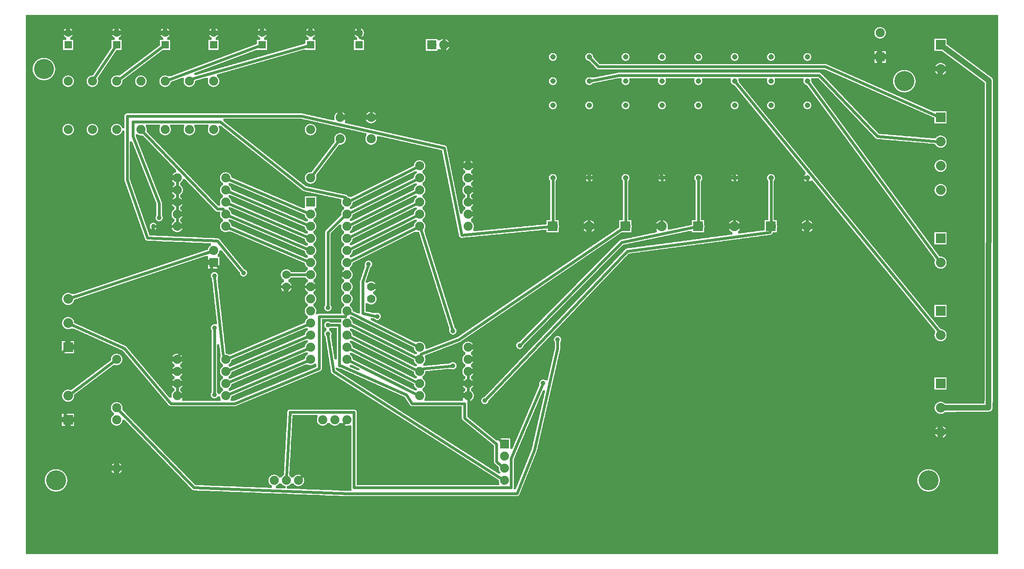
<source format=gbl>
G04 MADE WITH FRITZING*
G04 WWW.FRITZING.ORG*
G04 DOUBLE SIDED*
G04 HOLES PLATED*
G04 CONTOUR ON CENTER OF CONTOUR VECTOR*
%ASAXBY*%
%FSLAX23Y23*%
%MOIN*%
%OFA0B0*%
%SFA1.0B1.0*%
%ADD10C,0.075000*%
%ADD11C,0.070000*%
%ADD12C,0.078000*%
%ADD13C,0.062992*%
%ADD14C,0.045000*%
%ADD15C,0.080000*%
%ADD16C,0.165354*%
%ADD17C,0.073999*%
%ADD18C,0.082000*%
%ADD19C,0.039370*%
%ADD20R,0.075000X0.075000*%
%ADD21R,0.078000X0.078000*%
%ADD22R,0.062992X0.062992*%
%ADD23R,0.080000X0.080000*%
%ADD24R,0.079986X0.080000*%
%ADD25R,0.074001X0.074001*%
%ADD26R,0.082000X0.082000*%
%ADD27C,0.024000*%
%ADD28C,0.048000*%
%LNCOPPER0*%
G90*
G70*
G54D10*
X1220Y3418D03*
X3067Y1329D03*
X7166Y4430D03*
X4159Y920D03*
X2291Y1022D03*
X2889Y3473D03*
X2633Y3473D03*
X2889Y3650D03*
X2633Y3650D03*
G54D11*
X2889Y2250D03*
X2889Y2150D03*
X2189Y2250D03*
X2189Y2350D03*
G54D10*
X1589Y2450D03*
X1589Y2550D03*
X7089Y4150D03*
X7089Y4350D03*
X2389Y3150D03*
X2389Y3550D03*
G54D12*
X3389Y4250D03*
X3489Y4250D03*
G54D13*
X1189Y4250D03*
X1189Y4348D03*
X1989Y4250D03*
X1989Y4348D03*
X1589Y4250D03*
X1589Y4348D03*
X2789Y4250D03*
X2789Y4348D03*
X789Y4250D03*
X789Y4348D03*
X389Y4250D03*
X389Y4348D03*
X2389Y4250D03*
X2389Y4348D03*
G54D10*
X1589Y3950D03*
X1589Y3550D03*
X1389Y3950D03*
X1389Y3550D03*
X789Y1650D03*
X789Y1250D03*
X789Y1150D03*
X789Y750D03*
X1189Y3950D03*
X1189Y3550D03*
X989Y3950D03*
X989Y3550D03*
X789Y3950D03*
X789Y3550D03*
X589Y3950D03*
X589Y3550D03*
X389Y3950D03*
X389Y3550D03*
X2389Y2950D03*
X2689Y2950D03*
X2389Y2850D03*
X2689Y2850D03*
X2389Y2750D03*
X2689Y2750D03*
X2389Y2650D03*
X2689Y2650D03*
X2389Y2550D03*
X2689Y2550D03*
X2389Y2450D03*
X2689Y2450D03*
X2389Y2350D03*
X2689Y2350D03*
X2389Y2250D03*
X2689Y2250D03*
X2389Y2150D03*
X2689Y2150D03*
X2389Y2050D03*
X2689Y2050D03*
X2389Y1950D03*
X2689Y1950D03*
X2389Y1850D03*
X2689Y1850D03*
X2389Y1750D03*
X2689Y1750D03*
X2389Y1650D03*
X2689Y1650D03*
G54D14*
X4689Y3750D03*
X4389Y4150D03*
X4389Y3950D03*
X4389Y3750D03*
X4389Y3150D03*
X4689Y3150D03*
X4689Y3950D03*
X4689Y4150D03*
X5289Y3750D03*
X4989Y4150D03*
X4989Y3950D03*
X4989Y3750D03*
X4989Y3150D03*
X5289Y3150D03*
X5289Y3950D03*
X5289Y4150D03*
X5889Y3750D03*
X5589Y4150D03*
X5589Y3950D03*
X5589Y3750D03*
X5589Y3150D03*
X5889Y3150D03*
X5889Y3950D03*
X5889Y4150D03*
X6489Y3750D03*
X6189Y4150D03*
X6189Y3950D03*
X6189Y3750D03*
X6189Y3150D03*
X6489Y3150D03*
X6489Y3950D03*
X6489Y4150D03*
G54D10*
X1289Y2850D03*
X1689Y2850D03*
X1289Y2950D03*
X1689Y2950D03*
X3289Y3250D03*
X3689Y3250D03*
X3289Y2750D03*
X3689Y2750D03*
X3289Y1750D03*
X3689Y1750D03*
X1289Y1350D03*
X1689Y1350D03*
X1289Y1550D03*
X1689Y1550D03*
X1289Y1650D03*
X1689Y1650D03*
X1289Y1450D03*
X1689Y1450D03*
X1289Y3050D03*
X1689Y3050D03*
X1289Y2750D03*
X1689Y2750D03*
X1289Y3150D03*
X1689Y3150D03*
X3289Y2850D03*
X3689Y2850D03*
X3289Y3050D03*
X3689Y3050D03*
X3289Y3150D03*
X3689Y3150D03*
X3289Y2950D03*
X3689Y2950D03*
X3289Y1350D03*
X3689Y1350D03*
X3289Y1450D03*
X3689Y1450D03*
X3289Y1550D03*
X3689Y1550D03*
X3289Y1650D03*
X3689Y1650D03*
G54D15*
X7589Y1250D03*
X7589Y1050D03*
X7589Y1450D03*
X389Y1950D03*
X389Y2150D03*
X389Y1750D03*
X7589Y4250D03*
X7589Y4050D03*
X7589Y2050D03*
X7589Y1850D03*
X389Y1150D03*
X389Y1350D03*
X7589Y2650D03*
X7589Y2450D03*
X7589Y3450D03*
X7589Y3250D03*
X7589Y3050D03*
X7589Y3650D03*
G54D16*
X289Y650D03*
X7489Y650D03*
G54D17*
X3989Y950D03*
X3989Y850D03*
X3989Y750D03*
X3989Y650D03*
G54D16*
X189Y4050D03*
X7289Y3950D03*
G54D18*
X6189Y2750D03*
X6487Y2750D03*
X5589Y2750D03*
X5887Y2750D03*
X4989Y2750D03*
X5287Y2750D03*
X4389Y2750D03*
X4687Y2750D03*
G54D10*
X2489Y1150D03*
X2589Y1150D03*
X2689Y1150D03*
X2089Y650D03*
X2189Y650D03*
X2289Y650D03*
G54D19*
X1092Y2750D03*
X1596Y2342D03*
X2532Y1934D03*
X2532Y2078D03*
X2532Y1862D03*
X1140Y2822D03*
X4116Y1766D03*
X3564Y1598D03*
X4308Y1454D03*
X2940Y2006D03*
X2868Y2438D03*
X3828Y1310D03*
X3564Y1886D03*
X4428Y1814D03*
X1836Y2366D03*
X1596Y1358D03*
X1596Y1910D03*
G54D20*
X1589Y2450D03*
X7089Y4150D03*
G54D21*
X3389Y4250D03*
G54D22*
X1189Y4250D03*
X1989Y4250D03*
X1589Y4250D03*
X2789Y4250D03*
X789Y4250D03*
X389Y4250D03*
X2389Y4250D03*
G54D20*
X2389Y2950D03*
G54D23*
X7589Y1450D03*
X389Y1750D03*
G54D24*
X7589Y4250D03*
X7589Y2050D03*
X389Y1150D03*
X7589Y2650D03*
G54D23*
X7589Y3650D03*
G54D25*
X3989Y950D03*
G54D26*
X6188Y2750D03*
X5588Y2750D03*
X4988Y2750D03*
X4388Y2750D03*
G54D27*
X4689Y3128D02*
X4687Y2782D01*
D02*
X5289Y3128D02*
X5287Y2782D01*
D02*
X6489Y3128D02*
X6487Y2782D01*
D02*
X6189Y3128D02*
X6189Y2782D01*
G54D28*
D02*
X7631Y1250D02*
X7985Y1252D01*
D02*
X7985Y1252D02*
X7987Y3954D01*
D02*
X7987Y3954D02*
X7623Y4224D01*
G54D27*
D02*
X4989Y3128D02*
X4989Y2782D01*
D02*
X5589Y3128D02*
X5589Y2782D01*
D02*
X5889Y3128D02*
X5887Y2782D01*
D02*
X4389Y3128D02*
X4389Y2782D01*
D02*
X3263Y2837D02*
X2714Y2562D01*
D02*
X2362Y2761D02*
X1715Y3038D01*
D02*
X2362Y2461D02*
X1715Y2738D01*
D02*
X1715Y1661D02*
X2362Y1938D01*
D02*
X2714Y2462D02*
X3263Y2737D01*
D02*
X2362Y2561D02*
X1715Y2838D01*
D02*
X3263Y3237D02*
X2714Y2962D01*
D02*
X3263Y1762D02*
X2714Y2037D01*
D02*
X2362Y2661D02*
X1715Y2938D01*
D02*
X1715Y1361D02*
X2362Y1638D01*
D02*
X2714Y1737D02*
X3263Y1462D01*
D02*
X1715Y1561D02*
X2362Y1838D01*
D02*
X3263Y3037D02*
X2714Y2762D01*
D02*
X2714Y2862D02*
X3263Y3137D01*
D02*
X3263Y1362D02*
X2714Y1637D01*
D02*
X2362Y2861D02*
X1715Y3138D01*
D02*
X2714Y2662D02*
X3263Y2937D01*
D02*
X2714Y1937D02*
X3263Y1662D01*
D02*
X1715Y1461D02*
X2362Y1738D01*
D02*
X3263Y1562D02*
X2714Y1837D01*
D02*
X766Y1633D02*
X414Y1368D01*
D02*
X774Y4227D02*
X605Y3973D01*
D02*
X1167Y4234D02*
X812Y3967D01*
D02*
X2363Y4242D02*
X1428Y3974D01*
X1428Y3974D02*
X1413Y3965D01*
D02*
X2616Y3450D02*
X2406Y3173D01*
D02*
X1216Y3960D02*
X1964Y4240D01*
D02*
X6502Y3932D02*
X7570Y2475D01*
D02*
X417Y1937D02*
X852Y1742D01*
X852Y1742D02*
X1236Y1286D01*
X1236Y1286D02*
X1764Y1286D01*
X1764Y1286D02*
X2460Y1574D01*
X2460Y1574D02*
X2460Y2006D01*
X2460Y2006D02*
X2676Y2006D01*
X2676Y2006D02*
X2681Y2022D01*
D02*
X4710Y3954D02*
X4932Y3998D01*
X4932Y3998D02*
X6588Y3998D01*
X6588Y3998D02*
X7068Y3494D01*
X7068Y3494D02*
X7558Y3452D01*
D02*
X5902Y3933D02*
X7572Y1886D01*
X7572Y1886D02*
X7576Y1878D01*
D02*
X4704Y4134D02*
X4764Y4070D01*
X4764Y4070D02*
X6636Y4070D01*
X6636Y4070D02*
X7560Y3662D01*
D02*
X1009Y3529D02*
X1620Y2894D01*
X1620Y2894D02*
X1668Y2894D01*
X1668Y2894D02*
X1677Y2876D01*
D02*
X1289Y1421D02*
X1289Y1378D01*
D02*
X365Y1729D02*
X324Y1694D01*
X324Y1694D02*
X324Y1286D01*
X324Y1286D02*
X375Y1178D01*
D02*
X1577Y2424D02*
X1572Y2414D01*
X1572Y2414D02*
X1299Y1677D01*
D02*
X1260Y2750D02*
X1111Y2750D01*
D02*
X1289Y2821D02*
X1289Y2778D01*
D02*
X1289Y2921D02*
X1289Y2878D01*
D02*
X1289Y3021D02*
X1289Y2978D01*
D02*
X1289Y3121D02*
X1289Y3078D01*
D02*
X2163Y2252D02*
X1764Y2294D01*
X1764Y2294D02*
X1610Y2431D01*
D02*
X2360Y2250D02*
X2215Y2250D01*
D02*
X2307Y672D02*
X2671Y1127D01*
D02*
X3689Y1421D02*
X3689Y1378D01*
D02*
X3689Y1521D02*
X3689Y1478D01*
D02*
X3966Y971D02*
X3708Y1214D01*
X3708Y1214D02*
X3693Y1321D01*
D02*
X3689Y3021D02*
X3689Y2978D01*
D02*
X2794Y4322D02*
X2796Y4310D01*
X2796Y4310D02*
X3492Y4310D01*
X3492Y4310D02*
X3490Y4280D01*
D02*
X2889Y3678D02*
X2892Y4310D01*
X2892Y4310D02*
X2796Y4310D01*
D02*
X1598Y2323D02*
X1668Y1694D01*
X1668Y1694D02*
X1677Y1676D01*
D02*
X4962Y2732D02*
X3612Y1814D01*
X3612Y1814D02*
X3300Y1694D01*
X3300Y1694D02*
X3296Y1677D01*
D02*
X3965Y770D02*
X3924Y806D01*
X3924Y806D02*
X3924Y950D01*
X3924Y950D02*
X3660Y1166D01*
X3660Y1166D02*
X3660Y1286D01*
X3660Y1286D02*
X3228Y1286D01*
X3228Y1286D02*
X3180Y1358D01*
X3180Y1358D02*
X2640Y1598D01*
X2640Y1598D02*
X2628Y1598D01*
X2628Y1598D02*
X2628Y1934D01*
X2628Y1934D02*
X2551Y1934D01*
D02*
X2532Y2097D02*
X2532Y2702D01*
X2532Y2702D02*
X2652Y2822D01*
X2652Y2822D02*
X2666Y2832D01*
D02*
X3963Y666D02*
X2580Y1550D01*
X2580Y1550D02*
X2535Y1843D01*
D02*
X1140Y2841D02*
X1140Y2942D01*
X1140Y2942D02*
X924Y3494D01*
X924Y3494D02*
X924Y3614D01*
X924Y3614D02*
X1644Y3614D01*
X1644Y3614D02*
X2340Y3062D01*
X2340Y3062D02*
X2676Y2990D01*
X2676Y2990D02*
X2680Y2977D01*
D02*
X5557Y2743D02*
X4956Y2618D01*
X4956Y2618D02*
X4129Y1779D01*
D02*
X3545Y1596D02*
X3324Y1574D01*
X3324Y1574D02*
X3312Y1566D01*
D02*
X2190Y678D02*
X2220Y1214D01*
X2220Y1214D02*
X2748Y1214D01*
X2748Y1214D02*
X2748Y590D01*
X2748Y590D02*
X4044Y590D01*
X4044Y590D02*
X4044Y830D01*
X4044Y830D02*
X4301Y1436D01*
D02*
X2921Y2009D02*
X2820Y2030D01*
X2820Y2030D02*
X2820Y2294D01*
X2820Y2294D02*
X2862Y2420D01*
D02*
X6183Y2718D02*
X6180Y2702D01*
X6180Y2702D02*
X5004Y2546D01*
X5004Y2546D02*
X3841Y1323D01*
D02*
X3301Y2724D02*
X3300Y2726D01*
X3300Y2726D02*
X3558Y1904D01*
D02*
X4428Y1795D02*
X4428Y1742D01*
X4428Y1742D02*
X4236Y902D01*
X4236Y902D02*
X4092Y542D01*
X4092Y542D02*
X2700Y542D01*
X2700Y542D02*
X1428Y590D01*
X1428Y590D02*
X809Y1229D01*
D02*
X4357Y2747D02*
X3636Y2678D01*
X3636Y2678D02*
X3492Y3398D01*
X3492Y3398D02*
X2316Y3662D01*
X2316Y3662D02*
X876Y3662D01*
X876Y3662D02*
X876Y3134D01*
X876Y3134D02*
X1044Y2654D01*
X1044Y2654D02*
X1620Y2630D01*
X1620Y2630D02*
X1824Y2380D01*
D02*
X2215Y2350D02*
X2360Y2350D01*
D02*
X1596Y1377D02*
X1596Y1891D01*
D02*
X418Y2160D02*
X1562Y2541D01*
G36*
X1030Y3592D02*
X1030Y3572D01*
X1032Y3572D01*
X1032Y3568D01*
X1034Y3568D01*
X1034Y3560D01*
X1036Y3560D01*
X1036Y3532D01*
X1038Y3532D01*
X1038Y3530D01*
X1040Y3530D01*
X1040Y3528D01*
X1042Y3528D01*
X1042Y3526D01*
X1044Y3526D01*
X1044Y3524D01*
X1046Y3524D01*
X1046Y3522D01*
X1048Y3522D01*
X1048Y3520D01*
X1050Y3520D01*
X1050Y3518D01*
X1052Y3518D01*
X1052Y3516D01*
X1054Y3516D01*
X1054Y3512D01*
X1056Y3512D01*
X1056Y3510D01*
X1058Y3510D01*
X1058Y3508D01*
X1060Y3508D01*
X1060Y3506D01*
X1062Y3506D01*
X1062Y3504D01*
X1064Y3504D01*
X1064Y3502D01*
X1184Y3502D01*
X1184Y3504D01*
X1174Y3504D01*
X1174Y3506D01*
X1170Y3506D01*
X1170Y3508D01*
X1166Y3508D01*
X1166Y3510D01*
X1162Y3510D01*
X1162Y3512D01*
X1160Y3512D01*
X1160Y3514D01*
X1158Y3514D01*
X1158Y3516D01*
X1154Y3516D01*
X1154Y3520D01*
X1152Y3520D01*
X1152Y3522D01*
X1150Y3522D01*
X1150Y3524D01*
X1148Y3524D01*
X1148Y3528D01*
X1146Y3528D01*
X1146Y3532D01*
X1144Y3532D01*
X1144Y3538D01*
X1142Y3538D01*
X1142Y3562D01*
X1144Y3562D01*
X1144Y3568D01*
X1146Y3568D01*
X1146Y3572D01*
X1148Y3572D01*
X1148Y3592D01*
X1030Y3592D01*
G37*
D02*
G36*
X1230Y3592D02*
X1230Y3572D01*
X1232Y3572D01*
X1232Y3568D01*
X1234Y3568D01*
X1234Y3560D01*
X1236Y3560D01*
X1236Y3540D01*
X1234Y3540D01*
X1234Y3534D01*
X1232Y3534D01*
X1232Y3528D01*
X1230Y3528D01*
X1230Y3526D01*
X1228Y3526D01*
X1228Y3522D01*
X1226Y3522D01*
X1226Y3520D01*
X1224Y3520D01*
X1224Y3518D01*
X1222Y3518D01*
X1222Y3516D01*
X1220Y3516D01*
X1220Y3514D01*
X1218Y3514D01*
X1218Y3512D01*
X1216Y3512D01*
X1216Y3510D01*
X1212Y3510D01*
X1212Y3508D01*
X1208Y3508D01*
X1208Y3506D01*
X1202Y3506D01*
X1202Y3504D01*
X1194Y3504D01*
X1194Y3502D01*
X1384Y3502D01*
X1384Y3504D01*
X1374Y3504D01*
X1374Y3506D01*
X1370Y3506D01*
X1370Y3508D01*
X1366Y3508D01*
X1366Y3510D01*
X1362Y3510D01*
X1362Y3512D01*
X1360Y3512D01*
X1360Y3514D01*
X1358Y3514D01*
X1358Y3516D01*
X1354Y3516D01*
X1354Y3520D01*
X1352Y3520D01*
X1352Y3522D01*
X1350Y3522D01*
X1350Y3524D01*
X1348Y3524D01*
X1348Y3528D01*
X1346Y3528D01*
X1346Y3532D01*
X1344Y3532D01*
X1344Y3538D01*
X1342Y3538D01*
X1342Y3562D01*
X1344Y3562D01*
X1344Y3568D01*
X1346Y3568D01*
X1346Y3572D01*
X1348Y3572D01*
X1348Y3592D01*
X1230Y3592D01*
G37*
D02*
G36*
X1430Y3592D02*
X1430Y3572D01*
X1432Y3572D01*
X1432Y3568D01*
X1434Y3568D01*
X1434Y3560D01*
X1436Y3560D01*
X1436Y3540D01*
X1434Y3540D01*
X1434Y3534D01*
X1432Y3534D01*
X1432Y3528D01*
X1430Y3528D01*
X1430Y3526D01*
X1428Y3526D01*
X1428Y3522D01*
X1426Y3522D01*
X1426Y3520D01*
X1424Y3520D01*
X1424Y3518D01*
X1422Y3518D01*
X1422Y3516D01*
X1420Y3516D01*
X1420Y3514D01*
X1418Y3514D01*
X1418Y3512D01*
X1416Y3512D01*
X1416Y3510D01*
X1412Y3510D01*
X1412Y3508D01*
X1408Y3508D01*
X1408Y3506D01*
X1402Y3506D01*
X1402Y3504D01*
X1394Y3504D01*
X1394Y3502D01*
X1584Y3502D01*
X1584Y3504D01*
X1574Y3504D01*
X1574Y3506D01*
X1570Y3506D01*
X1570Y3508D01*
X1566Y3508D01*
X1566Y3510D01*
X1562Y3510D01*
X1562Y3512D01*
X1560Y3512D01*
X1560Y3514D01*
X1558Y3514D01*
X1558Y3516D01*
X1554Y3516D01*
X1554Y3520D01*
X1552Y3520D01*
X1552Y3522D01*
X1550Y3522D01*
X1550Y3524D01*
X1548Y3524D01*
X1548Y3528D01*
X1546Y3528D01*
X1546Y3532D01*
X1544Y3532D01*
X1544Y3538D01*
X1542Y3538D01*
X1542Y3562D01*
X1544Y3562D01*
X1544Y3568D01*
X1546Y3568D01*
X1546Y3572D01*
X1548Y3572D01*
X1548Y3592D01*
X1430Y3592D01*
G37*
D02*
G36*
X1630Y3582D02*
X1630Y3572D01*
X1632Y3572D01*
X1632Y3568D01*
X1634Y3568D01*
X1634Y3560D01*
X1636Y3560D01*
X1636Y3540D01*
X1634Y3540D01*
X1634Y3534D01*
X1632Y3534D01*
X1632Y3528D01*
X1630Y3528D01*
X1630Y3526D01*
X1628Y3526D01*
X1628Y3522D01*
X1626Y3522D01*
X1626Y3520D01*
X1624Y3520D01*
X1624Y3518D01*
X1622Y3518D01*
X1622Y3516D01*
X1620Y3516D01*
X1620Y3514D01*
X1618Y3514D01*
X1618Y3512D01*
X1616Y3512D01*
X1616Y3510D01*
X1612Y3510D01*
X1612Y3508D01*
X1608Y3508D01*
X1608Y3506D01*
X1602Y3506D01*
X1602Y3504D01*
X1594Y3504D01*
X1594Y3502D01*
X1748Y3502D01*
X1748Y3504D01*
X1746Y3504D01*
X1746Y3506D01*
X1744Y3506D01*
X1744Y3508D01*
X1740Y3508D01*
X1740Y3510D01*
X1738Y3510D01*
X1738Y3512D01*
X1736Y3512D01*
X1736Y3514D01*
X1734Y3514D01*
X1734Y3516D01*
X1730Y3516D01*
X1730Y3518D01*
X1728Y3518D01*
X1728Y3520D01*
X1726Y3520D01*
X1726Y3522D01*
X1724Y3522D01*
X1724Y3524D01*
X1720Y3524D01*
X1720Y3526D01*
X1718Y3526D01*
X1718Y3528D01*
X1716Y3528D01*
X1716Y3530D01*
X1714Y3530D01*
X1714Y3532D01*
X1710Y3532D01*
X1710Y3534D01*
X1708Y3534D01*
X1708Y3536D01*
X1706Y3536D01*
X1706Y3538D01*
X1704Y3538D01*
X1704Y3540D01*
X1700Y3540D01*
X1700Y3542D01*
X1698Y3542D01*
X1698Y3544D01*
X1696Y3544D01*
X1696Y3546D01*
X1694Y3546D01*
X1694Y3548D01*
X1690Y3548D01*
X1690Y3550D01*
X1688Y3550D01*
X1688Y3552D01*
X1686Y3552D01*
X1686Y3554D01*
X1682Y3554D01*
X1682Y3556D01*
X1680Y3556D01*
X1680Y3558D01*
X1678Y3558D01*
X1678Y3560D01*
X1676Y3560D01*
X1676Y3562D01*
X1672Y3562D01*
X1672Y3564D01*
X1670Y3564D01*
X1670Y3566D01*
X1668Y3566D01*
X1668Y3568D01*
X1666Y3568D01*
X1666Y3570D01*
X1662Y3570D01*
X1662Y3572D01*
X1660Y3572D01*
X1660Y3574D01*
X1658Y3574D01*
X1658Y3576D01*
X1656Y3576D01*
X1656Y3578D01*
X1652Y3578D01*
X1652Y3580D01*
X1650Y3580D01*
X1650Y3582D01*
X1630Y3582D01*
G37*
D02*
G36*
X1066Y3502D02*
X1066Y3500D01*
X1752Y3500D01*
X1752Y3502D01*
X1066Y3502D01*
G37*
D02*
G36*
X1066Y3502D02*
X1066Y3500D01*
X1752Y3500D01*
X1752Y3502D01*
X1066Y3502D01*
G37*
D02*
G36*
X1066Y3502D02*
X1066Y3500D01*
X1752Y3500D01*
X1752Y3502D01*
X1066Y3502D01*
G37*
D02*
G36*
X1066Y3502D02*
X1066Y3500D01*
X1752Y3500D01*
X1752Y3502D01*
X1066Y3502D01*
G37*
D02*
G36*
X1068Y3500D02*
X1068Y3498D01*
X1070Y3498D01*
X1070Y3496D01*
X1072Y3496D01*
X1072Y3494D01*
X1074Y3494D01*
X1074Y3492D01*
X1076Y3492D01*
X1076Y3490D01*
X1078Y3490D01*
X1078Y3488D01*
X1080Y3488D01*
X1080Y3486D01*
X1082Y3486D01*
X1082Y3484D01*
X1084Y3484D01*
X1084Y3482D01*
X1086Y3482D01*
X1086Y3480D01*
X1088Y3480D01*
X1088Y3478D01*
X1090Y3478D01*
X1090Y3476D01*
X1092Y3476D01*
X1092Y3474D01*
X1094Y3474D01*
X1094Y3472D01*
X1096Y3472D01*
X1096Y3470D01*
X1098Y3470D01*
X1098Y3468D01*
X1100Y3468D01*
X1100Y3466D01*
X1102Y3466D01*
X1102Y3464D01*
X1104Y3464D01*
X1104Y3462D01*
X1106Y3462D01*
X1106Y3458D01*
X1108Y3458D01*
X1108Y3456D01*
X1110Y3456D01*
X1110Y3454D01*
X1112Y3454D01*
X1112Y3452D01*
X1114Y3452D01*
X1114Y3450D01*
X1116Y3450D01*
X1116Y3448D01*
X1118Y3448D01*
X1118Y3446D01*
X1120Y3446D01*
X1120Y3444D01*
X1122Y3444D01*
X1122Y3442D01*
X1124Y3442D01*
X1124Y3440D01*
X1126Y3440D01*
X1126Y3438D01*
X1128Y3438D01*
X1128Y3436D01*
X1130Y3436D01*
X1130Y3434D01*
X1132Y3434D01*
X1132Y3432D01*
X1134Y3432D01*
X1134Y3430D01*
X1136Y3430D01*
X1136Y3428D01*
X1138Y3428D01*
X1138Y3426D01*
X1140Y3426D01*
X1140Y3424D01*
X1142Y3424D01*
X1142Y3422D01*
X1144Y3422D01*
X1144Y3420D01*
X1146Y3420D01*
X1146Y3418D01*
X1148Y3418D01*
X1148Y3416D01*
X1150Y3416D01*
X1150Y3414D01*
X1152Y3414D01*
X1152Y3412D01*
X1154Y3412D01*
X1154Y3410D01*
X1156Y3410D01*
X1156Y3406D01*
X1158Y3406D01*
X1158Y3404D01*
X1160Y3404D01*
X1160Y3402D01*
X1162Y3402D01*
X1162Y3400D01*
X1164Y3400D01*
X1164Y3398D01*
X1166Y3398D01*
X1166Y3396D01*
X1168Y3396D01*
X1168Y3394D01*
X1170Y3394D01*
X1170Y3392D01*
X1172Y3392D01*
X1172Y3390D01*
X1174Y3390D01*
X1174Y3388D01*
X1176Y3388D01*
X1176Y3386D01*
X1178Y3386D01*
X1178Y3384D01*
X1180Y3384D01*
X1180Y3382D01*
X1182Y3382D01*
X1182Y3380D01*
X1184Y3380D01*
X1184Y3378D01*
X1186Y3378D01*
X1186Y3376D01*
X1188Y3376D01*
X1188Y3374D01*
X1190Y3374D01*
X1190Y3372D01*
X1192Y3372D01*
X1192Y3370D01*
X1194Y3370D01*
X1194Y3368D01*
X1196Y3368D01*
X1196Y3366D01*
X1198Y3366D01*
X1198Y3364D01*
X1200Y3364D01*
X1200Y3362D01*
X1202Y3362D01*
X1202Y3360D01*
X1204Y3360D01*
X1204Y3358D01*
X1206Y3358D01*
X1206Y3354D01*
X1208Y3354D01*
X1208Y3352D01*
X1210Y3352D01*
X1210Y3350D01*
X1212Y3350D01*
X1212Y3348D01*
X1214Y3348D01*
X1214Y3346D01*
X1216Y3346D01*
X1216Y3344D01*
X1218Y3344D01*
X1218Y3342D01*
X1220Y3342D01*
X1220Y3340D01*
X1222Y3340D01*
X1222Y3338D01*
X1224Y3338D01*
X1224Y3336D01*
X1226Y3336D01*
X1226Y3334D01*
X1228Y3334D01*
X1228Y3332D01*
X1230Y3332D01*
X1230Y3330D01*
X1232Y3330D01*
X1232Y3328D01*
X1234Y3328D01*
X1234Y3326D01*
X1236Y3326D01*
X1236Y3324D01*
X1238Y3324D01*
X1238Y3322D01*
X1240Y3322D01*
X1240Y3320D01*
X1242Y3320D01*
X1242Y3318D01*
X1244Y3318D01*
X1244Y3316D01*
X1246Y3316D01*
X1246Y3314D01*
X1248Y3314D01*
X1248Y3312D01*
X1250Y3312D01*
X1250Y3310D01*
X1252Y3310D01*
X1252Y3308D01*
X1254Y3308D01*
X1254Y3306D01*
X1256Y3306D01*
X1256Y3304D01*
X1258Y3304D01*
X1258Y3300D01*
X1260Y3300D01*
X1260Y3298D01*
X1262Y3298D01*
X1262Y3296D01*
X1264Y3296D01*
X1264Y3294D01*
X1266Y3294D01*
X1266Y3292D01*
X1268Y3292D01*
X1268Y3290D01*
X1270Y3290D01*
X1270Y3288D01*
X1272Y3288D01*
X1272Y3286D01*
X1274Y3286D01*
X1274Y3284D01*
X1276Y3284D01*
X1276Y3282D01*
X1278Y3282D01*
X1278Y3280D01*
X1280Y3280D01*
X1280Y3278D01*
X1282Y3278D01*
X1282Y3276D01*
X1284Y3276D01*
X1284Y3274D01*
X1286Y3274D01*
X1286Y3272D01*
X1288Y3272D01*
X1288Y3270D01*
X1290Y3270D01*
X1290Y3268D01*
X1292Y3268D01*
X1292Y3266D01*
X1294Y3266D01*
X1294Y3264D01*
X1296Y3264D01*
X1296Y3262D01*
X1298Y3262D01*
X1298Y3260D01*
X1300Y3260D01*
X1300Y3258D01*
X1302Y3258D01*
X1302Y3256D01*
X1304Y3256D01*
X1304Y3254D01*
X1306Y3254D01*
X1306Y3252D01*
X1308Y3252D01*
X1308Y3248D01*
X1310Y3248D01*
X1310Y3246D01*
X1312Y3246D01*
X1312Y3244D01*
X1314Y3244D01*
X1314Y3242D01*
X1316Y3242D01*
X1316Y3240D01*
X1318Y3240D01*
X1318Y3238D01*
X1320Y3238D01*
X1320Y3236D01*
X1322Y3236D01*
X1322Y3234D01*
X1324Y3234D01*
X1324Y3232D01*
X1326Y3232D01*
X1326Y3230D01*
X1328Y3230D01*
X1328Y3228D01*
X1330Y3228D01*
X1330Y3226D01*
X1332Y3226D01*
X1332Y3224D01*
X1334Y3224D01*
X1334Y3222D01*
X1336Y3222D01*
X1336Y3220D01*
X1338Y3220D01*
X1338Y3218D01*
X1340Y3218D01*
X1340Y3216D01*
X1342Y3216D01*
X1342Y3214D01*
X1344Y3214D01*
X1344Y3212D01*
X1346Y3212D01*
X1346Y3210D01*
X1348Y3210D01*
X1348Y3208D01*
X1350Y3208D01*
X1350Y3206D01*
X1352Y3206D01*
X1352Y3204D01*
X1354Y3204D01*
X1354Y3202D01*
X1356Y3202D01*
X1356Y3200D01*
X1358Y3200D01*
X1358Y3198D01*
X1696Y3198D01*
X1696Y3196D01*
X1704Y3196D01*
X1704Y3194D01*
X1708Y3194D01*
X1708Y3192D01*
X1712Y3192D01*
X1712Y3190D01*
X1716Y3190D01*
X1716Y3188D01*
X1718Y3188D01*
X1718Y3186D01*
X1720Y3186D01*
X1720Y3184D01*
X1722Y3184D01*
X1722Y3182D01*
X1724Y3182D01*
X1724Y3180D01*
X1726Y3180D01*
X1726Y3178D01*
X1728Y3178D01*
X1728Y3174D01*
X1730Y3174D01*
X1730Y3172D01*
X1732Y3172D01*
X1732Y3168D01*
X1734Y3168D01*
X1734Y3160D01*
X1736Y3160D01*
X1736Y3154D01*
X1738Y3154D01*
X1738Y3152D01*
X1742Y3152D01*
X1742Y3150D01*
X1748Y3150D01*
X1748Y3148D01*
X1752Y3148D01*
X1752Y3146D01*
X1756Y3146D01*
X1756Y3144D01*
X1762Y3144D01*
X1762Y3142D01*
X1766Y3142D01*
X1766Y3140D01*
X1770Y3140D01*
X1770Y3138D01*
X1776Y3138D01*
X1776Y3136D01*
X1780Y3136D01*
X1780Y3134D01*
X1784Y3134D01*
X1784Y3132D01*
X1790Y3132D01*
X1790Y3130D01*
X1794Y3130D01*
X1794Y3128D01*
X1798Y3128D01*
X1798Y3126D01*
X1804Y3126D01*
X1804Y3124D01*
X1808Y3124D01*
X1808Y3122D01*
X1812Y3122D01*
X1812Y3120D01*
X1818Y3120D01*
X1818Y3118D01*
X1822Y3118D01*
X1822Y3116D01*
X1826Y3116D01*
X1826Y3114D01*
X1832Y3114D01*
X1832Y3112D01*
X1836Y3112D01*
X1836Y3110D01*
X1840Y3110D01*
X1840Y3108D01*
X1846Y3108D01*
X1846Y3106D01*
X1850Y3106D01*
X1850Y3104D01*
X1854Y3104D01*
X1854Y3102D01*
X1860Y3102D01*
X1860Y3100D01*
X1864Y3100D01*
X1864Y3098D01*
X1868Y3098D01*
X1868Y3096D01*
X1874Y3096D01*
X1874Y3094D01*
X1878Y3094D01*
X1878Y3092D01*
X1882Y3092D01*
X1882Y3090D01*
X1888Y3090D01*
X1888Y3088D01*
X1892Y3088D01*
X1892Y3086D01*
X1896Y3086D01*
X1896Y3084D01*
X1902Y3084D01*
X1902Y3082D01*
X1906Y3082D01*
X1906Y3080D01*
X1910Y3080D01*
X1910Y3078D01*
X1916Y3078D01*
X1916Y3076D01*
X1920Y3076D01*
X1920Y3074D01*
X1924Y3074D01*
X1924Y3072D01*
X1930Y3072D01*
X1930Y3070D01*
X1934Y3070D01*
X1934Y3068D01*
X1938Y3068D01*
X1938Y3066D01*
X1944Y3066D01*
X1944Y3064D01*
X1948Y3064D01*
X1948Y3062D01*
X1952Y3062D01*
X1952Y3060D01*
X1958Y3060D01*
X1958Y3058D01*
X1962Y3058D01*
X1962Y3056D01*
X1966Y3056D01*
X1966Y3054D01*
X1972Y3054D01*
X1972Y3052D01*
X1976Y3052D01*
X1976Y3050D01*
X1980Y3050D01*
X1980Y3048D01*
X1986Y3048D01*
X1986Y3046D01*
X1990Y3046D01*
X1990Y3044D01*
X1994Y3044D01*
X1994Y3042D01*
X2000Y3042D01*
X2000Y3040D01*
X2004Y3040D01*
X2004Y3038D01*
X2008Y3038D01*
X2008Y3036D01*
X2014Y3036D01*
X2014Y3034D01*
X2018Y3034D01*
X2018Y3032D01*
X2022Y3032D01*
X2022Y3030D01*
X2028Y3030D01*
X2028Y3028D01*
X2032Y3028D01*
X2032Y3026D01*
X2036Y3026D01*
X2036Y3024D01*
X2042Y3024D01*
X2042Y3022D01*
X2046Y3022D01*
X2046Y3020D01*
X2050Y3020D01*
X2050Y3018D01*
X2056Y3018D01*
X2056Y3016D01*
X2060Y3016D01*
X2060Y3014D01*
X2064Y3014D01*
X2064Y3012D01*
X2070Y3012D01*
X2070Y3010D01*
X2074Y3010D01*
X2074Y3008D01*
X2078Y3008D01*
X2078Y3006D01*
X2084Y3006D01*
X2084Y3004D01*
X2088Y3004D01*
X2088Y3002D01*
X2092Y3002D01*
X2092Y3000D01*
X2098Y3000D01*
X2098Y2998D01*
X2436Y2998D01*
X2436Y2902D01*
X2422Y2902D01*
X2422Y2882D01*
X2424Y2882D01*
X2424Y2880D01*
X2426Y2880D01*
X2426Y2878D01*
X2428Y2878D01*
X2428Y2874D01*
X2430Y2874D01*
X2430Y2872D01*
X2432Y2872D01*
X2432Y2868D01*
X2434Y2868D01*
X2434Y2860D01*
X2436Y2860D01*
X2436Y2840D01*
X2434Y2840D01*
X2434Y2834D01*
X2432Y2834D01*
X2432Y2828D01*
X2430Y2828D01*
X2430Y2826D01*
X2428Y2826D01*
X2428Y2822D01*
X2426Y2822D01*
X2426Y2820D01*
X2424Y2820D01*
X2424Y2818D01*
X2422Y2818D01*
X2422Y2816D01*
X2420Y2816D01*
X2420Y2814D01*
X2418Y2814D01*
X2418Y2812D01*
X2416Y2812D01*
X2416Y2810D01*
X2412Y2810D01*
X2412Y2790D01*
X2416Y2790D01*
X2416Y2788D01*
X2418Y2788D01*
X2418Y2786D01*
X2420Y2786D01*
X2420Y2784D01*
X2422Y2784D01*
X2422Y2782D01*
X2424Y2782D01*
X2424Y2780D01*
X2426Y2780D01*
X2426Y2778D01*
X2428Y2778D01*
X2428Y2774D01*
X2430Y2774D01*
X2430Y2772D01*
X2432Y2772D01*
X2432Y2768D01*
X2434Y2768D01*
X2434Y2760D01*
X2436Y2760D01*
X2436Y2740D01*
X2434Y2740D01*
X2434Y2734D01*
X2432Y2734D01*
X2432Y2728D01*
X2430Y2728D01*
X2430Y2726D01*
X2428Y2726D01*
X2428Y2722D01*
X2426Y2722D01*
X2426Y2720D01*
X2424Y2720D01*
X2424Y2718D01*
X2422Y2718D01*
X2422Y2716D01*
X2420Y2716D01*
X2420Y2714D01*
X2418Y2714D01*
X2418Y2712D01*
X2416Y2712D01*
X2416Y2710D01*
X2412Y2710D01*
X2412Y2690D01*
X2416Y2690D01*
X2416Y2688D01*
X2418Y2688D01*
X2418Y2686D01*
X2420Y2686D01*
X2420Y2684D01*
X2422Y2684D01*
X2422Y2682D01*
X2424Y2682D01*
X2424Y2680D01*
X2426Y2680D01*
X2426Y2678D01*
X2428Y2678D01*
X2428Y2674D01*
X2430Y2674D01*
X2430Y2672D01*
X2432Y2672D01*
X2432Y2668D01*
X2434Y2668D01*
X2434Y2660D01*
X2436Y2660D01*
X2436Y2640D01*
X2434Y2640D01*
X2434Y2634D01*
X2432Y2634D01*
X2432Y2628D01*
X2430Y2628D01*
X2430Y2626D01*
X2428Y2626D01*
X2428Y2622D01*
X2426Y2622D01*
X2426Y2620D01*
X2424Y2620D01*
X2424Y2618D01*
X2422Y2618D01*
X2422Y2616D01*
X2420Y2616D01*
X2420Y2614D01*
X2418Y2614D01*
X2418Y2612D01*
X2416Y2612D01*
X2416Y2610D01*
X2412Y2610D01*
X2412Y2590D01*
X2416Y2590D01*
X2416Y2588D01*
X2418Y2588D01*
X2418Y2586D01*
X2420Y2586D01*
X2420Y2584D01*
X2422Y2584D01*
X2422Y2582D01*
X2424Y2582D01*
X2424Y2580D01*
X2426Y2580D01*
X2426Y2578D01*
X2428Y2578D01*
X2428Y2574D01*
X2430Y2574D01*
X2430Y2572D01*
X2432Y2572D01*
X2432Y2568D01*
X2434Y2568D01*
X2434Y2560D01*
X2436Y2560D01*
X2436Y2540D01*
X2434Y2540D01*
X2434Y2534D01*
X2432Y2534D01*
X2432Y2528D01*
X2430Y2528D01*
X2430Y2526D01*
X2428Y2526D01*
X2428Y2522D01*
X2426Y2522D01*
X2426Y2520D01*
X2424Y2520D01*
X2424Y2518D01*
X2422Y2518D01*
X2422Y2516D01*
X2420Y2516D01*
X2420Y2514D01*
X2418Y2514D01*
X2418Y2512D01*
X2416Y2512D01*
X2416Y2510D01*
X2412Y2510D01*
X2412Y2490D01*
X2416Y2490D01*
X2416Y2488D01*
X2418Y2488D01*
X2418Y2486D01*
X2420Y2486D01*
X2420Y2484D01*
X2422Y2484D01*
X2422Y2482D01*
X2424Y2482D01*
X2424Y2480D01*
X2426Y2480D01*
X2426Y2478D01*
X2428Y2478D01*
X2428Y2474D01*
X2430Y2474D01*
X2430Y2472D01*
X2432Y2472D01*
X2432Y2468D01*
X2434Y2468D01*
X2434Y2460D01*
X2436Y2460D01*
X2436Y2440D01*
X2434Y2440D01*
X2434Y2434D01*
X2432Y2434D01*
X2432Y2428D01*
X2430Y2428D01*
X2430Y2426D01*
X2428Y2426D01*
X2428Y2422D01*
X2426Y2422D01*
X2426Y2420D01*
X2424Y2420D01*
X2424Y2418D01*
X2422Y2418D01*
X2422Y2416D01*
X2420Y2416D01*
X2420Y2414D01*
X2418Y2414D01*
X2418Y2412D01*
X2416Y2412D01*
X2416Y2410D01*
X2412Y2410D01*
X2412Y2390D01*
X2416Y2390D01*
X2416Y2388D01*
X2418Y2388D01*
X2418Y2386D01*
X2420Y2386D01*
X2420Y2384D01*
X2422Y2384D01*
X2422Y2382D01*
X2424Y2382D01*
X2424Y2380D01*
X2426Y2380D01*
X2426Y2378D01*
X2428Y2378D01*
X2428Y2374D01*
X2430Y2374D01*
X2430Y2372D01*
X2432Y2372D01*
X2432Y2368D01*
X2434Y2368D01*
X2434Y2360D01*
X2436Y2360D01*
X2436Y2340D01*
X2434Y2340D01*
X2434Y2334D01*
X2432Y2334D01*
X2432Y2328D01*
X2430Y2328D01*
X2430Y2326D01*
X2428Y2326D01*
X2428Y2322D01*
X2426Y2322D01*
X2426Y2320D01*
X2424Y2320D01*
X2424Y2318D01*
X2422Y2318D01*
X2422Y2316D01*
X2420Y2316D01*
X2420Y2314D01*
X2418Y2314D01*
X2418Y2312D01*
X2416Y2312D01*
X2416Y2310D01*
X2412Y2310D01*
X2412Y2290D01*
X2416Y2290D01*
X2416Y2288D01*
X2418Y2288D01*
X2418Y2286D01*
X2420Y2286D01*
X2420Y2284D01*
X2422Y2284D01*
X2422Y2282D01*
X2424Y2282D01*
X2424Y2280D01*
X2426Y2280D01*
X2426Y2278D01*
X2428Y2278D01*
X2428Y2274D01*
X2430Y2274D01*
X2430Y2272D01*
X2432Y2272D01*
X2432Y2268D01*
X2434Y2268D01*
X2434Y2260D01*
X2436Y2260D01*
X2436Y2240D01*
X2434Y2240D01*
X2434Y2234D01*
X2432Y2234D01*
X2432Y2228D01*
X2430Y2228D01*
X2430Y2226D01*
X2428Y2226D01*
X2428Y2222D01*
X2426Y2222D01*
X2426Y2220D01*
X2424Y2220D01*
X2424Y2218D01*
X2422Y2218D01*
X2422Y2216D01*
X2420Y2216D01*
X2420Y2214D01*
X2418Y2214D01*
X2418Y2212D01*
X2416Y2212D01*
X2416Y2210D01*
X2412Y2210D01*
X2412Y2190D01*
X2416Y2190D01*
X2416Y2188D01*
X2418Y2188D01*
X2418Y2186D01*
X2420Y2186D01*
X2420Y2184D01*
X2422Y2184D01*
X2422Y2182D01*
X2424Y2182D01*
X2424Y2180D01*
X2426Y2180D01*
X2426Y2178D01*
X2428Y2178D01*
X2428Y2174D01*
X2430Y2174D01*
X2430Y2172D01*
X2432Y2172D01*
X2432Y2168D01*
X2434Y2168D01*
X2434Y2160D01*
X2436Y2160D01*
X2436Y2140D01*
X2434Y2140D01*
X2434Y2134D01*
X2432Y2134D01*
X2432Y2128D01*
X2430Y2128D01*
X2430Y2126D01*
X2428Y2126D01*
X2428Y2122D01*
X2426Y2122D01*
X2426Y2120D01*
X2424Y2120D01*
X2424Y2118D01*
X2422Y2118D01*
X2422Y2116D01*
X2420Y2116D01*
X2420Y2114D01*
X2418Y2114D01*
X2418Y2112D01*
X2416Y2112D01*
X2416Y2110D01*
X2412Y2110D01*
X2412Y2090D01*
X2416Y2090D01*
X2416Y2088D01*
X2418Y2088D01*
X2418Y2086D01*
X2420Y2086D01*
X2420Y2084D01*
X2422Y2084D01*
X2422Y2082D01*
X2424Y2082D01*
X2424Y2080D01*
X2426Y2080D01*
X2426Y2078D01*
X2428Y2078D01*
X2428Y2074D01*
X2430Y2074D01*
X2430Y2072D01*
X2432Y2072D01*
X2432Y2068D01*
X2434Y2068D01*
X2434Y2060D01*
X2436Y2060D01*
X2436Y2048D01*
X2526Y2048D01*
X2526Y2050D01*
X2520Y2050D01*
X2520Y2052D01*
X2516Y2052D01*
X2516Y2054D01*
X2514Y2054D01*
X2514Y2056D01*
X2512Y2056D01*
X2512Y2058D01*
X2510Y2058D01*
X2510Y2060D01*
X2508Y2060D01*
X2508Y2062D01*
X2506Y2062D01*
X2506Y2066D01*
X2504Y2066D01*
X2504Y2072D01*
X2502Y2072D01*
X2502Y2084D01*
X2504Y2084D01*
X2504Y2090D01*
X2506Y2090D01*
X2506Y2094D01*
X2508Y2094D01*
X2508Y2096D01*
X2510Y2096D01*
X2510Y2708D01*
X2512Y2708D01*
X2512Y2712D01*
X2514Y2712D01*
X2514Y2716D01*
X2516Y2716D01*
X2516Y2718D01*
X2518Y2718D01*
X2518Y2720D01*
X2520Y2720D01*
X2520Y2722D01*
X2522Y2722D01*
X2522Y2724D01*
X2524Y2724D01*
X2524Y2726D01*
X2526Y2726D01*
X2526Y2728D01*
X2528Y2728D01*
X2528Y2730D01*
X2530Y2730D01*
X2530Y2732D01*
X2532Y2732D01*
X2532Y2734D01*
X2534Y2734D01*
X2534Y2736D01*
X2536Y2736D01*
X2536Y2738D01*
X2538Y2738D01*
X2538Y2740D01*
X2540Y2740D01*
X2540Y2742D01*
X2542Y2742D01*
X2542Y2744D01*
X2544Y2744D01*
X2544Y2746D01*
X2546Y2746D01*
X2546Y2748D01*
X2548Y2748D01*
X2548Y2750D01*
X2550Y2750D01*
X2550Y2752D01*
X2552Y2752D01*
X2552Y2754D01*
X2554Y2754D01*
X2554Y2756D01*
X2556Y2756D01*
X2556Y2758D01*
X2558Y2758D01*
X2558Y2760D01*
X2560Y2760D01*
X2560Y2762D01*
X2562Y2762D01*
X2562Y2764D01*
X2564Y2764D01*
X2564Y2766D01*
X2566Y2766D01*
X2566Y2768D01*
X2568Y2768D01*
X2568Y2770D01*
X2570Y2770D01*
X2570Y2772D01*
X2572Y2772D01*
X2572Y2774D01*
X2574Y2774D01*
X2574Y2776D01*
X2576Y2776D01*
X2576Y2778D01*
X2578Y2778D01*
X2578Y2780D01*
X2580Y2780D01*
X2580Y2782D01*
X2582Y2782D01*
X2582Y2784D01*
X2584Y2784D01*
X2584Y2786D01*
X2586Y2786D01*
X2586Y2788D01*
X2588Y2788D01*
X2588Y2790D01*
X2590Y2790D01*
X2590Y2792D01*
X2592Y2792D01*
X2592Y2794D01*
X2594Y2794D01*
X2594Y2796D01*
X2596Y2796D01*
X2596Y2798D01*
X2598Y2798D01*
X2598Y2800D01*
X2600Y2800D01*
X2600Y2802D01*
X2602Y2802D01*
X2602Y2804D01*
X2604Y2804D01*
X2604Y2806D01*
X2606Y2806D01*
X2606Y2808D01*
X2608Y2808D01*
X2608Y2810D01*
X2610Y2810D01*
X2610Y2812D01*
X2612Y2812D01*
X2612Y2814D01*
X2614Y2814D01*
X2614Y2816D01*
X2616Y2816D01*
X2616Y2818D01*
X2618Y2818D01*
X2618Y2820D01*
X2620Y2820D01*
X2620Y2822D01*
X2622Y2822D01*
X2622Y2824D01*
X2624Y2824D01*
X2624Y2826D01*
X2626Y2826D01*
X2626Y2828D01*
X2628Y2828D01*
X2628Y2830D01*
X2630Y2830D01*
X2630Y2832D01*
X2632Y2832D01*
X2632Y2834D01*
X2634Y2834D01*
X2634Y2836D01*
X2636Y2836D01*
X2636Y2838D01*
X2638Y2838D01*
X2638Y2840D01*
X2640Y2840D01*
X2640Y2842D01*
X2642Y2842D01*
X2642Y2862D01*
X2644Y2862D01*
X2644Y2868D01*
X2646Y2868D01*
X2646Y2872D01*
X2648Y2872D01*
X2648Y2876D01*
X2650Y2876D01*
X2650Y2878D01*
X2652Y2878D01*
X2652Y2882D01*
X2654Y2882D01*
X2654Y2884D01*
X2656Y2884D01*
X2656Y2886D01*
X2660Y2886D01*
X2660Y2888D01*
X2662Y2888D01*
X2662Y2890D01*
X2666Y2890D01*
X2666Y2910D01*
X2662Y2910D01*
X2662Y2912D01*
X2660Y2912D01*
X2660Y2914D01*
X2658Y2914D01*
X2658Y2916D01*
X2654Y2916D01*
X2654Y2920D01*
X2652Y2920D01*
X2652Y2922D01*
X2650Y2922D01*
X2650Y2924D01*
X2648Y2924D01*
X2648Y2928D01*
X2646Y2928D01*
X2646Y2932D01*
X2644Y2932D01*
X2644Y2938D01*
X2642Y2938D01*
X2642Y2976D01*
X2632Y2976D01*
X2632Y2978D01*
X2622Y2978D01*
X2622Y2980D01*
X2614Y2980D01*
X2614Y2982D01*
X2604Y2982D01*
X2604Y2984D01*
X2594Y2984D01*
X2594Y2986D01*
X2586Y2986D01*
X2586Y2988D01*
X2576Y2988D01*
X2576Y2990D01*
X2566Y2990D01*
X2566Y2992D01*
X2558Y2992D01*
X2558Y2994D01*
X2548Y2994D01*
X2548Y2996D01*
X2538Y2996D01*
X2538Y2998D01*
X2530Y2998D01*
X2530Y3000D01*
X2520Y3000D01*
X2520Y3002D01*
X2510Y3002D01*
X2510Y3004D01*
X2502Y3004D01*
X2502Y3006D01*
X2492Y3006D01*
X2492Y3008D01*
X2482Y3008D01*
X2482Y3010D01*
X2474Y3010D01*
X2474Y3012D01*
X2464Y3012D01*
X2464Y3014D01*
X2454Y3014D01*
X2454Y3016D01*
X2446Y3016D01*
X2446Y3018D01*
X2436Y3018D01*
X2436Y3020D01*
X2426Y3020D01*
X2426Y3022D01*
X2418Y3022D01*
X2418Y3024D01*
X2408Y3024D01*
X2408Y3026D01*
X2398Y3026D01*
X2398Y3028D01*
X2390Y3028D01*
X2390Y3030D01*
X2380Y3030D01*
X2380Y3032D01*
X2370Y3032D01*
X2370Y3034D01*
X2362Y3034D01*
X2362Y3036D01*
X2352Y3036D01*
X2352Y3038D01*
X2342Y3038D01*
X2342Y3040D01*
X2334Y3040D01*
X2334Y3042D01*
X2330Y3042D01*
X2330Y3044D01*
X2326Y3044D01*
X2326Y3046D01*
X2324Y3046D01*
X2324Y3048D01*
X2320Y3048D01*
X2320Y3050D01*
X2318Y3050D01*
X2318Y3052D01*
X2316Y3052D01*
X2316Y3054D01*
X2314Y3054D01*
X2314Y3056D01*
X2310Y3056D01*
X2310Y3058D01*
X2308Y3058D01*
X2308Y3060D01*
X2306Y3060D01*
X2306Y3062D01*
X2304Y3062D01*
X2304Y3064D01*
X2300Y3064D01*
X2300Y3066D01*
X2298Y3066D01*
X2298Y3068D01*
X2296Y3068D01*
X2296Y3070D01*
X2294Y3070D01*
X2294Y3072D01*
X2290Y3072D01*
X2290Y3074D01*
X2288Y3074D01*
X2288Y3076D01*
X2286Y3076D01*
X2286Y3078D01*
X2284Y3078D01*
X2284Y3080D01*
X2280Y3080D01*
X2280Y3082D01*
X2278Y3082D01*
X2278Y3084D01*
X2276Y3084D01*
X2276Y3086D01*
X2274Y3086D01*
X2274Y3088D01*
X2270Y3088D01*
X2270Y3090D01*
X2268Y3090D01*
X2268Y3092D01*
X2266Y3092D01*
X2266Y3094D01*
X2262Y3094D01*
X2262Y3096D01*
X2260Y3096D01*
X2260Y3098D01*
X2258Y3098D01*
X2258Y3100D01*
X2256Y3100D01*
X2256Y3102D01*
X2252Y3102D01*
X2252Y3104D01*
X2250Y3104D01*
X2250Y3106D01*
X2248Y3106D01*
X2248Y3108D01*
X2246Y3108D01*
X2246Y3110D01*
X2242Y3110D01*
X2242Y3112D01*
X2240Y3112D01*
X2240Y3114D01*
X2238Y3114D01*
X2238Y3116D01*
X2236Y3116D01*
X2236Y3118D01*
X2232Y3118D01*
X2232Y3120D01*
X2230Y3120D01*
X2230Y3122D01*
X2228Y3122D01*
X2228Y3124D01*
X2226Y3124D01*
X2226Y3126D01*
X2222Y3126D01*
X2222Y3128D01*
X2220Y3128D01*
X2220Y3130D01*
X2218Y3130D01*
X2218Y3132D01*
X2216Y3132D01*
X2216Y3134D01*
X2212Y3134D01*
X2212Y3136D01*
X2210Y3136D01*
X2210Y3138D01*
X2208Y3138D01*
X2208Y3140D01*
X2204Y3140D01*
X2204Y3142D01*
X2202Y3142D01*
X2202Y3144D01*
X2200Y3144D01*
X2200Y3146D01*
X2198Y3146D01*
X2198Y3148D01*
X2194Y3148D01*
X2194Y3150D01*
X2192Y3150D01*
X2192Y3152D01*
X2190Y3152D01*
X2190Y3154D01*
X2188Y3154D01*
X2188Y3156D01*
X2184Y3156D01*
X2184Y3158D01*
X2182Y3158D01*
X2182Y3160D01*
X2180Y3160D01*
X2180Y3162D01*
X2178Y3162D01*
X2178Y3164D01*
X2174Y3164D01*
X2174Y3166D01*
X2172Y3166D01*
X2172Y3168D01*
X2170Y3168D01*
X2170Y3170D01*
X2168Y3170D01*
X2168Y3172D01*
X2164Y3172D01*
X2164Y3174D01*
X2162Y3174D01*
X2162Y3176D01*
X2160Y3176D01*
X2160Y3178D01*
X2158Y3178D01*
X2158Y3180D01*
X2154Y3180D01*
X2154Y3182D01*
X2152Y3182D01*
X2152Y3184D01*
X2150Y3184D01*
X2150Y3186D01*
X2146Y3186D01*
X2146Y3188D01*
X2144Y3188D01*
X2144Y3190D01*
X2142Y3190D01*
X2142Y3192D01*
X2140Y3192D01*
X2140Y3194D01*
X2136Y3194D01*
X2136Y3196D01*
X2134Y3196D01*
X2134Y3198D01*
X2132Y3198D01*
X2132Y3200D01*
X2130Y3200D01*
X2130Y3202D01*
X2126Y3202D01*
X2126Y3204D01*
X2124Y3204D01*
X2124Y3206D01*
X2122Y3206D01*
X2122Y3208D01*
X2120Y3208D01*
X2120Y3210D01*
X2116Y3210D01*
X2116Y3212D01*
X2114Y3212D01*
X2114Y3214D01*
X2112Y3214D01*
X2112Y3216D01*
X2110Y3216D01*
X2110Y3218D01*
X2106Y3218D01*
X2106Y3220D01*
X2104Y3220D01*
X2104Y3222D01*
X2102Y3222D01*
X2102Y3224D01*
X2100Y3224D01*
X2100Y3226D01*
X2096Y3226D01*
X2096Y3228D01*
X2094Y3228D01*
X2094Y3230D01*
X2092Y3230D01*
X2092Y3232D01*
X2088Y3232D01*
X2088Y3234D01*
X2086Y3234D01*
X2086Y3236D01*
X2084Y3236D01*
X2084Y3238D01*
X2082Y3238D01*
X2082Y3240D01*
X2078Y3240D01*
X2078Y3242D01*
X2076Y3242D01*
X2076Y3244D01*
X2074Y3244D01*
X2074Y3246D01*
X2072Y3246D01*
X2072Y3248D01*
X2068Y3248D01*
X2068Y3250D01*
X2066Y3250D01*
X2066Y3252D01*
X2064Y3252D01*
X2064Y3254D01*
X2062Y3254D01*
X2062Y3256D01*
X2058Y3256D01*
X2058Y3258D01*
X2056Y3258D01*
X2056Y3260D01*
X2054Y3260D01*
X2054Y3262D01*
X2052Y3262D01*
X2052Y3264D01*
X2048Y3264D01*
X2048Y3266D01*
X2046Y3266D01*
X2046Y3268D01*
X2044Y3268D01*
X2044Y3270D01*
X2042Y3270D01*
X2042Y3272D01*
X2038Y3272D01*
X2038Y3274D01*
X2036Y3274D01*
X2036Y3276D01*
X2034Y3276D01*
X2034Y3278D01*
X2030Y3278D01*
X2030Y3280D01*
X2028Y3280D01*
X2028Y3282D01*
X2026Y3282D01*
X2026Y3284D01*
X2024Y3284D01*
X2024Y3286D01*
X2020Y3286D01*
X2020Y3288D01*
X2018Y3288D01*
X2018Y3290D01*
X2016Y3290D01*
X2016Y3292D01*
X2014Y3292D01*
X2014Y3294D01*
X2010Y3294D01*
X2010Y3296D01*
X2008Y3296D01*
X2008Y3298D01*
X2006Y3298D01*
X2006Y3300D01*
X2004Y3300D01*
X2004Y3302D01*
X2000Y3302D01*
X2000Y3304D01*
X1998Y3304D01*
X1998Y3306D01*
X1996Y3306D01*
X1996Y3308D01*
X1994Y3308D01*
X1994Y3310D01*
X1990Y3310D01*
X1990Y3312D01*
X1988Y3312D01*
X1988Y3314D01*
X1986Y3314D01*
X1986Y3316D01*
X1984Y3316D01*
X1984Y3318D01*
X1980Y3318D01*
X1980Y3320D01*
X1978Y3320D01*
X1978Y3322D01*
X1976Y3322D01*
X1976Y3324D01*
X1972Y3324D01*
X1972Y3326D01*
X1970Y3326D01*
X1970Y3328D01*
X1968Y3328D01*
X1968Y3330D01*
X1966Y3330D01*
X1966Y3332D01*
X1962Y3332D01*
X1962Y3334D01*
X1960Y3334D01*
X1960Y3336D01*
X1958Y3336D01*
X1958Y3338D01*
X1956Y3338D01*
X1956Y3340D01*
X1952Y3340D01*
X1952Y3342D01*
X1950Y3342D01*
X1950Y3344D01*
X1948Y3344D01*
X1948Y3346D01*
X1946Y3346D01*
X1946Y3348D01*
X1942Y3348D01*
X1942Y3350D01*
X1940Y3350D01*
X1940Y3352D01*
X1938Y3352D01*
X1938Y3354D01*
X1936Y3354D01*
X1936Y3356D01*
X1932Y3356D01*
X1932Y3358D01*
X1930Y3358D01*
X1930Y3360D01*
X1928Y3360D01*
X1928Y3362D01*
X1926Y3362D01*
X1926Y3364D01*
X1922Y3364D01*
X1922Y3366D01*
X1920Y3366D01*
X1920Y3368D01*
X1918Y3368D01*
X1918Y3370D01*
X1914Y3370D01*
X1914Y3372D01*
X1912Y3372D01*
X1912Y3374D01*
X1910Y3374D01*
X1910Y3376D01*
X1908Y3376D01*
X1908Y3378D01*
X1904Y3378D01*
X1904Y3380D01*
X1902Y3380D01*
X1902Y3382D01*
X1900Y3382D01*
X1900Y3384D01*
X1898Y3384D01*
X1898Y3386D01*
X1894Y3386D01*
X1894Y3388D01*
X1892Y3388D01*
X1892Y3390D01*
X1890Y3390D01*
X1890Y3392D01*
X1888Y3392D01*
X1888Y3394D01*
X1884Y3394D01*
X1884Y3396D01*
X1882Y3396D01*
X1882Y3398D01*
X1880Y3398D01*
X1880Y3400D01*
X1878Y3400D01*
X1878Y3402D01*
X1874Y3402D01*
X1874Y3404D01*
X1872Y3404D01*
X1872Y3406D01*
X1870Y3406D01*
X1870Y3408D01*
X1868Y3408D01*
X1868Y3410D01*
X1864Y3410D01*
X1864Y3412D01*
X1862Y3412D01*
X1862Y3414D01*
X1860Y3414D01*
X1860Y3416D01*
X1856Y3416D01*
X1856Y3418D01*
X1854Y3418D01*
X1854Y3420D01*
X1852Y3420D01*
X1852Y3422D01*
X1850Y3422D01*
X1850Y3424D01*
X1846Y3424D01*
X1846Y3426D01*
X1844Y3426D01*
X1844Y3428D01*
X1842Y3428D01*
X1842Y3430D01*
X1840Y3430D01*
X1840Y3432D01*
X1836Y3432D01*
X1836Y3434D01*
X1834Y3434D01*
X1834Y3436D01*
X1832Y3436D01*
X1832Y3438D01*
X1830Y3438D01*
X1830Y3440D01*
X1826Y3440D01*
X1826Y3442D01*
X1824Y3442D01*
X1824Y3444D01*
X1822Y3444D01*
X1822Y3446D01*
X1820Y3446D01*
X1820Y3448D01*
X1816Y3448D01*
X1816Y3450D01*
X1814Y3450D01*
X1814Y3452D01*
X1812Y3452D01*
X1812Y3454D01*
X1810Y3454D01*
X1810Y3456D01*
X1806Y3456D01*
X1806Y3458D01*
X1804Y3458D01*
X1804Y3460D01*
X1802Y3460D01*
X1802Y3462D01*
X1798Y3462D01*
X1798Y3464D01*
X1796Y3464D01*
X1796Y3466D01*
X1794Y3466D01*
X1794Y3468D01*
X1792Y3468D01*
X1792Y3470D01*
X1788Y3470D01*
X1788Y3472D01*
X1786Y3472D01*
X1786Y3474D01*
X1784Y3474D01*
X1784Y3476D01*
X1782Y3476D01*
X1782Y3478D01*
X1778Y3478D01*
X1778Y3480D01*
X1776Y3480D01*
X1776Y3482D01*
X1774Y3482D01*
X1774Y3484D01*
X1772Y3484D01*
X1772Y3486D01*
X1768Y3486D01*
X1768Y3488D01*
X1766Y3488D01*
X1766Y3490D01*
X1764Y3490D01*
X1764Y3492D01*
X1762Y3492D01*
X1762Y3494D01*
X1758Y3494D01*
X1758Y3496D01*
X1756Y3496D01*
X1756Y3498D01*
X1754Y3498D01*
X1754Y3500D01*
X1068Y3500D01*
G37*
D02*
G36*
X1360Y3198D02*
X1360Y3194D01*
X1362Y3194D01*
X1362Y3192D01*
X1364Y3192D01*
X1364Y3190D01*
X1366Y3190D01*
X1366Y3188D01*
X1368Y3188D01*
X1368Y3186D01*
X1370Y3186D01*
X1370Y3184D01*
X1372Y3184D01*
X1372Y3182D01*
X1374Y3182D01*
X1374Y3180D01*
X1376Y3180D01*
X1376Y3178D01*
X1378Y3178D01*
X1378Y3176D01*
X1380Y3176D01*
X1380Y3174D01*
X1382Y3174D01*
X1382Y3172D01*
X1384Y3172D01*
X1384Y3170D01*
X1386Y3170D01*
X1386Y3168D01*
X1388Y3168D01*
X1388Y3166D01*
X1390Y3166D01*
X1390Y3164D01*
X1392Y3164D01*
X1392Y3162D01*
X1394Y3162D01*
X1394Y3160D01*
X1396Y3160D01*
X1396Y3158D01*
X1398Y3158D01*
X1398Y3156D01*
X1400Y3156D01*
X1400Y3154D01*
X1402Y3154D01*
X1402Y3152D01*
X1404Y3152D01*
X1404Y3150D01*
X1406Y3150D01*
X1406Y3148D01*
X1408Y3148D01*
X1408Y3146D01*
X1410Y3146D01*
X1410Y3142D01*
X1412Y3142D01*
X1412Y3140D01*
X1414Y3140D01*
X1414Y3138D01*
X1416Y3138D01*
X1416Y3136D01*
X1418Y3136D01*
X1418Y3134D01*
X1420Y3134D01*
X1420Y3132D01*
X1422Y3132D01*
X1422Y3130D01*
X1424Y3130D01*
X1424Y3128D01*
X1426Y3128D01*
X1426Y3126D01*
X1428Y3126D01*
X1428Y3124D01*
X1430Y3124D01*
X1430Y3122D01*
X1432Y3122D01*
X1432Y3120D01*
X1434Y3120D01*
X1434Y3118D01*
X1436Y3118D01*
X1436Y3116D01*
X1438Y3116D01*
X1438Y3114D01*
X1440Y3114D01*
X1440Y3112D01*
X1442Y3112D01*
X1442Y3110D01*
X1444Y3110D01*
X1444Y3108D01*
X1446Y3108D01*
X1446Y3106D01*
X1448Y3106D01*
X1448Y3104D01*
X1450Y3104D01*
X1450Y3102D01*
X1452Y3102D01*
X1452Y3100D01*
X1454Y3100D01*
X1454Y3098D01*
X1456Y3098D01*
X1456Y3096D01*
X1458Y3096D01*
X1458Y3094D01*
X1460Y3094D01*
X1460Y3090D01*
X1462Y3090D01*
X1462Y3088D01*
X1464Y3088D01*
X1464Y3086D01*
X1466Y3086D01*
X1466Y3084D01*
X1468Y3084D01*
X1468Y3082D01*
X1470Y3082D01*
X1470Y3080D01*
X1472Y3080D01*
X1472Y3078D01*
X1474Y3078D01*
X1474Y3076D01*
X1476Y3076D01*
X1476Y3074D01*
X1478Y3074D01*
X1478Y3072D01*
X1480Y3072D01*
X1480Y3070D01*
X1482Y3070D01*
X1482Y3068D01*
X1484Y3068D01*
X1484Y3066D01*
X1486Y3066D01*
X1486Y3064D01*
X1488Y3064D01*
X1488Y3062D01*
X1490Y3062D01*
X1490Y3060D01*
X1492Y3060D01*
X1492Y3058D01*
X1494Y3058D01*
X1494Y3056D01*
X1496Y3056D01*
X1496Y3054D01*
X1498Y3054D01*
X1498Y3052D01*
X1500Y3052D01*
X1500Y3050D01*
X1502Y3050D01*
X1502Y3048D01*
X1504Y3048D01*
X1504Y3046D01*
X1506Y3046D01*
X1506Y3044D01*
X1508Y3044D01*
X1508Y3042D01*
X1510Y3042D01*
X1510Y3040D01*
X1512Y3040D01*
X1512Y3036D01*
X1514Y3036D01*
X1514Y3034D01*
X1516Y3034D01*
X1516Y3032D01*
X1518Y3032D01*
X1518Y3030D01*
X1520Y3030D01*
X1520Y3028D01*
X1522Y3028D01*
X1522Y3026D01*
X1524Y3026D01*
X1524Y3024D01*
X1526Y3024D01*
X1526Y3022D01*
X1528Y3022D01*
X1528Y3020D01*
X1530Y3020D01*
X1530Y3018D01*
X1532Y3018D01*
X1532Y3016D01*
X1534Y3016D01*
X1534Y3014D01*
X1536Y3014D01*
X1536Y3012D01*
X1538Y3012D01*
X1538Y3010D01*
X1540Y3010D01*
X1540Y3008D01*
X1542Y3008D01*
X1542Y3006D01*
X1544Y3006D01*
X1544Y3004D01*
X1546Y3004D01*
X1546Y3002D01*
X1548Y3002D01*
X1548Y3000D01*
X1550Y3000D01*
X1550Y2998D01*
X1552Y2998D01*
X1552Y2996D01*
X1554Y2996D01*
X1554Y2994D01*
X1556Y2994D01*
X1556Y2992D01*
X1558Y2992D01*
X1558Y2990D01*
X1560Y2990D01*
X1560Y2988D01*
X1562Y2988D01*
X1562Y2984D01*
X1564Y2984D01*
X1564Y2982D01*
X1566Y2982D01*
X1566Y2980D01*
X1568Y2980D01*
X1568Y2978D01*
X1570Y2978D01*
X1570Y2976D01*
X1572Y2976D01*
X1572Y2974D01*
X1574Y2974D01*
X1574Y2972D01*
X1576Y2972D01*
X1576Y2970D01*
X1578Y2970D01*
X1578Y2968D01*
X1580Y2968D01*
X1580Y2966D01*
X1582Y2966D01*
X1582Y2964D01*
X1584Y2964D01*
X1584Y2962D01*
X1586Y2962D01*
X1586Y2960D01*
X1588Y2960D01*
X1588Y2958D01*
X1590Y2958D01*
X1590Y2956D01*
X1592Y2956D01*
X1592Y2954D01*
X1594Y2954D01*
X1594Y2952D01*
X1596Y2952D01*
X1596Y2950D01*
X1598Y2950D01*
X1598Y2948D01*
X1600Y2948D01*
X1600Y2946D01*
X1602Y2946D01*
X1602Y2944D01*
X1604Y2944D01*
X1604Y2942D01*
X1606Y2942D01*
X1606Y2940D01*
X1608Y2940D01*
X1608Y2938D01*
X1610Y2938D01*
X1610Y2936D01*
X1612Y2936D01*
X1612Y2932D01*
X1614Y2932D01*
X1614Y2930D01*
X1616Y2930D01*
X1616Y2928D01*
X1618Y2928D01*
X1618Y2926D01*
X1620Y2926D01*
X1620Y2924D01*
X1622Y2924D01*
X1622Y2922D01*
X1624Y2922D01*
X1624Y2920D01*
X1644Y2920D01*
X1644Y2938D01*
X1642Y2938D01*
X1642Y2962D01*
X1644Y2962D01*
X1644Y2968D01*
X1646Y2968D01*
X1646Y2972D01*
X1648Y2972D01*
X1648Y2976D01*
X1650Y2976D01*
X1650Y2978D01*
X1652Y2978D01*
X1652Y2982D01*
X1654Y2982D01*
X1654Y2984D01*
X1656Y2984D01*
X1656Y2986D01*
X1660Y2986D01*
X1660Y2988D01*
X1662Y2988D01*
X1662Y2990D01*
X1666Y2990D01*
X1666Y3010D01*
X1662Y3010D01*
X1662Y3012D01*
X1660Y3012D01*
X1660Y3014D01*
X1658Y3014D01*
X1658Y3016D01*
X1654Y3016D01*
X1654Y3020D01*
X1652Y3020D01*
X1652Y3022D01*
X1650Y3022D01*
X1650Y3024D01*
X1648Y3024D01*
X1648Y3028D01*
X1646Y3028D01*
X1646Y3032D01*
X1644Y3032D01*
X1644Y3038D01*
X1642Y3038D01*
X1642Y3062D01*
X1644Y3062D01*
X1644Y3068D01*
X1646Y3068D01*
X1646Y3072D01*
X1648Y3072D01*
X1648Y3076D01*
X1650Y3076D01*
X1650Y3078D01*
X1652Y3078D01*
X1652Y3082D01*
X1654Y3082D01*
X1654Y3084D01*
X1656Y3084D01*
X1656Y3086D01*
X1660Y3086D01*
X1660Y3088D01*
X1662Y3088D01*
X1662Y3090D01*
X1666Y3090D01*
X1666Y3110D01*
X1662Y3110D01*
X1662Y3112D01*
X1660Y3112D01*
X1660Y3114D01*
X1658Y3114D01*
X1658Y3116D01*
X1654Y3116D01*
X1654Y3120D01*
X1652Y3120D01*
X1652Y3122D01*
X1650Y3122D01*
X1650Y3124D01*
X1648Y3124D01*
X1648Y3128D01*
X1646Y3128D01*
X1646Y3132D01*
X1644Y3132D01*
X1644Y3138D01*
X1642Y3138D01*
X1642Y3162D01*
X1644Y3162D01*
X1644Y3168D01*
X1646Y3168D01*
X1646Y3172D01*
X1648Y3172D01*
X1648Y3176D01*
X1650Y3176D01*
X1650Y3178D01*
X1652Y3178D01*
X1652Y3182D01*
X1654Y3182D01*
X1654Y3184D01*
X1656Y3184D01*
X1656Y3186D01*
X1660Y3186D01*
X1660Y3188D01*
X1662Y3188D01*
X1662Y3190D01*
X1666Y3190D01*
X1666Y3192D01*
X1668Y3192D01*
X1668Y3194D01*
X1674Y3194D01*
X1674Y3196D01*
X1682Y3196D01*
X1682Y3198D01*
X1360Y3198D01*
G37*
D02*
G36*
X2102Y2998D02*
X2102Y2996D01*
X2106Y2996D01*
X2106Y2994D01*
X2112Y2994D01*
X2112Y2992D01*
X2116Y2992D01*
X2116Y2990D01*
X2120Y2990D01*
X2120Y2988D01*
X2126Y2988D01*
X2126Y2986D01*
X2130Y2986D01*
X2130Y2984D01*
X2134Y2984D01*
X2134Y2982D01*
X2140Y2982D01*
X2140Y2980D01*
X2144Y2980D01*
X2144Y2978D01*
X2148Y2978D01*
X2148Y2976D01*
X2154Y2976D01*
X2154Y2974D01*
X2158Y2974D01*
X2158Y2972D01*
X2162Y2972D01*
X2162Y2970D01*
X2168Y2970D01*
X2168Y2968D01*
X2172Y2968D01*
X2172Y2966D01*
X2176Y2966D01*
X2176Y2964D01*
X2182Y2964D01*
X2182Y2962D01*
X2186Y2962D01*
X2186Y2960D01*
X2190Y2960D01*
X2190Y2958D01*
X2196Y2958D01*
X2196Y2956D01*
X2200Y2956D01*
X2200Y2954D01*
X2204Y2954D01*
X2204Y2952D01*
X2210Y2952D01*
X2210Y2950D01*
X2214Y2950D01*
X2214Y2948D01*
X2218Y2948D01*
X2218Y2946D01*
X2224Y2946D01*
X2224Y2944D01*
X2228Y2944D01*
X2228Y2942D01*
X2232Y2942D01*
X2232Y2940D01*
X2238Y2940D01*
X2238Y2938D01*
X2242Y2938D01*
X2242Y2936D01*
X2246Y2936D01*
X2246Y2934D01*
X2252Y2934D01*
X2252Y2932D01*
X2256Y2932D01*
X2256Y2930D01*
X2260Y2930D01*
X2260Y2928D01*
X2266Y2928D01*
X2266Y2926D01*
X2270Y2926D01*
X2270Y2924D01*
X2274Y2924D01*
X2274Y2922D01*
X2280Y2922D01*
X2280Y2920D01*
X2284Y2920D01*
X2284Y2918D01*
X2288Y2918D01*
X2288Y2916D01*
X2294Y2916D01*
X2294Y2914D01*
X2298Y2914D01*
X2298Y2912D01*
X2302Y2912D01*
X2302Y2910D01*
X2308Y2910D01*
X2308Y2908D01*
X2312Y2908D01*
X2312Y2906D01*
X2316Y2906D01*
X2316Y2904D01*
X2322Y2904D01*
X2322Y2902D01*
X2342Y2902D01*
X2342Y2998D01*
X2102Y2998D01*
G37*
D02*
G36*
X2624Y2764D02*
X2624Y2762D01*
X2622Y2762D01*
X2622Y2760D01*
X2620Y2760D01*
X2620Y2758D01*
X2618Y2758D01*
X2618Y2756D01*
X2616Y2756D01*
X2616Y2754D01*
X2614Y2754D01*
X2614Y2752D01*
X2612Y2752D01*
X2612Y2750D01*
X2610Y2750D01*
X2610Y2748D01*
X2608Y2748D01*
X2608Y2746D01*
X2606Y2746D01*
X2606Y2744D01*
X2604Y2744D01*
X2604Y2742D01*
X2602Y2742D01*
X2602Y2740D01*
X2600Y2740D01*
X2600Y2738D01*
X2598Y2738D01*
X2598Y2736D01*
X2596Y2736D01*
X2596Y2734D01*
X2594Y2734D01*
X2594Y2732D01*
X2592Y2732D01*
X2592Y2730D01*
X2590Y2730D01*
X2590Y2728D01*
X2588Y2728D01*
X2588Y2726D01*
X2586Y2726D01*
X2586Y2724D01*
X2584Y2724D01*
X2584Y2722D01*
X2582Y2722D01*
X2582Y2720D01*
X2580Y2720D01*
X2580Y2718D01*
X2578Y2718D01*
X2578Y2716D01*
X2576Y2716D01*
X2576Y2714D01*
X2574Y2714D01*
X2574Y2712D01*
X2572Y2712D01*
X2572Y2710D01*
X2570Y2710D01*
X2570Y2708D01*
X2568Y2708D01*
X2568Y2706D01*
X2566Y2706D01*
X2566Y2704D01*
X2564Y2704D01*
X2564Y2702D01*
X2562Y2702D01*
X2562Y2700D01*
X2560Y2700D01*
X2560Y2698D01*
X2558Y2698D01*
X2558Y2696D01*
X2556Y2696D01*
X2556Y2694D01*
X2554Y2694D01*
X2554Y2096D01*
X2556Y2096D01*
X2556Y2094D01*
X2558Y2094D01*
X2558Y2090D01*
X2560Y2090D01*
X2560Y2084D01*
X2562Y2084D01*
X2562Y2072D01*
X2560Y2072D01*
X2560Y2066D01*
X2558Y2066D01*
X2558Y2062D01*
X2556Y2062D01*
X2556Y2060D01*
X2554Y2060D01*
X2554Y2058D01*
X2552Y2058D01*
X2552Y2056D01*
X2550Y2056D01*
X2550Y2054D01*
X2548Y2054D01*
X2548Y2052D01*
X2544Y2052D01*
X2544Y2050D01*
X2538Y2050D01*
X2538Y2048D01*
X2642Y2048D01*
X2642Y2062D01*
X2644Y2062D01*
X2644Y2068D01*
X2646Y2068D01*
X2646Y2072D01*
X2648Y2072D01*
X2648Y2076D01*
X2650Y2076D01*
X2650Y2078D01*
X2652Y2078D01*
X2652Y2082D01*
X2654Y2082D01*
X2654Y2084D01*
X2656Y2084D01*
X2656Y2086D01*
X2660Y2086D01*
X2660Y2088D01*
X2662Y2088D01*
X2662Y2090D01*
X2666Y2090D01*
X2666Y2110D01*
X2662Y2110D01*
X2662Y2112D01*
X2660Y2112D01*
X2660Y2114D01*
X2658Y2114D01*
X2658Y2116D01*
X2654Y2116D01*
X2654Y2120D01*
X2652Y2120D01*
X2652Y2122D01*
X2650Y2122D01*
X2650Y2124D01*
X2648Y2124D01*
X2648Y2128D01*
X2646Y2128D01*
X2646Y2132D01*
X2644Y2132D01*
X2644Y2138D01*
X2642Y2138D01*
X2642Y2162D01*
X2644Y2162D01*
X2644Y2168D01*
X2646Y2168D01*
X2646Y2172D01*
X2648Y2172D01*
X2648Y2176D01*
X2650Y2176D01*
X2650Y2178D01*
X2652Y2178D01*
X2652Y2182D01*
X2654Y2182D01*
X2654Y2184D01*
X2656Y2184D01*
X2656Y2186D01*
X2660Y2186D01*
X2660Y2188D01*
X2662Y2188D01*
X2662Y2190D01*
X2666Y2190D01*
X2666Y2210D01*
X2662Y2210D01*
X2662Y2212D01*
X2660Y2212D01*
X2660Y2214D01*
X2658Y2214D01*
X2658Y2216D01*
X2654Y2216D01*
X2654Y2220D01*
X2652Y2220D01*
X2652Y2222D01*
X2650Y2222D01*
X2650Y2224D01*
X2648Y2224D01*
X2648Y2228D01*
X2646Y2228D01*
X2646Y2232D01*
X2644Y2232D01*
X2644Y2238D01*
X2642Y2238D01*
X2642Y2262D01*
X2644Y2262D01*
X2644Y2268D01*
X2646Y2268D01*
X2646Y2272D01*
X2648Y2272D01*
X2648Y2276D01*
X2650Y2276D01*
X2650Y2278D01*
X2652Y2278D01*
X2652Y2282D01*
X2654Y2282D01*
X2654Y2284D01*
X2656Y2284D01*
X2656Y2286D01*
X2660Y2286D01*
X2660Y2288D01*
X2662Y2288D01*
X2662Y2290D01*
X2666Y2290D01*
X2666Y2310D01*
X2662Y2310D01*
X2662Y2312D01*
X2660Y2312D01*
X2660Y2314D01*
X2658Y2314D01*
X2658Y2316D01*
X2654Y2316D01*
X2654Y2320D01*
X2652Y2320D01*
X2652Y2322D01*
X2650Y2322D01*
X2650Y2324D01*
X2648Y2324D01*
X2648Y2328D01*
X2646Y2328D01*
X2646Y2332D01*
X2644Y2332D01*
X2644Y2338D01*
X2642Y2338D01*
X2642Y2362D01*
X2644Y2362D01*
X2644Y2368D01*
X2646Y2368D01*
X2646Y2372D01*
X2648Y2372D01*
X2648Y2376D01*
X2650Y2376D01*
X2650Y2378D01*
X2652Y2378D01*
X2652Y2382D01*
X2654Y2382D01*
X2654Y2384D01*
X2656Y2384D01*
X2656Y2386D01*
X2660Y2386D01*
X2660Y2388D01*
X2662Y2388D01*
X2662Y2390D01*
X2666Y2390D01*
X2666Y2410D01*
X2662Y2410D01*
X2662Y2412D01*
X2660Y2412D01*
X2660Y2414D01*
X2658Y2414D01*
X2658Y2416D01*
X2654Y2416D01*
X2654Y2420D01*
X2652Y2420D01*
X2652Y2422D01*
X2650Y2422D01*
X2650Y2424D01*
X2648Y2424D01*
X2648Y2428D01*
X2646Y2428D01*
X2646Y2432D01*
X2644Y2432D01*
X2644Y2438D01*
X2642Y2438D01*
X2642Y2462D01*
X2644Y2462D01*
X2644Y2468D01*
X2646Y2468D01*
X2646Y2472D01*
X2648Y2472D01*
X2648Y2476D01*
X2650Y2476D01*
X2650Y2478D01*
X2652Y2478D01*
X2652Y2482D01*
X2654Y2482D01*
X2654Y2484D01*
X2656Y2484D01*
X2656Y2486D01*
X2660Y2486D01*
X2660Y2488D01*
X2662Y2488D01*
X2662Y2490D01*
X2666Y2490D01*
X2666Y2510D01*
X2662Y2510D01*
X2662Y2512D01*
X2660Y2512D01*
X2660Y2514D01*
X2658Y2514D01*
X2658Y2516D01*
X2654Y2516D01*
X2654Y2520D01*
X2652Y2520D01*
X2652Y2522D01*
X2650Y2522D01*
X2650Y2524D01*
X2648Y2524D01*
X2648Y2528D01*
X2646Y2528D01*
X2646Y2532D01*
X2644Y2532D01*
X2644Y2538D01*
X2642Y2538D01*
X2642Y2562D01*
X2644Y2562D01*
X2644Y2568D01*
X2646Y2568D01*
X2646Y2572D01*
X2648Y2572D01*
X2648Y2576D01*
X2650Y2576D01*
X2650Y2578D01*
X2652Y2578D01*
X2652Y2582D01*
X2654Y2582D01*
X2654Y2584D01*
X2656Y2584D01*
X2656Y2586D01*
X2660Y2586D01*
X2660Y2588D01*
X2662Y2588D01*
X2662Y2590D01*
X2666Y2590D01*
X2666Y2610D01*
X2662Y2610D01*
X2662Y2612D01*
X2660Y2612D01*
X2660Y2614D01*
X2658Y2614D01*
X2658Y2616D01*
X2654Y2616D01*
X2654Y2620D01*
X2652Y2620D01*
X2652Y2622D01*
X2650Y2622D01*
X2650Y2624D01*
X2648Y2624D01*
X2648Y2628D01*
X2646Y2628D01*
X2646Y2632D01*
X2644Y2632D01*
X2644Y2638D01*
X2642Y2638D01*
X2642Y2662D01*
X2644Y2662D01*
X2644Y2668D01*
X2646Y2668D01*
X2646Y2672D01*
X2648Y2672D01*
X2648Y2676D01*
X2650Y2676D01*
X2650Y2678D01*
X2652Y2678D01*
X2652Y2682D01*
X2654Y2682D01*
X2654Y2684D01*
X2656Y2684D01*
X2656Y2686D01*
X2660Y2686D01*
X2660Y2688D01*
X2662Y2688D01*
X2662Y2690D01*
X2666Y2690D01*
X2666Y2710D01*
X2662Y2710D01*
X2662Y2712D01*
X2660Y2712D01*
X2660Y2714D01*
X2658Y2714D01*
X2658Y2716D01*
X2654Y2716D01*
X2654Y2720D01*
X2652Y2720D01*
X2652Y2722D01*
X2650Y2722D01*
X2650Y2724D01*
X2648Y2724D01*
X2648Y2728D01*
X2646Y2728D01*
X2646Y2732D01*
X2644Y2732D01*
X2644Y2738D01*
X2642Y2738D01*
X2642Y2762D01*
X2644Y2762D01*
X2644Y2764D01*
X2624Y2764D01*
G37*
D02*
G36*
X2436Y2048D02*
X2436Y2046D01*
X2642Y2046D01*
X2642Y2048D01*
X2436Y2048D01*
G37*
D02*
G36*
X2436Y2048D02*
X2436Y2046D01*
X2642Y2046D01*
X2642Y2048D01*
X2436Y2048D01*
G37*
D02*
G36*
X2436Y2046D02*
X2436Y2040D01*
X2434Y2040D01*
X2434Y2034D01*
X2432Y2034D01*
X2432Y2028D01*
X2430Y2028D01*
X2430Y2026D01*
X2428Y2026D01*
X2428Y2024D01*
X2450Y2024D01*
X2450Y2026D01*
X2454Y2026D01*
X2454Y2028D01*
X2642Y2028D01*
X2642Y2046D01*
X2436Y2046D01*
G37*
D02*
G36*
X3244Y3204D02*
X3244Y3202D01*
X3240Y3202D01*
X3240Y3200D01*
X3236Y3200D01*
X3236Y3198D01*
X3232Y3198D01*
X3232Y3196D01*
X3228Y3196D01*
X3228Y3194D01*
X3224Y3194D01*
X3224Y3192D01*
X3220Y3192D01*
X3220Y3190D01*
X3216Y3190D01*
X3216Y3188D01*
X3212Y3188D01*
X3212Y3186D01*
X3208Y3186D01*
X3208Y3184D01*
X3204Y3184D01*
X3204Y3182D01*
X3200Y3182D01*
X3200Y3180D01*
X3196Y3180D01*
X3196Y3178D01*
X3192Y3178D01*
X3192Y3176D01*
X3188Y3176D01*
X3188Y3174D01*
X3184Y3174D01*
X3184Y3172D01*
X3180Y3172D01*
X3180Y3170D01*
X3176Y3170D01*
X3176Y3168D01*
X3172Y3168D01*
X3172Y3166D01*
X3168Y3166D01*
X3168Y3164D01*
X3164Y3164D01*
X3164Y3162D01*
X3160Y3162D01*
X3160Y3160D01*
X3156Y3160D01*
X3156Y3158D01*
X3152Y3158D01*
X3152Y3156D01*
X3148Y3156D01*
X3148Y3154D01*
X3144Y3154D01*
X3144Y3152D01*
X3140Y3152D01*
X3140Y3150D01*
X3136Y3150D01*
X3136Y3148D01*
X3132Y3148D01*
X3132Y3146D01*
X3128Y3146D01*
X3128Y3144D01*
X3124Y3144D01*
X3124Y3142D01*
X3120Y3142D01*
X3120Y3140D01*
X3116Y3140D01*
X3116Y3138D01*
X3112Y3138D01*
X3112Y3136D01*
X3108Y3136D01*
X3108Y3134D01*
X3104Y3134D01*
X3104Y3132D01*
X3100Y3132D01*
X3100Y3130D01*
X3096Y3130D01*
X3096Y3128D01*
X3092Y3128D01*
X3092Y3126D01*
X3088Y3126D01*
X3088Y3124D01*
X3084Y3124D01*
X3084Y3122D01*
X3080Y3122D01*
X3080Y3120D01*
X3076Y3120D01*
X3076Y3118D01*
X3072Y3118D01*
X3072Y3116D01*
X3068Y3116D01*
X3068Y3114D01*
X3064Y3114D01*
X3064Y3112D01*
X3060Y3112D01*
X3060Y3110D01*
X3056Y3110D01*
X3056Y3108D01*
X3052Y3108D01*
X3052Y3106D01*
X3048Y3106D01*
X3048Y3104D01*
X3044Y3104D01*
X3044Y3102D01*
X3040Y3102D01*
X3040Y3100D01*
X3036Y3100D01*
X3036Y3098D01*
X3032Y3098D01*
X3032Y3096D01*
X3028Y3096D01*
X3028Y3094D01*
X3024Y3094D01*
X3024Y3092D01*
X3020Y3092D01*
X3020Y3090D01*
X3016Y3090D01*
X3016Y3088D01*
X3012Y3088D01*
X3012Y3086D01*
X3008Y3086D01*
X3008Y3084D01*
X3004Y3084D01*
X3004Y3082D01*
X3000Y3082D01*
X3000Y3080D01*
X2996Y3080D01*
X2996Y3078D01*
X2992Y3078D01*
X2992Y3076D01*
X2988Y3076D01*
X2988Y3074D01*
X2984Y3074D01*
X2984Y3072D01*
X2980Y3072D01*
X2980Y3070D01*
X2976Y3070D01*
X2976Y3068D01*
X2972Y3068D01*
X2972Y3066D01*
X2968Y3066D01*
X2968Y3064D01*
X2964Y3064D01*
X2964Y3062D01*
X2960Y3062D01*
X2960Y3060D01*
X2956Y3060D01*
X2956Y3058D01*
X2952Y3058D01*
X2952Y3056D01*
X2948Y3056D01*
X2948Y3054D01*
X2944Y3054D01*
X2944Y3052D01*
X2940Y3052D01*
X2940Y3050D01*
X2936Y3050D01*
X2936Y3048D01*
X2932Y3048D01*
X2932Y3046D01*
X2928Y3046D01*
X2928Y3044D01*
X2924Y3044D01*
X2924Y3042D01*
X2920Y3042D01*
X2920Y3040D01*
X2916Y3040D01*
X2916Y3038D01*
X2912Y3038D01*
X2912Y3036D01*
X2908Y3036D01*
X2908Y3034D01*
X2904Y3034D01*
X2904Y3032D01*
X2900Y3032D01*
X2900Y3030D01*
X2896Y3030D01*
X2896Y3028D01*
X2892Y3028D01*
X2892Y3026D01*
X2888Y3026D01*
X2888Y3024D01*
X2884Y3024D01*
X2884Y3022D01*
X2880Y3022D01*
X2880Y3020D01*
X2876Y3020D01*
X2876Y3018D01*
X2872Y3018D01*
X2872Y3016D01*
X2868Y3016D01*
X2868Y3014D01*
X2864Y3014D01*
X2864Y3012D01*
X2860Y3012D01*
X2860Y3010D01*
X2856Y3010D01*
X2856Y3008D01*
X2852Y3008D01*
X2852Y3006D01*
X2848Y3006D01*
X2848Y3004D01*
X2844Y3004D01*
X2844Y3002D01*
X2840Y3002D01*
X2840Y3000D01*
X2836Y3000D01*
X2836Y2998D01*
X2832Y2998D01*
X2832Y2996D01*
X2828Y2996D01*
X2828Y2994D01*
X2824Y2994D01*
X2824Y2992D01*
X2820Y2992D01*
X2820Y2990D01*
X2816Y2990D01*
X2816Y2988D01*
X2812Y2988D01*
X2812Y2986D01*
X2808Y2986D01*
X2808Y2984D01*
X2804Y2984D01*
X2804Y2982D01*
X2800Y2982D01*
X2800Y2980D01*
X2796Y2980D01*
X2796Y2978D01*
X2792Y2978D01*
X2792Y2976D01*
X2788Y2976D01*
X2788Y2974D01*
X2784Y2974D01*
X2784Y2972D01*
X2780Y2972D01*
X2780Y2970D01*
X2776Y2970D01*
X2776Y2968D01*
X2772Y2968D01*
X2772Y2966D01*
X2768Y2966D01*
X2768Y2964D01*
X2764Y2964D01*
X2764Y2962D01*
X2760Y2962D01*
X2760Y2960D01*
X2756Y2960D01*
X2756Y2958D01*
X2752Y2958D01*
X2752Y2956D01*
X2748Y2956D01*
X2748Y2954D01*
X2744Y2954D01*
X2744Y2952D01*
X2740Y2952D01*
X2740Y2950D01*
X2736Y2950D01*
X2736Y2940D01*
X2734Y2940D01*
X2734Y2934D01*
X2732Y2934D01*
X2732Y2928D01*
X2730Y2928D01*
X2730Y2926D01*
X2728Y2926D01*
X2728Y2922D01*
X2726Y2922D01*
X2726Y2920D01*
X2724Y2920D01*
X2724Y2918D01*
X2722Y2918D01*
X2722Y2916D01*
X2720Y2916D01*
X2720Y2914D01*
X2718Y2914D01*
X2718Y2912D01*
X2716Y2912D01*
X2716Y2910D01*
X2712Y2910D01*
X2712Y2896D01*
X2734Y2896D01*
X2734Y2898D01*
X2738Y2898D01*
X2738Y2900D01*
X2742Y2900D01*
X2742Y2902D01*
X2746Y2902D01*
X2746Y2904D01*
X2750Y2904D01*
X2750Y2906D01*
X2754Y2906D01*
X2754Y2908D01*
X2758Y2908D01*
X2758Y2910D01*
X2762Y2910D01*
X2762Y2912D01*
X2766Y2912D01*
X2766Y2914D01*
X2770Y2914D01*
X2770Y2916D01*
X2774Y2916D01*
X2774Y2918D01*
X2778Y2918D01*
X2778Y2920D01*
X2782Y2920D01*
X2782Y2922D01*
X2786Y2922D01*
X2786Y2924D01*
X2790Y2924D01*
X2790Y2926D01*
X2794Y2926D01*
X2794Y2928D01*
X2798Y2928D01*
X2798Y2930D01*
X2802Y2930D01*
X2802Y2932D01*
X2806Y2932D01*
X2806Y2934D01*
X2810Y2934D01*
X2810Y2936D01*
X2814Y2936D01*
X2814Y2938D01*
X2818Y2938D01*
X2818Y2940D01*
X2822Y2940D01*
X2822Y2942D01*
X2826Y2942D01*
X2826Y2944D01*
X2830Y2944D01*
X2830Y2946D01*
X2834Y2946D01*
X2834Y2948D01*
X2838Y2948D01*
X2838Y2950D01*
X2842Y2950D01*
X2842Y2952D01*
X2846Y2952D01*
X2846Y2954D01*
X2850Y2954D01*
X2850Y2956D01*
X2854Y2956D01*
X2854Y2958D01*
X2858Y2958D01*
X2858Y2960D01*
X2862Y2960D01*
X2862Y2962D01*
X2866Y2962D01*
X2866Y2964D01*
X2870Y2964D01*
X2870Y2966D01*
X2874Y2966D01*
X2874Y2968D01*
X2878Y2968D01*
X2878Y2970D01*
X2882Y2970D01*
X2882Y2972D01*
X2886Y2972D01*
X2886Y2974D01*
X2890Y2974D01*
X2890Y2976D01*
X2894Y2976D01*
X2894Y2978D01*
X2898Y2978D01*
X2898Y2980D01*
X2902Y2980D01*
X2902Y2982D01*
X2906Y2982D01*
X2906Y2984D01*
X2910Y2984D01*
X2910Y2986D01*
X2914Y2986D01*
X2914Y2988D01*
X2918Y2988D01*
X2918Y2990D01*
X2922Y2990D01*
X2922Y2992D01*
X2926Y2992D01*
X2926Y2994D01*
X2930Y2994D01*
X2930Y2996D01*
X2934Y2996D01*
X2934Y2998D01*
X2938Y2998D01*
X2938Y3000D01*
X2942Y3000D01*
X2942Y3002D01*
X2946Y3002D01*
X2946Y3004D01*
X2950Y3004D01*
X2950Y3006D01*
X2954Y3006D01*
X2954Y3008D01*
X2958Y3008D01*
X2958Y3010D01*
X2962Y3010D01*
X2962Y3012D01*
X2966Y3012D01*
X2966Y3014D01*
X2970Y3014D01*
X2970Y3016D01*
X2974Y3016D01*
X2974Y3018D01*
X2978Y3018D01*
X2978Y3020D01*
X2982Y3020D01*
X2982Y3022D01*
X2986Y3022D01*
X2986Y3024D01*
X2990Y3024D01*
X2990Y3026D01*
X2994Y3026D01*
X2994Y3028D01*
X2998Y3028D01*
X2998Y3030D01*
X3002Y3030D01*
X3002Y3032D01*
X3006Y3032D01*
X3006Y3034D01*
X3010Y3034D01*
X3010Y3036D01*
X3014Y3036D01*
X3014Y3038D01*
X3018Y3038D01*
X3018Y3040D01*
X3022Y3040D01*
X3022Y3042D01*
X3026Y3042D01*
X3026Y3044D01*
X3030Y3044D01*
X3030Y3046D01*
X3034Y3046D01*
X3034Y3048D01*
X3038Y3048D01*
X3038Y3050D01*
X3042Y3050D01*
X3042Y3052D01*
X3046Y3052D01*
X3046Y3054D01*
X3050Y3054D01*
X3050Y3056D01*
X3054Y3056D01*
X3054Y3058D01*
X3058Y3058D01*
X3058Y3060D01*
X3062Y3060D01*
X3062Y3062D01*
X3066Y3062D01*
X3066Y3064D01*
X3070Y3064D01*
X3070Y3066D01*
X3074Y3066D01*
X3074Y3068D01*
X3078Y3068D01*
X3078Y3070D01*
X3082Y3070D01*
X3082Y3072D01*
X3086Y3072D01*
X3086Y3074D01*
X3090Y3074D01*
X3090Y3076D01*
X3094Y3076D01*
X3094Y3078D01*
X3098Y3078D01*
X3098Y3080D01*
X3102Y3080D01*
X3102Y3082D01*
X3106Y3082D01*
X3106Y3084D01*
X3110Y3084D01*
X3110Y3086D01*
X3114Y3086D01*
X3114Y3088D01*
X3118Y3088D01*
X3118Y3090D01*
X3122Y3090D01*
X3122Y3092D01*
X3126Y3092D01*
X3126Y3094D01*
X3130Y3094D01*
X3130Y3096D01*
X3134Y3096D01*
X3134Y3098D01*
X3138Y3098D01*
X3138Y3100D01*
X3142Y3100D01*
X3142Y3102D01*
X3146Y3102D01*
X3146Y3104D01*
X3150Y3104D01*
X3150Y3106D01*
X3154Y3106D01*
X3154Y3108D01*
X3158Y3108D01*
X3158Y3110D01*
X3162Y3110D01*
X3162Y3112D01*
X3166Y3112D01*
X3166Y3114D01*
X3170Y3114D01*
X3170Y3116D01*
X3174Y3116D01*
X3174Y3118D01*
X3178Y3118D01*
X3178Y3120D01*
X3182Y3120D01*
X3182Y3122D01*
X3186Y3122D01*
X3186Y3124D01*
X3190Y3124D01*
X3190Y3126D01*
X3194Y3126D01*
X3194Y3128D01*
X3198Y3128D01*
X3198Y3130D01*
X3202Y3130D01*
X3202Y3132D01*
X3206Y3132D01*
X3206Y3134D01*
X3210Y3134D01*
X3210Y3136D01*
X3214Y3136D01*
X3214Y3138D01*
X3218Y3138D01*
X3218Y3140D01*
X3222Y3140D01*
X3222Y3142D01*
X3226Y3142D01*
X3226Y3144D01*
X3230Y3144D01*
X3230Y3146D01*
X3234Y3146D01*
X3234Y3148D01*
X3238Y3148D01*
X3238Y3150D01*
X3242Y3150D01*
X3242Y3162D01*
X3244Y3162D01*
X3244Y3168D01*
X3246Y3168D01*
X3246Y3172D01*
X3248Y3172D01*
X3248Y3176D01*
X3250Y3176D01*
X3250Y3178D01*
X3252Y3178D01*
X3252Y3182D01*
X3254Y3182D01*
X3254Y3184D01*
X3256Y3184D01*
X3256Y3186D01*
X3260Y3186D01*
X3260Y3188D01*
X3262Y3188D01*
X3262Y3190D01*
X3266Y3190D01*
X3266Y3204D01*
X3244Y3204D01*
G37*
D02*
G36*
X1712Y3108D02*
X1712Y3090D01*
X1716Y3090D01*
X1716Y3088D01*
X1718Y3088D01*
X1718Y3086D01*
X1720Y3086D01*
X1720Y3084D01*
X1722Y3084D01*
X1722Y3082D01*
X1724Y3082D01*
X1724Y3080D01*
X1726Y3080D01*
X1726Y3078D01*
X1728Y3078D01*
X1728Y3074D01*
X1730Y3074D01*
X1730Y3072D01*
X1732Y3072D01*
X1732Y3068D01*
X1734Y3068D01*
X1734Y3060D01*
X1736Y3060D01*
X1736Y3054D01*
X1738Y3054D01*
X1738Y3052D01*
X1742Y3052D01*
X1742Y3050D01*
X1748Y3050D01*
X1748Y3048D01*
X1752Y3048D01*
X1752Y3046D01*
X1756Y3046D01*
X1756Y3044D01*
X1762Y3044D01*
X1762Y3042D01*
X1766Y3042D01*
X1766Y3040D01*
X1770Y3040D01*
X1770Y3038D01*
X1776Y3038D01*
X1776Y3036D01*
X1780Y3036D01*
X1780Y3034D01*
X1784Y3034D01*
X1784Y3032D01*
X1790Y3032D01*
X1790Y3030D01*
X1794Y3030D01*
X1794Y3028D01*
X1798Y3028D01*
X1798Y3026D01*
X1804Y3026D01*
X1804Y3024D01*
X1808Y3024D01*
X1808Y3022D01*
X1812Y3022D01*
X1812Y3020D01*
X1818Y3020D01*
X1818Y3018D01*
X1822Y3018D01*
X1822Y3016D01*
X1826Y3016D01*
X1826Y3014D01*
X1832Y3014D01*
X1832Y3012D01*
X1836Y3012D01*
X1836Y3010D01*
X1840Y3010D01*
X1840Y3008D01*
X1846Y3008D01*
X1846Y3006D01*
X1850Y3006D01*
X1850Y3004D01*
X1854Y3004D01*
X1854Y3002D01*
X1860Y3002D01*
X1860Y3000D01*
X1864Y3000D01*
X1864Y2998D01*
X1868Y2998D01*
X1868Y2996D01*
X1874Y2996D01*
X1874Y2994D01*
X1878Y2994D01*
X1878Y2992D01*
X1882Y2992D01*
X1882Y2990D01*
X1888Y2990D01*
X1888Y2988D01*
X1892Y2988D01*
X1892Y2986D01*
X1896Y2986D01*
X1896Y2984D01*
X1902Y2984D01*
X1902Y2982D01*
X1906Y2982D01*
X1906Y2980D01*
X1910Y2980D01*
X1910Y2978D01*
X1916Y2978D01*
X1916Y2976D01*
X1920Y2976D01*
X1920Y2974D01*
X1924Y2974D01*
X1924Y2972D01*
X1930Y2972D01*
X1930Y2970D01*
X1934Y2970D01*
X1934Y2968D01*
X1938Y2968D01*
X1938Y2966D01*
X1944Y2966D01*
X1944Y2964D01*
X1948Y2964D01*
X1948Y2962D01*
X1952Y2962D01*
X1952Y2960D01*
X1958Y2960D01*
X1958Y2958D01*
X1962Y2958D01*
X1962Y2956D01*
X1966Y2956D01*
X1966Y2954D01*
X1972Y2954D01*
X1972Y2952D01*
X1976Y2952D01*
X1976Y2950D01*
X1980Y2950D01*
X1980Y2948D01*
X1986Y2948D01*
X1986Y2946D01*
X1990Y2946D01*
X1990Y2944D01*
X1994Y2944D01*
X1994Y2942D01*
X2000Y2942D01*
X2000Y2940D01*
X2004Y2940D01*
X2004Y2938D01*
X2008Y2938D01*
X2008Y2936D01*
X2014Y2936D01*
X2014Y2934D01*
X2018Y2934D01*
X2018Y2932D01*
X2022Y2932D01*
X2022Y2930D01*
X2028Y2930D01*
X2028Y2928D01*
X2032Y2928D01*
X2032Y2926D01*
X2036Y2926D01*
X2036Y2924D01*
X2042Y2924D01*
X2042Y2922D01*
X2046Y2922D01*
X2046Y2920D01*
X2050Y2920D01*
X2050Y2918D01*
X2056Y2918D01*
X2056Y2916D01*
X2060Y2916D01*
X2060Y2914D01*
X2064Y2914D01*
X2064Y2912D01*
X2070Y2912D01*
X2070Y2910D01*
X2074Y2910D01*
X2074Y2908D01*
X2078Y2908D01*
X2078Y2906D01*
X2084Y2906D01*
X2084Y2904D01*
X2088Y2904D01*
X2088Y2902D01*
X2092Y2902D01*
X2092Y2900D01*
X2098Y2900D01*
X2098Y2898D01*
X2102Y2898D01*
X2102Y2896D01*
X2106Y2896D01*
X2106Y2894D01*
X2112Y2894D01*
X2112Y2892D01*
X2116Y2892D01*
X2116Y2890D01*
X2120Y2890D01*
X2120Y2888D01*
X2126Y2888D01*
X2126Y2886D01*
X2130Y2886D01*
X2130Y2884D01*
X2134Y2884D01*
X2134Y2882D01*
X2140Y2882D01*
X2140Y2880D01*
X2144Y2880D01*
X2144Y2878D01*
X2148Y2878D01*
X2148Y2876D01*
X2154Y2876D01*
X2154Y2874D01*
X2158Y2874D01*
X2158Y2872D01*
X2162Y2872D01*
X2162Y2870D01*
X2168Y2870D01*
X2168Y2868D01*
X2172Y2868D01*
X2172Y2866D01*
X2176Y2866D01*
X2176Y2864D01*
X2182Y2864D01*
X2182Y2862D01*
X2186Y2862D01*
X2186Y2860D01*
X2190Y2860D01*
X2190Y2858D01*
X2196Y2858D01*
X2196Y2856D01*
X2200Y2856D01*
X2200Y2854D01*
X2204Y2854D01*
X2204Y2852D01*
X2210Y2852D01*
X2210Y2850D01*
X2214Y2850D01*
X2214Y2848D01*
X2218Y2848D01*
X2218Y2846D01*
X2224Y2846D01*
X2224Y2844D01*
X2228Y2844D01*
X2228Y2842D01*
X2232Y2842D01*
X2232Y2840D01*
X2238Y2840D01*
X2238Y2838D01*
X2242Y2838D01*
X2242Y2836D01*
X2246Y2836D01*
X2246Y2834D01*
X2252Y2834D01*
X2252Y2832D01*
X2256Y2832D01*
X2256Y2830D01*
X2260Y2830D01*
X2260Y2828D01*
X2266Y2828D01*
X2266Y2826D01*
X2270Y2826D01*
X2270Y2824D01*
X2274Y2824D01*
X2274Y2822D01*
X2280Y2822D01*
X2280Y2820D01*
X2284Y2820D01*
X2284Y2818D01*
X2288Y2818D01*
X2288Y2816D01*
X2294Y2816D01*
X2294Y2814D01*
X2298Y2814D01*
X2298Y2812D01*
X2302Y2812D01*
X2302Y2810D01*
X2308Y2810D01*
X2308Y2808D01*
X2312Y2808D01*
X2312Y2806D01*
X2316Y2806D01*
X2316Y2804D01*
X2322Y2804D01*
X2322Y2802D01*
X2326Y2802D01*
X2326Y2800D01*
X2330Y2800D01*
X2330Y2798D01*
X2336Y2798D01*
X2336Y2796D01*
X2340Y2796D01*
X2340Y2794D01*
X2344Y2794D01*
X2344Y2792D01*
X2366Y2792D01*
X2366Y2810D01*
X2362Y2810D01*
X2362Y2812D01*
X2360Y2812D01*
X2360Y2814D01*
X2358Y2814D01*
X2358Y2816D01*
X2354Y2816D01*
X2354Y2820D01*
X2352Y2820D01*
X2352Y2822D01*
X2350Y2822D01*
X2350Y2824D01*
X2348Y2824D01*
X2348Y2828D01*
X2346Y2828D01*
X2346Y2832D01*
X2344Y2832D01*
X2344Y2838D01*
X2342Y2838D01*
X2342Y2846D01*
X2340Y2846D01*
X2340Y2848D01*
X2336Y2848D01*
X2336Y2850D01*
X2330Y2850D01*
X2330Y2852D01*
X2326Y2852D01*
X2326Y2854D01*
X2322Y2854D01*
X2322Y2856D01*
X2316Y2856D01*
X2316Y2858D01*
X2312Y2858D01*
X2312Y2860D01*
X2308Y2860D01*
X2308Y2862D01*
X2302Y2862D01*
X2302Y2864D01*
X2298Y2864D01*
X2298Y2866D01*
X2294Y2866D01*
X2294Y2868D01*
X2288Y2868D01*
X2288Y2870D01*
X2284Y2870D01*
X2284Y2872D01*
X2280Y2872D01*
X2280Y2874D01*
X2274Y2874D01*
X2274Y2876D01*
X2270Y2876D01*
X2270Y2878D01*
X2266Y2878D01*
X2266Y2880D01*
X2260Y2880D01*
X2260Y2882D01*
X2256Y2882D01*
X2256Y2884D01*
X2252Y2884D01*
X2252Y2886D01*
X2246Y2886D01*
X2246Y2888D01*
X2242Y2888D01*
X2242Y2890D01*
X2238Y2890D01*
X2238Y2892D01*
X2232Y2892D01*
X2232Y2894D01*
X2228Y2894D01*
X2228Y2896D01*
X2224Y2896D01*
X2224Y2898D01*
X2218Y2898D01*
X2218Y2900D01*
X2214Y2900D01*
X2214Y2902D01*
X2210Y2902D01*
X2210Y2904D01*
X2204Y2904D01*
X2204Y2906D01*
X2200Y2906D01*
X2200Y2908D01*
X2196Y2908D01*
X2196Y2910D01*
X2190Y2910D01*
X2190Y2912D01*
X2186Y2912D01*
X2186Y2914D01*
X2182Y2914D01*
X2182Y2916D01*
X2176Y2916D01*
X2176Y2918D01*
X2172Y2918D01*
X2172Y2920D01*
X2168Y2920D01*
X2168Y2922D01*
X2162Y2922D01*
X2162Y2924D01*
X2158Y2924D01*
X2158Y2926D01*
X2154Y2926D01*
X2154Y2928D01*
X2148Y2928D01*
X2148Y2930D01*
X2144Y2930D01*
X2144Y2932D01*
X2140Y2932D01*
X2140Y2934D01*
X2134Y2934D01*
X2134Y2936D01*
X2130Y2936D01*
X2130Y2938D01*
X2126Y2938D01*
X2126Y2940D01*
X2120Y2940D01*
X2120Y2942D01*
X2116Y2942D01*
X2116Y2944D01*
X2112Y2944D01*
X2112Y2946D01*
X2106Y2946D01*
X2106Y2948D01*
X2102Y2948D01*
X2102Y2950D01*
X2098Y2950D01*
X2098Y2952D01*
X2092Y2952D01*
X2092Y2954D01*
X2088Y2954D01*
X2088Y2956D01*
X2084Y2956D01*
X2084Y2958D01*
X2078Y2958D01*
X2078Y2960D01*
X2074Y2960D01*
X2074Y2962D01*
X2070Y2962D01*
X2070Y2964D01*
X2064Y2964D01*
X2064Y2966D01*
X2060Y2966D01*
X2060Y2968D01*
X2056Y2968D01*
X2056Y2970D01*
X2050Y2970D01*
X2050Y2972D01*
X2046Y2972D01*
X2046Y2974D01*
X2042Y2974D01*
X2042Y2976D01*
X2036Y2976D01*
X2036Y2978D01*
X2032Y2978D01*
X2032Y2980D01*
X2028Y2980D01*
X2028Y2982D01*
X2022Y2982D01*
X2022Y2984D01*
X2018Y2984D01*
X2018Y2986D01*
X2014Y2986D01*
X2014Y2988D01*
X2008Y2988D01*
X2008Y2990D01*
X2004Y2990D01*
X2004Y2992D01*
X2000Y2992D01*
X2000Y2994D01*
X1994Y2994D01*
X1994Y2996D01*
X1990Y2996D01*
X1990Y2998D01*
X1986Y2998D01*
X1986Y3000D01*
X1980Y3000D01*
X1980Y3002D01*
X1976Y3002D01*
X1976Y3004D01*
X1972Y3004D01*
X1972Y3006D01*
X1966Y3006D01*
X1966Y3008D01*
X1962Y3008D01*
X1962Y3010D01*
X1958Y3010D01*
X1958Y3012D01*
X1952Y3012D01*
X1952Y3014D01*
X1948Y3014D01*
X1948Y3016D01*
X1944Y3016D01*
X1944Y3018D01*
X1938Y3018D01*
X1938Y3020D01*
X1934Y3020D01*
X1934Y3022D01*
X1930Y3022D01*
X1930Y3024D01*
X1924Y3024D01*
X1924Y3026D01*
X1920Y3026D01*
X1920Y3028D01*
X1916Y3028D01*
X1916Y3030D01*
X1910Y3030D01*
X1910Y3032D01*
X1906Y3032D01*
X1906Y3034D01*
X1902Y3034D01*
X1902Y3036D01*
X1896Y3036D01*
X1896Y3038D01*
X1892Y3038D01*
X1892Y3040D01*
X1888Y3040D01*
X1888Y3042D01*
X1882Y3042D01*
X1882Y3044D01*
X1878Y3044D01*
X1878Y3046D01*
X1874Y3046D01*
X1874Y3048D01*
X1868Y3048D01*
X1868Y3050D01*
X1864Y3050D01*
X1864Y3052D01*
X1860Y3052D01*
X1860Y3054D01*
X1854Y3054D01*
X1854Y3056D01*
X1850Y3056D01*
X1850Y3058D01*
X1846Y3058D01*
X1846Y3060D01*
X1840Y3060D01*
X1840Y3062D01*
X1836Y3062D01*
X1836Y3064D01*
X1832Y3064D01*
X1832Y3066D01*
X1826Y3066D01*
X1826Y3068D01*
X1822Y3068D01*
X1822Y3070D01*
X1818Y3070D01*
X1818Y3072D01*
X1812Y3072D01*
X1812Y3074D01*
X1808Y3074D01*
X1808Y3076D01*
X1804Y3076D01*
X1804Y3078D01*
X1798Y3078D01*
X1798Y3080D01*
X1794Y3080D01*
X1794Y3082D01*
X1790Y3082D01*
X1790Y3084D01*
X1784Y3084D01*
X1784Y3086D01*
X1780Y3086D01*
X1780Y3088D01*
X1776Y3088D01*
X1776Y3090D01*
X1770Y3090D01*
X1770Y3092D01*
X1766Y3092D01*
X1766Y3094D01*
X1762Y3094D01*
X1762Y3096D01*
X1756Y3096D01*
X1756Y3098D01*
X1752Y3098D01*
X1752Y3100D01*
X1748Y3100D01*
X1748Y3102D01*
X1742Y3102D01*
X1742Y3104D01*
X1738Y3104D01*
X1738Y3106D01*
X1734Y3106D01*
X1734Y3108D01*
X1712Y3108D01*
G37*
D02*
G36*
X3244Y3104D02*
X3244Y3102D01*
X3240Y3102D01*
X3240Y3100D01*
X3236Y3100D01*
X3236Y3098D01*
X3232Y3098D01*
X3232Y3096D01*
X3228Y3096D01*
X3228Y3094D01*
X3224Y3094D01*
X3224Y3092D01*
X3220Y3092D01*
X3220Y3090D01*
X3216Y3090D01*
X3216Y3088D01*
X3212Y3088D01*
X3212Y3086D01*
X3208Y3086D01*
X3208Y3084D01*
X3204Y3084D01*
X3204Y3082D01*
X3200Y3082D01*
X3200Y3080D01*
X3196Y3080D01*
X3196Y3078D01*
X3192Y3078D01*
X3192Y3076D01*
X3188Y3076D01*
X3188Y3074D01*
X3184Y3074D01*
X3184Y3072D01*
X3180Y3072D01*
X3180Y3070D01*
X3176Y3070D01*
X3176Y3068D01*
X3172Y3068D01*
X3172Y3066D01*
X3168Y3066D01*
X3168Y3064D01*
X3164Y3064D01*
X3164Y3062D01*
X3160Y3062D01*
X3160Y3060D01*
X3156Y3060D01*
X3156Y3058D01*
X3152Y3058D01*
X3152Y3056D01*
X3148Y3056D01*
X3148Y3054D01*
X3144Y3054D01*
X3144Y3052D01*
X3140Y3052D01*
X3140Y3050D01*
X3136Y3050D01*
X3136Y3048D01*
X3132Y3048D01*
X3132Y3046D01*
X3128Y3046D01*
X3128Y3044D01*
X3124Y3044D01*
X3124Y3042D01*
X3120Y3042D01*
X3120Y3040D01*
X3116Y3040D01*
X3116Y3038D01*
X3112Y3038D01*
X3112Y3036D01*
X3108Y3036D01*
X3108Y3034D01*
X3104Y3034D01*
X3104Y3032D01*
X3100Y3032D01*
X3100Y3030D01*
X3096Y3030D01*
X3096Y3028D01*
X3092Y3028D01*
X3092Y3026D01*
X3088Y3026D01*
X3088Y3024D01*
X3084Y3024D01*
X3084Y3022D01*
X3080Y3022D01*
X3080Y3020D01*
X3076Y3020D01*
X3076Y3018D01*
X3072Y3018D01*
X3072Y3016D01*
X3068Y3016D01*
X3068Y3014D01*
X3064Y3014D01*
X3064Y3012D01*
X3060Y3012D01*
X3060Y3010D01*
X3056Y3010D01*
X3056Y3008D01*
X3052Y3008D01*
X3052Y3006D01*
X3048Y3006D01*
X3048Y3004D01*
X3044Y3004D01*
X3044Y3002D01*
X3040Y3002D01*
X3040Y3000D01*
X3036Y3000D01*
X3036Y2998D01*
X3032Y2998D01*
X3032Y2996D01*
X3028Y2996D01*
X3028Y2994D01*
X3024Y2994D01*
X3024Y2992D01*
X3020Y2992D01*
X3020Y2990D01*
X3016Y2990D01*
X3016Y2988D01*
X3012Y2988D01*
X3012Y2986D01*
X3008Y2986D01*
X3008Y2984D01*
X3004Y2984D01*
X3004Y2982D01*
X3000Y2982D01*
X3000Y2980D01*
X2996Y2980D01*
X2996Y2978D01*
X2992Y2978D01*
X2992Y2976D01*
X2988Y2976D01*
X2988Y2974D01*
X2984Y2974D01*
X2984Y2972D01*
X2980Y2972D01*
X2980Y2970D01*
X2976Y2970D01*
X2976Y2968D01*
X2972Y2968D01*
X2972Y2966D01*
X2968Y2966D01*
X2968Y2964D01*
X2964Y2964D01*
X2964Y2962D01*
X2960Y2962D01*
X2960Y2960D01*
X2956Y2960D01*
X2956Y2958D01*
X2952Y2958D01*
X2952Y2956D01*
X2948Y2956D01*
X2948Y2954D01*
X2944Y2954D01*
X2944Y2952D01*
X2940Y2952D01*
X2940Y2950D01*
X2936Y2950D01*
X2936Y2948D01*
X2932Y2948D01*
X2932Y2946D01*
X2928Y2946D01*
X2928Y2944D01*
X2924Y2944D01*
X2924Y2942D01*
X2920Y2942D01*
X2920Y2940D01*
X2916Y2940D01*
X2916Y2938D01*
X2912Y2938D01*
X2912Y2936D01*
X2908Y2936D01*
X2908Y2934D01*
X2904Y2934D01*
X2904Y2932D01*
X2900Y2932D01*
X2900Y2930D01*
X2896Y2930D01*
X2896Y2928D01*
X2892Y2928D01*
X2892Y2926D01*
X2888Y2926D01*
X2888Y2924D01*
X2884Y2924D01*
X2884Y2922D01*
X2880Y2922D01*
X2880Y2920D01*
X2876Y2920D01*
X2876Y2918D01*
X2872Y2918D01*
X2872Y2916D01*
X2868Y2916D01*
X2868Y2914D01*
X2864Y2914D01*
X2864Y2912D01*
X2860Y2912D01*
X2860Y2910D01*
X2856Y2910D01*
X2856Y2908D01*
X2852Y2908D01*
X2852Y2906D01*
X2848Y2906D01*
X2848Y2904D01*
X2844Y2904D01*
X2844Y2902D01*
X2840Y2902D01*
X2840Y2900D01*
X2836Y2900D01*
X2836Y2898D01*
X2832Y2898D01*
X2832Y2896D01*
X2828Y2896D01*
X2828Y2894D01*
X2824Y2894D01*
X2824Y2892D01*
X2820Y2892D01*
X2820Y2890D01*
X2816Y2890D01*
X2816Y2888D01*
X2812Y2888D01*
X2812Y2886D01*
X2808Y2886D01*
X2808Y2884D01*
X2804Y2884D01*
X2804Y2882D01*
X2800Y2882D01*
X2800Y2880D01*
X2796Y2880D01*
X2796Y2878D01*
X2792Y2878D01*
X2792Y2876D01*
X2788Y2876D01*
X2788Y2874D01*
X2784Y2874D01*
X2784Y2872D01*
X2780Y2872D01*
X2780Y2870D01*
X2776Y2870D01*
X2776Y2868D01*
X2772Y2868D01*
X2772Y2866D01*
X2768Y2866D01*
X2768Y2864D01*
X2764Y2864D01*
X2764Y2862D01*
X2760Y2862D01*
X2760Y2860D01*
X2756Y2860D01*
X2756Y2858D01*
X2752Y2858D01*
X2752Y2856D01*
X2748Y2856D01*
X2748Y2854D01*
X2744Y2854D01*
X2744Y2852D01*
X2740Y2852D01*
X2740Y2850D01*
X2736Y2850D01*
X2736Y2840D01*
X2734Y2840D01*
X2734Y2834D01*
X2732Y2834D01*
X2732Y2828D01*
X2730Y2828D01*
X2730Y2826D01*
X2728Y2826D01*
X2728Y2822D01*
X2726Y2822D01*
X2726Y2820D01*
X2724Y2820D01*
X2724Y2818D01*
X2722Y2818D01*
X2722Y2816D01*
X2720Y2816D01*
X2720Y2814D01*
X2718Y2814D01*
X2718Y2812D01*
X2716Y2812D01*
X2716Y2810D01*
X2712Y2810D01*
X2712Y2796D01*
X2734Y2796D01*
X2734Y2798D01*
X2738Y2798D01*
X2738Y2800D01*
X2742Y2800D01*
X2742Y2802D01*
X2746Y2802D01*
X2746Y2804D01*
X2750Y2804D01*
X2750Y2806D01*
X2754Y2806D01*
X2754Y2808D01*
X2758Y2808D01*
X2758Y2810D01*
X2762Y2810D01*
X2762Y2812D01*
X2766Y2812D01*
X2766Y2814D01*
X2770Y2814D01*
X2770Y2816D01*
X2774Y2816D01*
X2774Y2818D01*
X2778Y2818D01*
X2778Y2820D01*
X2782Y2820D01*
X2782Y2822D01*
X2786Y2822D01*
X2786Y2824D01*
X2790Y2824D01*
X2790Y2826D01*
X2794Y2826D01*
X2794Y2828D01*
X2798Y2828D01*
X2798Y2830D01*
X2802Y2830D01*
X2802Y2832D01*
X2806Y2832D01*
X2806Y2834D01*
X2810Y2834D01*
X2810Y2836D01*
X2814Y2836D01*
X2814Y2838D01*
X2818Y2838D01*
X2818Y2840D01*
X2822Y2840D01*
X2822Y2842D01*
X2826Y2842D01*
X2826Y2844D01*
X2830Y2844D01*
X2830Y2846D01*
X2834Y2846D01*
X2834Y2848D01*
X2838Y2848D01*
X2838Y2850D01*
X2842Y2850D01*
X2842Y2852D01*
X2846Y2852D01*
X2846Y2854D01*
X2850Y2854D01*
X2850Y2856D01*
X2854Y2856D01*
X2854Y2858D01*
X2858Y2858D01*
X2858Y2860D01*
X2862Y2860D01*
X2862Y2862D01*
X2866Y2862D01*
X2866Y2864D01*
X2870Y2864D01*
X2870Y2866D01*
X2874Y2866D01*
X2874Y2868D01*
X2878Y2868D01*
X2878Y2870D01*
X2882Y2870D01*
X2882Y2872D01*
X2886Y2872D01*
X2886Y2874D01*
X2890Y2874D01*
X2890Y2876D01*
X2894Y2876D01*
X2894Y2878D01*
X2898Y2878D01*
X2898Y2880D01*
X2902Y2880D01*
X2902Y2882D01*
X2906Y2882D01*
X2906Y2884D01*
X2910Y2884D01*
X2910Y2886D01*
X2914Y2886D01*
X2914Y2888D01*
X2918Y2888D01*
X2918Y2890D01*
X2922Y2890D01*
X2922Y2892D01*
X2926Y2892D01*
X2926Y2894D01*
X2930Y2894D01*
X2930Y2896D01*
X2934Y2896D01*
X2934Y2898D01*
X2938Y2898D01*
X2938Y2900D01*
X2942Y2900D01*
X2942Y2902D01*
X2946Y2902D01*
X2946Y2904D01*
X2950Y2904D01*
X2950Y2906D01*
X2954Y2906D01*
X2954Y2908D01*
X2958Y2908D01*
X2958Y2910D01*
X2962Y2910D01*
X2962Y2912D01*
X2966Y2912D01*
X2966Y2914D01*
X2970Y2914D01*
X2970Y2916D01*
X2974Y2916D01*
X2974Y2918D01*
X2978Y2918D01*
X2978Y2920D01*
X2982Y2920D01*
X2982Y2922D01*
X2986Y2922D01*
X2986Y2924D01*
X2990Y2924D01*
X2990Y2926D01*
X2994Y2926D01*
X2994Y2928D01*
X2998Y2928D01*
X2998Y2930D01*
X3002Y2930D01*
X3002Y2932D01*
X3006Y2932D01*
X3006Y2934D01*
X3010Y2934D01*
X3010Y2936D01*
X3014Y2936D01*
X3014Y2938D01*
X3018Y2938D01*
X3018Y2940D01*
X3022Y2940D01*
X3022Y2942D01*
X3026Y2942D01*
X3026Y2944D01*
X3030Y2944D01*
X3030Y2946D01*
X3034Y2946D01*
X3034Y2948D01*
X3038Y2948D01*
X3038Y2950D01*
X3042Y2950D01*
X3042Y2952D01*
X3046Y2952D01*
X3046Y2954D01*
X3050Y2954D01*
X3050Y2956D01*
X3054Y2956D01*
X3054Y2958D01*
X3058Y2958D01*
X3058Y2960D01*
X3062Y2960D01*
X3062Y2962D01*
X3066Y2962D01*
X3066Y2964D01*
X3070Y2964D01*
X3070Y2966D01*
X3074Y2966D01*
X3074Y2968D01*
X3078Y2968D01*
X3078Y2970D01*
X3082Y2970D01*
X3082Y2972D01*
X3086Y2972D01*
X3086Y2974D01*
X3090Y2974D01*
X3090Y2976D01*
X3094Y2976D01*
X3094Y2978D01*
X3098Y2978D01*
X3098Y2980D01*
X3102Y2980D01*
X3102Y2982D01*
X3106Y2982D01*
X3106Y2984D01*
X3110Y2984D01*
X3110Y2986D01*
X3114Y2986D01*
X3114Y2988D01*
X3118Y2988D01*
X3118Y2990D01*
X3122Y2990D01*
X3122Y2992D01*
X3126Y2992D01*
X3126Y2994D01*
X3130Y2994D01*
X3130Y2996D01*
X3134Y2996D01*
X3134Y2998D01*
X3138Y2998D01*
X3138Y3000D01*
X3142Y3000D01*
X3142Y3002D01*
X3146Y3002D01*
X3146Y3004D01*
X3150Y3004D01*
X3150Y3006D01*
X3154Y3006D01*
X3154Y3008D01*
X3158Y3008D01*
X3158Y3010D01*
X3162Y3010D01*
X3162Y3012D01*
X3166Y3012D01*
X3166Y3014D01*
X3170Y3014D01*
X3170Y3016D01*
X3174Y3016D01*
X3174Y3018D01*
X3178Y3018D01*
X3178Y3020D01*
X3182Y3020D01*
X3182Y3022D01*
X3186Y3022D01*
X3186Y3024D01*
X3190Y3024D01*
X3190Y3026D01*
X3194Y3026D01*
X3194Y3028D01*
X3198Y3028D01*
X3198Y3030D01*
X3202Y3030D01*
X3202Y3032D01*
X3206Y3032D01*
X3206Y3034D01*
X3210Y3034D01*
X3210Y3036D01*
X3214Y3036D01*
X3214Y3038D01*
X3218Y3038D01*
X3218Y3040D01*
X3222Y3040D01*
X3222Y3042D01*
X3226Y3042D01*
X3226Y3044D01*
X3230Y3044D01*
X3230Y3046D01*
X3234Y3046D01*
X3234Y3048D01*
X3238Y3048D01*
X3238Y3050D01*
X3242Y3050D01*
X3242Y3062D01*
X3244Y3062D01*
X3244Y3068D01*
X3246Y3068D01*
X3246Y3072D01*
X3248Y3072D01*
X3248Y3076D01*
X3250Y3076D01*
X3250Y3078D01*
X3252Y3078D01*
X3252Y3082D01*
X3254Y3082D01*
X3254Y3084D01*
X3256Y3084D01*
X3256Y3086D01*
X3260Y3086D01*
X3260Y3088D01*
X3262Y3088D01*
X3262Y3090D01*
X3266Y3090D01*
X3266Y3104D01*
X3244Y3104D01*
G37*
D02*
G36*
X1712Y3008D02*
X1712Y2990D01*
X1716Y2990D01*
X1716Y2988D01*
X1718Y2988D01*
X1718Y2986D01*
X1720Y2986D01*
X1720Y2984D01*
X1722Y2984D01*
X1722Y2982D01*
X1724Y2982D01*
X1724Y2980D01*
X1726Y2980D01*
X1726Y2978D01*
X1728Y2978D01*
X1728Y2974D01*
X1730Y2974D01*
X1730Y2972D01*
X1732Y2972D01*
X1732Y2968D01*
X1734Y2968D01*
X1734Y2960D01*
X1736Y2960D01*
X1736Y2954D01*
X1738Y2954D01*
X1738Y2952D01*
X1742Y2952D01*
X1742Y2950D01*
X1748Y2950D01*
X1748Y2948D01*
X1752Y2948D01*
X1752Y2946D01*
X1756Y2946D01*
X1756Y2944D01*
X1762Y2944D01*
X1762Y2942D01*
X1766Y2942D01*
X1766Y2940D01*
X1770Y2940D01*
X1770Y2938D01*
X1776Y2938D01*
X1776Y2936D01*
X1780Y2936D01*
X1780Y2934D01*
X1784Y2934D01*
X1784Y2932D01*
X1790Y2932D01*
X1790Y2930D01*
X1794Y2930D01*
X1794Y2928D01*
X1798Y2928D01*
X1798Y2926D01*
X1804Y2926D01*
X1804Y2924D01*
X1808Y2924D01*
X1808Y2922D01*
X1812Y2922D01*
X1812Y2920D01*
X1818Y2920D01*
X1818Y2918D01*
X1822Y2918D01*
X1822Y2916D01*
X1826Y2916D01*
X1826Y2914D01*
X1832Y2914D01*
X1832Y2912D01*
X1836Y2912D01*
X1836Y2910D01*
X1840Y2910D01*
X1840Y2908D01*
X1846Y2908D01*
X1846Y2906D01*
X1850Y2906D01*
X1850Y2904D01*
X1854Y2904D01*
X1854Y2902D01*
X1860Y2902D01*
X1860Y2900D01*
X1864Y2900D01*
X1864Y2898D01*
X1868Y2898D01*
X1868Y2896D01*
X1874Y2896D01*
X1874Y2894D01*
X1878Y2894D01*
X1878Y2892D01*
X1882Y2892D01*
X1882Y2890D01*
X1888Y2890D01*
X1888Y2888D01*
X1892Y2888D01*
X1892Y2886D01*
X1896Y2886D01*
X1896Y2884D01*
X1902Y2884D01*
X1902Y2882D01*
X1906Y2882D01*
X1906Y2880D01*
X1910Y2880D01*
X1910Y2878D01*
X1916Y2878D01*
X1916Y2876D01*
X1920Y2876D01*
X1920Y2874D01*
X1924Y2874D01*
X1924Y2872D01*
X1930Y2872D01*
X1930Y2870D01*
X1934Y2870D01*
X1934Y2868D01*
X1938Y2868D01*
X1938Y2866D01*
X1944Y2866D01*
X1944Y2864D01*
X1948Y2864D01*
X1948Y2862D01*
X1952Y2862D01*
X1952Y2860D01*
X1958Y2860D01*
X1958Y2858D01*
X1962Y2858D01*
X1962Y2856D01*
X1966Y2856D01*
X1966Y2854D01*
X1972Y2854D01*
X1972Y2852D01*
X1976Y2852D01*
X1976Y2850D01*
X1980Y2850D01*
X1980Y2848D01*
X1986Y2848D01*
X1986Y2846D01*
X1990Y2846D01*
X1990Y2844D01*
X1994Y2844D01*
X1994Y2842D01*
X2000Y2842D01*
X2000Y2840D01*
X2004Y2840D01*
X2004Y2838D01*
X2008Y2838D01*
X2008Y2836D01*
X2014Y2836D01*
X2014Y2834D01*
X2018Y2834D01*
X2018Y2832D01*
X2022Y2832D01*
X2022Y2830D01*
X2028Y2830D01*
X2028Y2828D01*
X2032Y2828D01*
X2032Y2826D01*
X2036Y2826D01*
X2036Y2824D01*
X2042Y2824D01*
X2042Y2822D01*
X2046Y2822D01*
X2046Y2820D01*
X2050Y2820D01*
X2050Y2818D01*
X2056Y2818D01*
X2056Y2816D01*
X2060Y2816D01*
X2060Y2814D01*
X2064Y2814D01*
X2064Y2812D01*
X2070Y2812D01*
X2070Y2810D01*
X2074Y2810D01*
X2074Y2808D01*
X2078Y2808D01*
X2078Y2806D01*
X2084Y2806D01*
X2084Y2804D01*
X2088Y2804D01*
X2088Y2802D01*
X2092Y2802D01*
X2092Y2800D01*
X2098Y2800D01*
X2098Y2798D01*
X2102Y2798D01*
X2102Y2796D01*
X2106Y2796D01*
X2106Y2794D01*
X2112Y2794D01*
X2112Y2792D01*
X2116Y2792D01*
X2116Y2790D01*
X2120Y2790D01*
X2120Y2788D01*
X2126Y2788D01*
X2126Y2786D01*
X2130Y2786D01*
X2130Y2784D01*
X2134Y2784D01*
X2134Y2782D01*
X2140Y2782D01*
X2140Y2780D01*
X2144Y2780D01*
X2144Y2778D01*
X2148Y2778D01*
X2148Y2776D01*
X2154Y2776D01*
X2154Y2774D01*
X2158Y2774D01*
X2158Y2772D01*
X2162Y2772D01*
X2162Y2770D01*
X2168Y2770D01*
X2168Y2768D01*
X2172Y2768D01*
X2172Y2766D01*
X2176Y2766D01*
X2176Y2764D01*
X2182Y2764D01*
X2182Y2762D01*
X2186Y2762D01*
X2186Y2760D01*
X2190Y2760D01*
X2190Y2758D01*
X2196Y2758D01*
X2196Y2756D01*
X2200Y2756D01*
X2200Y2754D01*
X2204Y2754D01*
X2204Y2752D01*
X2210Y2752D01*
X2210Y2750D01*
X2214Y2750D01*
X2214Y2748D01*
X2218Y2748D01*
X2218Y2746D01*
X2224Y2746D01*
X2224Y2744D01*
X2228Y2744D01*
X2228Y2742D01*
X2232Y2742D01*
X2232Y2740D01*
X2238Y2740D01*
X2238Y2738D01*
X2242Y2738D01*
X2242Y2736D01*
X2246Y2736D01*
X2246Y2734D01*
X2252Y2734D01*
X2252Y2732D01*
X2256Y2732D01*
X2256Y2730D01*
X2260Y2730D01*
X2260Y2728D01*
X2266Y2728D01*
X2266Y2726D01*
X2270Y2726D01*
X2270Y2724D01*
X2274Y2724D01*
X2274Y2722D01*
X2280Y2722D01*
X2280Y2720D01*
X2284Y2720D01*
X2284Y2718D01*
X2288Y2718D01*
X2288Y2716D01*
X2294Y2716D01*
X2294Y2714D01*
X2298Y2714D01*
X2298Y2712D01*
X2302Y2712D01*
X2302Y2710D01*
X2308Y2710D01*
X2308Y2708D01*
X2312Y2708D01*
X2312Y2706D01*
X2316Y2706D01*
X2316Y2704D01*
X2322Y2704D01*
X2322Y2702D01*
X2326Y2702D01*
X2326Y2700D01*
X2330Y2700D01*
X2330Y2698D01*
X2336Y2698D01*
X2336Y2696D01*
X2340Y2696D01*
X2340Y2694D01*
X2344Y2694D01*
X2344Y2692D01*
X2366Y2692D01*
X2366Y2710D01*
X2362Y2710D01*
X2362Y2712D01*
X2360Y2712D01*
X2360Y2714D01*
X2358Y2714D01*
X2358Y2716D01*
X2354Y2716D01*
X2354Y2720D01*
X2352Y2720D01*
X2352Y2722D01*
X2350Y2722D01*
X2350Y2724D01*
X2348Y2724D01*
X2348Y2728D01*
X2346Y2728D01*
X2346Y2732D01*
X2344Y2732D01*
X2344Y2738D01*
X2342Y2738D01*
X2342Y2746D01*
X2340Y2746D01*
X2340Y2748D01*
X2336Y2748D01*
X2336Y2750D01*
X2330Y2750D01*
X2330Y2752D01*
X2326Y2752D01*
X2326Y2754D01*
X2322Y2754D01*
X2322Y2756D01*
X2316Y2756D01*
X2316Y2758D01*
X2312Y2758D01*
X2312Y2760D01*
X2308Y2760D01*
X2308Y2762D01*
X2302Y2762D01*
X2302Y2764D01*
X2298Y2764D01*
X2298Y2766D01*
X2294Y2766D01*
X2294Y2768D01*
X2288Y2768D01*
X2288Y2770D01*
X2284Y2770D01*
X2284Y2772D01*
X2280Y2772D01*
X2280Y2774D01*
X2274Y2774D01*
X2274Y2776D01*
X2270Y2776D01*
X2270Y2778D01*
X2266Y2778D01*
X2266Y2780D01*
X2260Y2780D01*
X2260Y2782D01*
X2256Y2782D01*
X2256Y2784D01*
X2252Y2784D01*
X2252Y2786D01*
X2246Y2786D01*
X2246Y2788D01*
X2242Y2788D01*
X2242Y2790D01*
X2238Y2790D01*
X2238Y2792D01*
X2232Y2792D01*
X2232Y2794D01*
X2228Y2794D01*
X2228Y2796D01*
X2224Y2796D01*
X2224Y2798D01*
X2218Y2798D01*
X2218Y2800D01*
X2214Y2800D01*
X2214Y2802D01*
X2210Y2802D01*
X2210Y2804D01*
X2204Y2804D01*
X2204Y2806D01*
X2200Y2806D01*
X2200Y2808D01*
X2196Y2808D01*
X2196Y2810D01*
X2190Y2810D01*
X2190Y2812D01*
X2186Y2812D01*
X2186Y2814D01*
X2182Y2814D01*
X2182Y2816D01*
X2176Y2816D01*
X2176Y2818D01*
X2172Y2818D01*
X2172Y2820D01*
X2168Y2820D01*
X2168Y2822D01*
X2162Y2822D01*
X2162Y2824D01*
X2158Y2824D01*
X2158Y2826D01*
X2154Y2826D01*
X2154Y2828D01*
X2148Y2828D01*
X2148Y2830D01*
X2144Y2830D01*
X2144Y2832D01*
X2140Y2832D01*
X2140Y2834D01*
X2134Y2834D01*
X2134Y2836D01*
X2130Y2836D01*
X2130Y2838D01*
X2126Y2838D01*
X2126Y2840D01*
X2120Y2840D01*
X2120Y2842D01*
X2116Y2842D01*
X2116Y2844D01*
X2112Y2844D01*
X2112Y2846D01*
X2106Y2846D01*
X2106Y2848D01*
X2102Y2848D01*
X2102Y2850D01*
X2098Y2850D01*
X2098Y2852D01*
X2092Y2852D01*
X2092Y2854D01*
X2088Y2854D01*
X2088Y2856D01*
X2084Y2856D01*
X2084Y2858D01*
X2078Y2858D01*
X2078Y2860D01*
X2074Y2860D01*
X2074Y2862D01*
X2070Y2862D01*
X2070Y2864D01*
X2064Y2864D01*
X2064Y2866D01*
X2060Y2866D01*
X2060Y2868D01*
X2056Y2868D01*
X2056Y2870D01*
X2050Y2870D01*
X2050Y2872D01*
X2046Y2872D01*
X2046Y2874D01*
X2042Y2874D01*
X2042Y2876D01*
X2036Y2876D01*
X2036Y2878D01*
X2032Y2878D01*
X2032Y2880D01*
X2028Y2880D01*
X2028Y2882D01*
X2022Y2882D01*
X2022Y2884D01*
X2018Y2884D01*
X2018Y2886D01*
X2014Y2886D01*
X2014Y2888D01*
X2008Y2888D01*
X2008Y2890D01*
X2004Y2890D01*
X2004Y2892D01*
X2000Y2892D01*
X2000Y2894D01*
X1994Y2894D01*
X1994Y2896D01*
X1990Y2896D01*
X1990Y2898D01*
X1986Y2898D01*
X1986Y2900D01*
X1980Y2900D01*
X1980Y2902D01*
X1976Y2902D01*
X1976Y2904D01*
X1972Y2904D01*
X1972Y2906D01*
X1966Y2906D01*
X1966Y2908D01*
X1962Y2908D01*
X1962Y2910D01*
X1958Y2910D01*
X1958Y2912D01*
X1952Y2912D01*
X1952Y2914D01*
X1948Y2914D01*
X1948Y2916D01*
X1944Y2916D01*
X1944Y2918D01*
X1938Y2918D01*
X1938Y2920D01*
X1934Y2920D01*
X1934Y2922D01*
X1930Y2922D01*
X1930Y2924D01*
X1924Y2924D01*
X1924Y2926D01*
X1920Y2926D01*
X1920Y2928D01*
X1916Y2928D01*
X1916Y2930D01*
X1910Y2930D01*
X1910Y2932D01*
X1906Y2932D01*
X1906Y2934D01*
X1902Y2934D01*
X1902Y2936D01*
X1896Y2936D01*
X1896Y2938D01*
X1892Y2938D01*
X1892Y2940D01*
X1888Y2940D01*
X1888Y2942D01*
X1882Y2942D01*
X1882Y2944D01*
X1878Y2944D01*
X1878Y2946D01*
X1874Y2946D01*
X1874Y2948D01*
X1868Y2948D01*
X1868Y2950D01*
X1864Y2950D01*
X1864Y2952D01*
X1860Y2952D01*
X1860Y2954D01*
X1854Y2954D01*
X1854Y2956D01*
X1850Y2956D01*
X1850Y2958D01*
X1846Y2958D01*
X1846Y2960D01*
X1840Y2960D01*
X1840Y2962D01*
X1836Y2962D01*
X1836Y2964D01*
X1832Y2964D01*
X1832Y2966D01*
X1826Y2966D01*
X1826Y2968D01*
X1822Y2968D01*
X1822Y2970D01*
X1818Y2970D01*
X1818Y2972D01*
X1812Y2972D01*
X1812Y2974D01*
X1808Y2974D01*
X1808Y2976D01*
X1804Y2976D01*
X1804Y2978D01*
X1798Y2978D01*
X1798Y2980D01*
X1794Y2980D01*
X1794Y2982D01*
X1790Y2982D01*
X1790Y2984D01*
X1784Y2984D01*
X1784Y2986D01*
X1780Y2986D01*
X1780Y2988D01*
X1776Y2988D01*
X1776Y2990D01*
X1770Y2990D01*
X1770Y2992D01*
X1766Y2992D01*
X1766Y2994D01*
X1762Y2994D01*
X1762Y2996D01*
X1756Y2996D01*
X1756Y2998D01*
X1752Y2998D01*
X1752Y3000D01*
X1748Y3000D01*
X1748Y3002D01*
X1742Y3002D01*
X1742Y3004D01*
X1738Y3004D01*
X1738Y3006D01*
X1734Y3006D01*
X1734Y3008D01*
X1712Y3008D01*
G37*
D02*
G36*
X3244Y3004D02*
X3244Y3002D01*
X3240Y3002D01*
X3240Y3000D01*
X3236Y3000D01*
X3236Y2998D01*
X3232Y2998D01*
X3232Y2996D01*
X3228Y2996D01*
X3228Y2994D01*
X3224Y2994D01*
X3224Y2992D01*
X3220Y2992D01*
X3220Y2990D01*
X3216Y2990D01*
X3216Y2988D01*
X3212Y2988D01*
X3212Y2986D01*
X3208Y2986D01*
X3208Y2984D01*
X3204Y2984D01*
X3204Y2982D01*
X3200Y2982D01*
X3200Y2980D01*
X3196Y2980D01*
X3196Y2978D01*
X3192Y2978D01*
X3192Y2976D01*
X3188Y2976D01*
X3188Y2974D01*
X3184Y2974D01*
X3184Y2972D01*
X3180Y2972D01*
X3180Y2970D01*
X3176Y2970D01*
X3176Y2968D01*
X3172Y2968D01*
X3172Y2966D01*
X3168Y2966D01*
X3168Y2964D01*
X3164Y2964D01*
X3164Y2962D01*
X3160Y2962D01*
X3160Y2960D01*
X3156Y2960D01*
X3156Y2958D01*
X3152Y2958D01*
X3152Y2956D01*
X3148Y2956D01*
X3148Y2954D01*
X3144Y2954D01*
X3144Y2952D01*
X3140Y2952D01*
X3140Y2950D01*
X3136Y2950D01*
X3136Y2948D01*
X3132Y2948D01*
X3132Y2946D01*
X3128Y2946D01*
X3128Y2944D01*
X3124Y2944D01*
X3124Y2942D01*
X3120Y2942D01*
X3120Y2940D01*
X3116Y2940D01*
X3116Y2938D01*
X3112Y2938D01*
X3112Y2936D01*
X3108Y2936D01*
X3108Y2934D01*
X3104Y2934D01*
X3104Y2932D01*
X3100Y2932D01*
X3100Y2930D01*
X3096Y2930D01*
X3096Y2928D01*
X3092Y2928D01*
X3092Y2926D01*
X3088Y2926D01*
X3088Y2924D01*
X3084Y2924D01*
X3084Y2922D01*
X3080Y2922D01*
X3080Y2920D01*
X3076Y2920D01*
X3076Y2918D01*
X3072Y2918D01*
X3072Y2916D01*
X3068Y2916D01*
X3068Y2914D01*
X3064Y2914D01*
X3064Y2912D01*
X3060Y2912D01*
X3060Y2910D01*
X3056Y2910D01*
X3056Y2908D01*
X3052Y2908D01*
X3052Y2906D01*
X3048Y2906D01*
X3048Y2904D01*
X3044Y2904D01*
X3044Y2902D01*
X3040Y2902D01*
X3040Y2900D01*
X3036Y2900D01*
X3036Y2898D01*
X3032Y2898D01*
X3032Y2896D01*
X3028Y2896D01*
X3028Y2894D01*
X3024Y2894D01*
X3024Y2892D01*
X3020Y2892D01*
X3020Y2890D01*
X3016Y2890D01*
X3016Y2888D01*
X3012Y2888D01*
X3012Y2886D01*
X3008Y2886D01*
X3008Y2884D01*
X3004Y2884D01*
X3004Y2882D01*
X3000Y2882D01*
X3000Y2880D01*
X2996Y2880D01*
X2996Y2878D01*
X2992Y2878D01*
X2992Y2876D01*
X2988Y2876D01*
X2988Y2874D01*
X2984Y2874D01*
X2984Y2872D01*
X2980Y2872D01*
X2980Y2870D01*
X2976Y2870D01*
X2976Y2868D01*
X2972Y2868D01*
X2972Y2866D01*
X2968Y2866D01*
X2968Y2864D01*
X2964Y2864D01*
X2964Y2862D01*
X2960Y2862D01*
X2960Y2860D01*
X2956Y2860D01*
X2956Y2858D01*
X2952Y2858D01*
X2952Y2856D01*
X2948Y2856D01*
X2948Y2854D01*
X2944Y2854D01*
X2944Y2852D01*
X2940Y2852D01*
X2940Y2850D01*
X2936Y2850D01*
X2936Y2848D01*
X2932Y2848D01*
X2932Y2846D01*
X2928Y2846D01*
X2928Y2844D01*
X2924Y2844D01*
X2924Y2842D01*
X2920Y2842D01*
X2920Y2840D01*
X2916Y2840D01*
X2916Y2838D01*
X2912Y2838D01*
X2912Y2836D01*
X2908Y2836D01*
X2908Y2834D01*
X2904Y2834D01*
X2904Y2832D01*
X2900Y2832D01*
X2900Y2830D01*
X2896Y2830D01*
X2896Y2828D01*
X2892Y2828D01*
X2892Y2826D01*
X2888Y2826D01*
X2888Y2824D01*
X2884Y2824D01*
X2884Y2822D01*
X2880Y2822D01*
X2880Y2820D01*
X2876Y2820D01*
X2876Y2818D01*
X2872Y2818D01*
X2872Y2816D01*
X2868Y2816D01*
X2868Y2814D01*
X2864Y2814D01*
X2864Y2812D01*
X2860Y2812D01*
X2860Y2810D01*
X2856Y2810D01*
X2856Y2808D01*
X2852Y2808D01*
X2852Y2806D01*
X2848Y2806D01*
X2848Y2804D01*
X2844Y2804D01*
X2844Y2802D01*
X2840Y2802D01*
X2840Y2800D01*
X2836Y2800D01*
X2836Y2798D01*
X2832Y2798D01*
X2832Y2796D01*
X2828Y2796D01*
X2828Y2794D01*
X2824Y2794D01*
X2824Y2792D01*
X2820Y2792D01*
X2820Y2790D01*
X2816Y2790D01*
X2816Y2788D01*
X2812Y2788D01*
X2812Y2786D01*
X2808Y2786D01*
X2808Y2784D01*
X2804Y2784D01*
X2804Y2782D01*
X2800Y2782D01*
X2800Y2780D01*
X2796Y2780D01*
X2796Y2778D01*
X2792Y2778D01*
X2792Y2776D01*
X2788Y2776D01*
X2788Y2774D01*
X2784Y2774D01*
X2784Y2772D01*
X2780Y2772D01*
X2780Y2770D01*
X2776Y2770D01*
X2776Y2768D01*
X2772Y2768D01*
X2772Y2766D01*
X2768Y2766D01*
X2768Y2764D01*
X2764Y2764D01*
X2764Y2762D01*
X2760Y2762D01*
X2760Y2760D01*
X2756Y2760D01*
X2756Y2758D01*
X2752Y2758D01*
X2752Y2756D01*
X2748Y2756D01*
X2748Y2754D01*
X2744Y2754D01*
X2744Y2752D01*
X2740Y2752D01*
X2740Y2750D01*
X2736Y2750D01*
X2736Y2740D01*
X2734Y2740D01*
X2734Y2734D01*
X2732Y2734D01*
X2732Y2728D01*
X2730Y2728D01*
X2730Y2726D01*
X2728Y2726D01*
X2728Y2722D01*
X2726Y2722D01*
X2726Y2720D01*
X2724Y2720D01*
X2724Y2718D01*
X2722Y2718D01*
X2722Y2716D01*
X2720Y2716D01*
X2720Y2714D01*
X2718Y2714D01*
X2718Y2712D01*
X2716Y2712D01*
X2716Y2710D01*
X2712Y2710D01*
X2712Y2696D01*
X2734Y2696D01*
X2734Y2698D01*
X2738Y2698D01*
X2738Y2700D01*
X2742Y2700D01*
X2742Y2702D01*
X2746Y2702D01*
X2746Y2704D01*
X2750Y2704D01*
X2750Y2706D01*
X2754Y2706D01*
X2754Y2708D01*
X2758Y2708D01*
X2758Y2710D01*
X2762Y2710D01*
X2762Y2712D01*
X2766Y2712D01*
X2766Y2714D01*
X2770Y2714D01*
X2770Y2716D01*
X2774Y2716D01*
X2774Y2718D01*
X2778Y2718D01*
X2778Y2720D01*
X2782Y2720D01*
X2782Y2722D01*
X2786Y2722D01*
X2786Y2724D01*
X2790Y2724D01*
X2790Y2726D01*
X2794Y2726D01*
X2794Y2728D01*
X2798Y2728D01*
X2798Y2730D01*
X2802Y2730D01*
X2802Y2732D01*
X2806Y2732D01*
X2806Y2734D01*
X2810Y2734D01*
X2810Y2736D01*
X2814Y2736D01*
X2814Y2738D01*
X2818Y2738D01*
X2818Y2740D01*
X2822Y2740D01*
X2822Y2742D01*
X2826Y2742D01*
X2826Y2744D01*
X2830Y2744D01*
X2830Y2746D01*
X2834Y2746D01*
X2834Y2748D01*
X2838Y2748D01*
X2838Y2750D01*
X2842Y2750D01*
X2842Y2752D01*
X2846Y2752D01*
X2846Y2754D01*
X2850Y2754D01*
X2850Y2756D01*
X2854Y2756D01*
X2854Y2758D01*
X2858Y2758D01*
X2858Y2760D01*
X2862Y2760D01*
X2862Y2762D01*
X2866Y2762D01*
X2866Y2764D01*
X2870Y2764D01*
X2870Y2766D01*
X2874Y2766D01*
X2874Y2768D01*
X2878Y2768D01*
X2878Y2770D01*
X2882Y2770D01*
X2882Y2772D01*
X2886Y2772D01*
X2886Y2774D01*
X2890Y2774D01*
X2890Y2776D01*
X2894Y2776D01*
X2894Y2778D01*
X2898Y2778D01*
X2898Y2780D01*
X2902Y2780D01*
X2902Y2782D01*
X2906Y2782D01*
X2906Y2784D01*
X2910Y2784D01*
X2910Y2786D01*
X2914Y2786D01*
X2914Y2788D01*
X2918Y2788D01*
X2918Y2790D01*
X2922Y2790D01*
X2922Y2792D01*
X2926Y2792D01*
X2926Y2794D01*
X2930Y2794D01*
X2930Y2796D01*
X2934Y2796D01*
X2934Y2798D01*
X2938Y2798D01*
X2938Y2800D01*
X2942Y2800D01*
X2942Y2802D01*
X2946Y2802D01*
X2946Y2804D01*
X2950Y2804D01*
X2950Y2806D01*
X2954Y2806D01*
X2954Y2808D01*
X2958Y2808D01*
X2958Y2810D01*
X2962Y2810D01*
X2962Y2812D01*
X2966Y2812D01*
X2966Y2814D01*
X2970Y2814D01*
X2970Y2816D01*
X2974Y2816D01*
X2974Y2818D01*
X2978Y2818D01*
X2978Y2820D01*
X2982Y2820D01*
X2982Y2822D01*
X2986Y2822D01*
X2986Y2824D01*
X2990Y2824D01*
X2990Y2826D01*
X2994Y2826D01*
X2994Y2828D01*
X2998Y2828D01*
X2998Y2830D01*
X3002Y2830D01*
X3002Y2832D01*
X3006Y2832D01*
X3006Y2834D01*
X3010Y2834D01*
X3010Y2836D01*
X3014Y2836D01*
X3014Y2838D01*
X3018Y2838D01*
X3018Y2840D01*
X3022Y2840D01*
X3022Y2842D01*
X3026Y2842D01*
X3026Y2844D01*
X3030Y2844D01*
X3030Y2846D01*
X3034Y2846D01*
X3034Y2848D01*
X3038Y2848D01*
X3038Y2850D01*
X3042Y2850D01*
X3042Y2852D01*
X3046Y2852D01*
X3046Y2854D01*
X3050Y2854D01*
X3050Y2856D01*
X3054Y2856D01*
X3054Y2858D01*
X3058Y2858D01*
X3058Y2860D01*
X3062Y2860D01*
X3062Y2862D01*
X3066Y2862D01*
X3066Y2864D01*
X3070Y2864D01*
X3070Y2866D01*
X3074Y2866D01*
X3074Y2868D01*
X3078Y2868D01*
X3078Y2870D01*
X3082Y2870D01*
X3082Y2872D01*
X3086Y2872D01*
X3086Y2874D01*
X3090Y2874D01*
X3090Y2876D01*
X3094Y2876D01*
X3094Y2878D01*
X3098Y2878D01*
X3098Y2880D01*
X3102Y2880D01*
X3102Y2882D01*
X3106Y2882D01*
X3106Y2884D01*
X3110Y2884D01*
X3110Y2886D01*
X3114Y2886D01*
X3114Y2888D01*
X3118Y2888D01*
X3118Y2890D01*
X3122Y2890D01*
X3122Y2892D01*
X3126Y2892D01*
X3126Y2894D01*
X3130Y2894D01*
X3130Y2896D01*
X3134Y2896D01*
X3134Y2898D01*
X3138Y2898D01*
X3138Y2900D01*
X3142Y2900D01*
X3142Y2902D01*
X3146Y2902D01*
X3146Y2904D01*
X3150Y2904D01*
X3150Y2906D01*
X3154Y2906D01*
X3154Y2908D01*
X3158Y2908D01*
X3158Y2910D01*
X3162Y2910D01*
X3162Y2912D01*
X3166Y2912D01*
X3166Y2914D01*
X3170Y2914D01*
X3170Y2916D01*
X3174Y2916D01*
X3174Y2918D01*
X3178Y2918D01*
X3178Y2920D01*
X3182Y2920D01*
X3182Y2922D01*
X3186Y2922D01*
X3186Y2924D01*
X3190Y2924D01*
X3190Y2926D01*
X3194Y2926D01*
X3194Y2928D01*
X3198Y2928D01*
X3198Y2930D01*
X3202Y2930D01*
X3202Y2932D01*
X3206Y2932D01*
X3206Y2934D01*
X3210Y2934D01*
X3210Y2936D01*
X3214Y2936D01*
X3214Y2938D01*
X3218Y2938D01*
X3218Y2940D01*
X3222Y2940D01*
X3222Y2942D01*
X3226Y2942D01*
X3226Y2944D01*
X3230Y2944D01*
X3230Y2946D01*
X3234Y2946D01*
X3234Y2948D01*
X3238Y2948D01*
X3238Y2950D01*
X3242Y2950D01*
X3242Y2962D01*
X3244Y2962D01*
X3244Y2968D01*
X3246Y2968D01*
X3246Y2972D01*
X3248Y2972D01*
X3248Y2976D01*
X3250Y2976D01*
X3250Y2978D01*
X3252Y2978D01*
X3252Y2982D01*
X3254Y2982D01*
X3254Y2984D01*
X3256Y2984D01*
X3256Y2986D01*
X3260Y2986D01*
X3260Y2988D01*
X3262Y2988D01*
X3262Y2990D01*
X3266Y2990D01*
X3266Y3004D01*
X3244Y3004D01*
G37*
D02*
G36*
X1712Y2908D02*
X1712Y2890D01*
X1716Y2890D01*
X1716Y2888D01*
X1718Y2888D01*
X1718Y2886D01*
X1720Y2886D01*
X1720Y2884D01*
X1722Y2884D01*
X1722Y2882D01*
X1724Y2882D01*
X1724Y2880D01*
X1726Y2880D01*
X1726Y2878D01*
X1728Y2878D01*
X1728Y2874D01*
X1730Y2874D01*
X1730Y2872D01*
X1732Y2872D01*
X1732Y2868D01*
X1734Y2868D01*
X1734Y2860D01*
X1736Y2860D01*
X1736Y2854D01*
X1738Y2854D01*
X1738Y2852D01*
X1742Y2852D01*
X1742Y2850D01*
X1748Y2850D01*
X1748Y2848D01*
X1752Y2848D01*
X1752Y2846D01*
X1756Y2846D01*
X1756Y2844D01*
X1762Y2844D01*
X1762Y2842D01*
X1766Y2842D01*
X1766Y2840D01*
X1770Y2840D01*
X1770Y2838D01*
X1776Y2838D01*
X1776Y2836D01*
X1780Y2836D01*
X1780Y2834D01*
X1784Y2834D01*
X1784Y2832D01*
X1790Y2832D01*
X1790Y2830D01*
X1794Y2830D01*
X1794Y2828D01*
X1798Y2828D01*
X1798Y2826D01*
X1804Y2826D01*
X1804Y2824D01*
X1808Y2824D01*
X1808Y2822D01*
X1812Y2822D01*
X1812Y2820D01*
X1818Y2820D01*
X1818Y2818D01*
X1822Y2818D01*
X1822Y2816D01*
X1826Y2816D01*
X1826Y2814D01*
X1832Y2814D01*
X1832Y2812D01*
X1836Y2812D01*
X1836Y2810D01*
X1840Y2810D01*
X1840Y2808D01*
X1846Y2808D01*
X1846Y2806D01*
X1850Y2806D01*
X1850Y2804D01*
X1854Y2804D01*
X1854Y2802D01*
X1860Y2802D01*
X1860Y2800D01*
X1864Y2800D01*
X1864Y2798D01*
X1868Y2798D01*
X1868Y2796D01*
X1874Y2796D01*
X1874Y2794D01*
X1878Y2794D01*
X1878Y2792D01*
X1882Y2792D01*
X1882Y2790D01*
X1888Y2790D01*
X1888Y2788D01*
X1892Y2788D01*
X1892Y2786D01*
X1896Y2786D01*
X1896Y2784D01*
X1902Y2784D01*
X1902Y2782D01*
X1906Y2782D01*
X1906Y2780D01*
X1910Y2780D01*
X1910Y2778D01*
X1916Y2778D01*
X1916Y2776D01*
X1920Y2776D01*
X1920Y2774D01*
X1924Y2774D01*
X1924Y2772D01*
X1930Y2772D01*
X1930Y2770D01*
X1934Y2770D01*
X1934Y2768D01*
X1938Y2768D01*
X1938Y2766D01*
X1944Y2766D01*
X1944Y2764D01*
X1948Y2764D01*
X1948Y2762D01*
X1952Y2762D01*
X1952Y2760D01*
X1958Y2760D01*
X1958Y2758D01*
X1962Y2758D01*
X1962Y2756D01*
X1966Y2756D01*
X1966Y2754D01*
X1972Y2754D01*
X1972Y2752D01*
X1976Y2752D01*
X1976Y2750D01*
X1980Y2750D01*
X1980Y2748D01*
X1986Y2748D01*
X1986Y2746D01*
X1990Y2746D01*
X1990Y2744D01*
X1994Y2744D01*
X1994Y2742D01*
X2000Y2742D01*
X2000Y2740D01*
X2004Y2740D01*
X2004Y2738D01*
X2008Y2738D01*
X2008Y2736D01*
X2014Y2736D01*
X2014Y2734D01*
X2018Y2734D01*
X2018Y2732D01*
X2022Y2732D01*
X2022Y2730D01*
X2028Y2730D01*
X2028Y2728D01*
X2032Y2728D01*
X2032Y2726D01*
X2036Y2726D01*
X2036Y2724D01*
X2042Y2724D01*
X2042Y2722D01*
X2046Y2722D01*
X2046Y2720D01*
X2050Y2720D01*
X2050Y2718D01*
X2056Y2718D01*
X2056Y2716D01*
X2060Y2716D01*
X2060Y2714D01*
X2064Y2714D01*
X2064Y2712D01*
X2070Y2712D01*
X2070Y2710D01*
X2074Y2710D01*
X2074Y2708D01*
X2078Y2708D01*
X2078Y2706D01*
X2084Y2706D01*
X2084Y2704D01*
X2088Y2704D01*
X2088Y2702D01*
X2092Y2702D01*
X2092Y2700D01*
X2098Y2700D01*
X2098Y2698D01*
X2102Y2698D01*
X2102Y2696D01*
X2106Y2696D01*
X2106Y2694D01*
X2112Y2694D01*
X2112Y2692D01*
X2116Y2692D01*
X2116Y2690D01*
X2120Y2690D01*
X2120Y2688D01*
X2126Y2688D01*
X2126Y2686D01*
X2130Y2686D01*
X2130Y2684D01*
X2134Y2684D01*
X2134Y2682D01*
X2140Y2682D01*
X2140Y2680D01*
X2144Y2680D01*
X2144Y2678D01*
X2148Y2678D01*
X2148Y2676D01*
X2154Y2676D01*
X2154Y2674D01*
X2158Y2674D01*
X2158Y2672D01*
X2162Y2672D01*
X2162Y2670D01*
X2168Y2670D01*
X2168Y2668D01*
X2172Y2668D01*
X2172Y2666D01*
X2176Y2666D01*
X2176Y2664D01*
X2182Y2664D01*
X2182Y2662D01*
X2186Y2662D01*
X2186Y2660D01*
X2190Y2660D01*
X2190Y2658D01*
X2196Y2658D01*
X2196Y2656D01*
X2200Y2656D01*
X2200Y2654D01*
X2204Y2654D01*
X2204Y2652D01*
X2210Y2652D01*
X2210Y2650D01*
X2214Y2650D01*
X2214Y2648D01*
X2218Y2648D01*
X2218Y2646D01*
X2224Y2646D01*
X2224Y2644D01*
X2228Y2644D01*
X2228Y2642D01*
X2232Y2642D01*
X2232Y2640D01*
X2238Y2640D01*
X2238Y2638D01*
X2242Y2638D01*
X2242Y2636D01*
X2246Y2636D01*
X2246Y2634D01*
X2252Y2634D01*
X2252Y2632D01*
X2256Y2632D01*
X2256Y2630D01*
X2260Y2630D01*
X2260Y2628D01*
X2266Y2628D01*
X2266Y2626D01*
X2270Y2626D01*
X2270Y2624D01*
X2274Y2624D01*
X2274Y2622D01*
X2280Y2622D01*
X2280Y2620D01*
X2284Y2620D01*
X2284Y2618D01*
X2288Y2618D01*
X2288Y2616D01*
X2294Y2616D01*
X2294Y2614D01*
X2298Y2614D01*
X2298Y2612D01*
X2302Y2612D01*
X2302Y2610D01*
X2308Y2610D01*
X2308Y2608D01*
X2312Y2608D01*
X2312Y2606D01*
X2316Y2606D01*
X2316Y2604D01*
X2322Y2604D01*
X2322Y2602D01*
X2326Y2602D01*
X2326Y2600D01*
X2330Y2600D01*
X2330Y2598D01*
X2336Y2598D01*
X2336Y2596D01*
X2340Y2596D01*
X2340Y2594D01*
X2344Y2594D01*
X2344Y2592D01*
X2366Y2592D01*
X2366Y2610D01*
X2362Y2610D01*
X2362Y2612D01*
X2360Y2612D01*
X2360Y2614D01*
X2358Y2614D01*
X2358Y2616D01*
X2354Y2616D01*
X2354Y2620D01*
X2352Y2620D01*
X2352Y2622D01*
X2350Y2622D01*
X2350Y2624D01*
X2348Y2624D01*
X2348Y2628D01*
X2346Y2628D01*
X2346Y2632D01*
X2344Y2632D01*
X2344Y2638D01*
X2342Y2638D01*
X2342Y2646D01*
X2340Y2646D01*
X2340Y2648D01*
X2336Y2648D01*
X2336Y2650D01*
X2330Y2650D01*
X2330Y2652D01*
X2326Y2652D01*
X2326Y2654D01*
X2322Y2654D01*
X2322Y2656D01*
X2316Y2656D01*
X2316Y2658D01*
X2312Y2658D01*
X2312Y2660D01*
X2308Y2660D01*
X2308Y2662D01*
X2302Y2662D01*
X2302Y2664D01*
X2298Y2664D01*
X2298Y2666D01*
X2294Y2666D01*
X2294Y2668D01*
X2288Y2668D01*
X2288Y2670D01*
X2284Y2670D01*
X2284Y2672D01*
X2280Y2672D01*
X2280Y2674D01*
X2274Y2674D01*
X2274Y2676D01*
X2270Y2676D01*
X2270Y2678D01*
X2266Y2678D01*
X2266Y2680D01*
X2260Y2680D01*
X2260Y2682D01*
X2256Y2682D01*
X2256Y2684D01*
X2252Y2684D01*
X2252Y2686D01*
X2246Y2686D01*
X2246Y2688D01*
X2242Y2688D01*
X2242Y2690D01*
X2238Y2690D01*
X2238Y2692D01*
X2232Y2692D01*
X2232Y2694D01*
X2228Y2694D01*
X2228Y2696D01*
X2224Y2696D01*
X2224Y2698D01*
X2218Y2698D01*
X2218Y2700D01*
X2214Y2700D01*
X2214Y2702D01*
X2210Y2702D01*
X2210Y2704D01*
X2204Y2704D01*
X2204Y2706D01*
X2200Y2706D01*
X2200Y2708D01*
X2196Y2708D01*
X2196Y2710D01*
X2190Y2710D01*
X2190Y2712D01*
X2186Y2712D01*
X2186Y2714D01*
X2182Y2714D01*
X2182Y2716D01*
X2176Y2716D01*
X2176Y2718D01*
X2172Y2718D01*
X2172Y2720D01*
X2168Y2720D01*
X2168Y2722D01*
X2162Y2722D01*
X2162Y2724D01*
X2158Y2724D01*
X2158Y2726D01*
X2154Y2726D01*
X2154Y2728D01*
X2148Y2728D01*
X2148Y2730D01*
X2144Y2730D01*
X2144Y2732D01*
X2140Y2732D01*
X2140Y2734D01*
X2134Y2734D01*
X2134Y2736D01*
X2130Y2736D01*
X2130Y2738D01*
X2126Y2738D01*
X2126Y2740D01*
X2120Y2740D01*
X2120Y2742D01*
X2116Y2742D01*
X2116Y2744D01*
X2112Y2744D01*
X2112Y2746D01*
X2106Y2746D01*
X2106Y2748D01*
X2102Y2748D01*
X2102Y2750D01*
X2098Y2750D01*
X2098Y2752D01*
X2092Y2752D01*
X2092Y2754D01*
X2088Y2754D01*
X2088Y2756D01*
X2084Y2756D01*
X2084Y2758D01*
X2078Y2758D01*
X2078Y2760D01*
X2074Y2760D01*
X2074Y2762D01*
X2070Y2762D01*
X2070Y2764D01*
X2064Y2764D01*
X2064Y2766D01*
X2060Y2766D01*
X2060Y2768D01*
X2056Y2768D01*
X2056Y2770D01*
X2050Y2770D01*
X2050Y2772D01*
X2046Y2772D01*
X2046Y2774D01*
X2042Y2774D01*
X2042Y2776D01*
X2036Y2776D01*
X2036Y2778D01*
X2032Y2778D01*
X2032Y2780D01*
X2028Y2780D01*
X2028Y2782D01*
X2022Y2782D01*
X2022Y2784D01*
X2018Y2784D01*
X2018Y2786D01*
X2014Y2786D01*
X2014Y2788D01*
X2008Y2788D01*
X2008Y2790D01*
X2004Y2790D01*
X2004Y2792D01*
X2000Y2792D01*
X2000Y2794D01*
X1994Y2794D01*
X1994Y2796D01*
X1990Y2796D01*
X1990Y2798D01*
X1986Y2798D01*
X1986Y2800D01*
X1980Y2800D01*
X1980Y2802D01*
X1976Y2802D01*
X1976Y2804D01*
X1972Y2804D01*
X1972Y2806D01*
X1966Y2806D01*
X1966Y2808D01*
X1962Y2808D01*
X1962Y2810D01*
X1958Y2810D01*
X1958Y2812D01*
X1952Y2812D01*
X1952Y2814D01*
X1948Y2814D01*
X1948Y2816D01*
X1944Y2816D01*
X1944Y2818D01*
X1938Y2818D01*
X1938Y2820D01*
X1934Y2820D01*
X1934Y2822D01*
X1930Y2822D01*
X1930Y2824D01*
X1924Y2824D01*
X1924Y2826D01*
X1920Y2826D01*
X1920Y2828D01*
X1916Y2828D01*
X1916Y2830D01*
X1910Y2830D01*
X1910Y2832D01*
X1906Y2832D01*
X1906Y2834D01*
X1902Y2834D01*
X1902Y2836D01*
X1896Y2836D01*
X1896Y2838D01*
X1892Y2838D01*
X1892Y2840D01*
X1888Y2840D01*
X1888Y2842D01*
X1882Y2842D01*
X1882Y2844D01*
X1878Y2844D01*
X1878Y2846D01*
X1874Y2846D01*
X1874Y2848D01*
X1868Y2848D01*
X1868Y2850D01*
X1864Y2850D01*
X1864Y2852D01*
X1860Y2852D01*
X1860Y2854D01*
X1854Y2854D01*
X1854Y2856D01*
X1850Y2856D01*
X1850Y2858D01*
X1846Y2858D01*
X1846Y2860D01*
X1840Y2860D01*
X1840Y2862D01*
X1836Y2862D01*
X1836Y2864D01*
X1832Y2864D01*
X1832Y2866D01*
X1826Y2866D01*
X1826Y2868D01*
X1822Y2868D01*
X1822Y2870D01*
X1818Y2870D01*
X1818Y2872D01*
X1812Y2872D01*
X1812Y2874D01*
X1808Y2874D01*
X1808Y2876D01*
X1804Y2876D01*
X1804Y2878D01*
X1798Y2878D01*
X1798Y2880D01*
X1794Y2880D01*
X1794Y2882D01*
X1790Y2882D01*
X1790Y2884D01*
X1784Y2884D01*
X1784Y2886D01*
X1780Y2886D01*
X1780Y2888D01*
X1776Y2888D01*
X1776Y2890D01*
X1770Y2890D01*
X1770Y2892D01*
X1766Y2892D01*
X1766Y2894D01*
X1762Y2894D01*
X1762Y2896D01*
X1756Y2896D01*
X1756Y2898D01*
X1752Y2898D01*
X1752Y2900D01*
X1748Y2900D01*
X1748Y2902D01*
X1742Y2902D01*
X1742Y2904D01*
X1738Y2904D01*
X1738Y2906D01*
X1734Y2906D01*
X1734Y2908D01*
X1712Y2908D01*
G37*
D02*
G36*
X3244Y2904D02*
X3244Y2902D01*
X3240Y2902D01*
X3240Y2900D01*
X3236Y2900D01*
X3236Y2898D01*
X3232Y2898D01*
X3232Y2896D01*
X3228Y2896D01*
X3228Y2894D01*
X3224Y2894D01*
X3224Y2892D01*
X3220Y2892D01*
X3220Y2890D01*
X3216Y2890D01*
X3216Y2888D01*
X3212Y2888D01*
X3212Y2886D01*
X3208Y2886D01*
X3208Y2884D01*
X3204Y2884D01*
X3204Y2882D01*
X3200Y2882D01*
X3200Y2880D01*
X3196Y2880D01*
X3196Y2878D01*
X3192Y2878D01*
X3192Y2876D01*
X3188Y2876D01*
X3188Y2874D01*
X3184Y2874D01*
X3184Y2872D01*
X3180Y2872D01*
X3180Y2870D01*
X3176Y2870D01*
X3176Y2868D01*
X3172Y2868D01*
X3172Y2866D01*
X3168Y2866D01*
X3168Y2864D01*
X3164Y2864D01*
X3164Y2862D01*
X3160Y2862D01*
X3160Y2860D01*
X3156Y2860D01*
X3156Y2858D01*
X3152Y2858D01*
X3152Y2856D01*
X3148Y2856D01*
X3148Y2854D01*
X3144Y2854D01*
X3144Y2852D01*
X3140Y2852D01*
X3140Y2850D01*
X3136Y2850D01*
X3136Y2848D01*
X3132Y2848D01*
X3132Y2846D01*
X3128Y2846D01*
X3128Y2844D01*
X3124Y2844D01*
X3124Y2842D01*
X3120Y2842D01*
X3120Y2840D01*
X3116Y2840D01*
X3116Y2838D01*
X3112Y2838D01*
X3112Y2836D01*
X3108Y2836D01*
X3108Y2834D01*
X3104Y2834D01*
X3104Y2832D01*
X3100Y2832D01*
X3100Y2830D01*
X3096Y2830D01*
X3096Y2828D01*
X3092Y2828D01*
X3092Y2826D01*
X3088Y2826D01*
X3088Y2824D01*
X3084Y2824D01*
X3084Y2822D01*
X3080Y2822D01*
X3080Y2820D01*
X3076Y2820D01*
X3076Y2818D01*
X3072Y2818D01*
X3072Y2816D01*
X3068Y2816D01*
X3068Y2814D01*
X3064Y2814D01*
X3064Y2812D01*
X3060Y2812D01*
X3060Y2810D01*
X3056Y2810D01*
X3056Y2808D01*
X3052Y2808D01*
X3052Y2806D01*
X3048Y2806D01*
X3048Y2804D01*
X3044Y2804D01*
X3044Y2802D01*
X3040Y2802D01*
X3040Y2800D01*
X3036Y2800D01*
X3036Y2798D01*
X3032Y2798D01*
X3032Y2796D01*
X3028Y2796D01*
X3028Y2794D01*
X3024Y2794D01*
X3024Y2792D01*
X3020Y2792D01*
X3020Y2790D01*
X3016Y2790D01*
X3016Y2788D01*
X3012Y2788D01*
X3012Y2786D01*
X3008Y2786D01*
X3008Y2784D01*
X3004Y2784D01*
X3004Y2782D01*
X3000Y2782D01*
X3000Y2780D01*
X2996Y2780D01*
X2996Y2778D01*
X2992Y2778D01*
X2992Y2776D01*
X2988Y2776D01*
X2988Y2774D01*
X2984Y2774D01*
X2984Y2772D01*
X2980Y2772D01*
X2980Y2770D01*
X2976Y2770D01*
X2976Y2768D01*
X2972Y2768D01*
X2972Y2766D01*
X2968Y2766D01*
X2968Y2764D01*
X2964Y2764D01*
X2964Y2762D01*
X2960Y2762D01*
X2960Y2760D01*
X2956Y2760D01*
X2956Y2758D01*
X2952Y2758D01*
X2952Y2756D01*
X2948Y2756D01*
X2948Y2754D01*
X2944Y2754D01*
X2944Y2752D01*
X2940Y2752D01*
X2940Y2750D01*
X2936Y2750D01*
X2936Y2748D01*
X2932Y2748D01*
X2932Y2746D01*
X2928Y2746D01*
X2928Y2744D01*
X2924Y2744D01*
X2924Y2742D01*
X2920Y2742D01*
X2920Y2740D01*
X2916Y2740D01*
X2916Y2738D01*
X2912Y2738D01*
X2912Y2736D01*
X2908Y2736D01*
X2908Y2734D01*
X2904Y2734D01*
X2904Y2732D01*
X2900Y2732D01*
X2900Y2730D01*
X2896Y2730D01*
X2896Y2728D01*
X2892Y2728D01*
X2892Y2726D01*
X2888Y2726D01*
X2888Y2724D01*
X2884Y2724D01*
X2884Y2722D01*
X2880Y2722D01*
X2880Y2720D01*
X2876Y2720D01*
X2876Y2718D01*
X2872Y2718D01*
X2872Y2716D01*
X2868Y2716D01*
X2868Y2714D01*
X2864Y2714D01*
X2864Y2712D01*
X2860Y2712D01*
X2860Y2710D01*
X2856Y2710D01*
X2856Y2708D01*
X2852Y2708D01*
X2852Y2706D01*
X2848Y2706D01*
X2848Y2704D01*
X2844Y2704D01*
X2844Y2702D01*
X2840Y2702D01*
X2840Y2700D01*
X2836Y2700D01*
X2836Y2698D01*
X2832Y2698D01*
X2832Y2696D01*
X2828Y2696D01*
X2828Y2694D01*
X2824Y2694D01*
X2824Y2692D01*
X2820Y2692D01*
X2820Y2690D01*
X2816Y2690D01*
X2816Y2688D01*
X2812Y2688D01*
X2812Y2686D01*
X2808Y2686D01*
X2808Y2684D01*
X2804Y2684D01*
X2804Y2682D01*
X2800Y2682D01*
X2800Y2680D01*
X2796Y2680D01*
X2796Y2678D01*
X2792Y2678D01*
X2792Y2676D01*
X2788Y2676D01*
X2788Y2674D01*
X2784Y2674D01*
X2784Y2672D01*
X2780Y2672D01*
X2780Y2670D01*
X2776Y2670D01*
X2776Y2668D01*
X2772Y2668D01*
X2772Y2666D01*
X2768Y2666D01*
X2768Y2664D01*
X2764Y2664D01*
X2764Y2662D01*
X2760Y2662D01*
X2760Y2660D01*
X2756Y2660D01*
X2756Y2658D01*
X2752Y2658D01*
X2752Y2656D01*
X2748Y2656D01*
X2748Y2654D01*
X2744Y2654D01*
X2744Y2652D01*
X2740Y2652D01*
X2740Y2650D01*
X2736Y2650D01*
X2736Y2640D01*
X2734Y2640D01*
X2734Y2634D01*
X2732Y2634D01*
X2732Y2628D01*
X2730Y2628D01*
X2730Y2626D01*
X2728Y2626D01*
X2728Y2622D01*
X2726Y2622D01*
X2726Y2620D01*
X2724Y2620D01*
X2724Y2618D01*
X2722Y2618D01*
X2722Y2616D01*
X2720Y2616D01*
X2720Y2614D01*
X2718Y2614D01*
X2718Y2612D01*
X2716Y2612D01*
X2716Y2610D01*
X2712Y2610D01*
X2712Y2596D01*
X2734Y2596D01*
X2734Y2598D01*
X2738Y2598D01*
X2738Y2600D01*
X2742Y2600D01*
X2742Y2602D01*
X2746Y2602D01*
X2746Y2604D01*
X2750Y2604D01*
X2750Y2606D01*
X2754Y2606D01*
X2754Y2608D01*
X2758Y2608D01*
X2758Y2610D01*
X2762Y2610D01*
X2762Y2612D01*
X2766Y2612D01*
X2766Y2614D01*
X2770Y2614D01*
X2770Y2616D01*
X2774Y2616D01*
X2774Y2618D01*
X2778Y2618D01*
X2778Y2620D01*
X2782Y2620D01*
X2782Y2622D01*
X2786Y2622D01*
X2786Y2624D01*
X2790Y2624D01*
X2790Y2626D01*
X2794Y2626D01*
X2794Y2628D01*
X2798Y2628D01*
X2798Y2630D01*
X2802Y2630D01*
X2802Y2632D01*
X2806Y2632D01*
X2806Y2634D01*
X2810Y2634D01*
X2810Y2636D01*
X2814Y2636D01*
X2814Y2638D01*
X2818Y2638D01*
X2818Y2640D01*
X2822Y2640D01*
X2822Y2642D01*
X2826Y2642D01*
X2826Y2644D01*
X2830Y2644D01*
X2830Y2646D01*
X2834Y2646D01*
X2834Y2648D01*
X2838Y2648D01*
X2838Y2650D01*
X2842Y2650D01*
X2842Y2652D01*
X2846Y2652D01*
X2846Y2654D01*
X2850Y2654D01*
X2850Y2656D01*
X2854Y2656D01*
X2854Y2658D01*
X2858Y2658D01*
X2858Y2660D01*
X2862Y2660D01*
X2862Y2662D01*
X2866Y2662D01*
X2866Y2664D01*
X2870Y2664D01*
X2870Y2666D01*
X2874Y2666D01*
X2874Y2668D01*
X2878Y2668D01*
X2878Y2670D01*
X2882Y2670D01*
X2882Y2672D01*
X2886Y2672D01*
X2886Y2674D01*
X2890Y2674D01*
X2890Y2676D01*
X2894Y2676D01*
X2894Y2678D01*
X2898Y2678D01*
X2898Y2680D01*
X2902Y2680D01*
X2902Y2682D01*
X2906Y2682D01*
X2906Y2684D01*
X2910Y2684D01*
X2910Y2686D01*
X2914Y2686D01*
X2914Y2688D01*
X2918Y2688D01*
X2918Y2690D01*
X2922Y2690D01*
X2922Y2692D01*
X2926Y2692D01*
X2926Y2694D01*
X2930Y2694D01*
X2930Y2696D01*
X2934Y2696D01*
X2934Y2698D01*
X2938Y2698D01*
X2938Y2700D01*
X2942Y2700D01*
X2942Y2702D01*
X2946Y2702D01*
X2946Y2704D01*
X2950Y2704D01*
X2950Y2706D01*
X2954Y2706D01*
X2954Y2708D01*
X2958Y2708D01*
X2958Y2710D01*
X2962Y2710D01*
X2962Y2712D01*
X2966Y2712D01*
X2966Y2714D01*
X2970Y2714D01*
X2970Y2716D01*
X2974Y2716D01*
X2974Y2718D01*
X2978Y2718D01*
X2978Y2720D01*
X2982Y2720D01*
X2982Y2722D01*
X2986Y2722D01*
X2986Y2724D01*
X2990Y2724D01*
X2990Y2726D01*
X2994Y2726D01*
X2994Y2728D01*
X2998Y2728D01*
X2998Y2730D01*
X3002Y2730D01*
X3002Y2732D01*
X3006Y2732D01*
X3006Y2734D01*
X3010Y2734D01*
X3010Y2736D01*
X3014Y2736D01*
X3014Y2738D01*
X3018Y2738D01*
X3018Y2740D01*
X3022Y2740D01*
X3022Y2742D01*
X3026Y2742D01*
X3026Y2744D01*
X3030Y2744D01*
X3030Y2746D01*
X3034Y2746D01*
X3034Y2748D01*
X3038Y2748D01*
X3038Y2750D01*
X3042Y2750D01*
X3042Y2752D01*
X3046Y2752D01*
X3046Y2754D01*
X3050Y2754D01*
X3050Y2756D01*
X3054Y2756D01*
X3054Y2758D01*
X3058Y2758D01*
X3058Y2760D01*
X3062Y2760D01*
X3062Y2762D01*
X3066Y2762D01*
X3066Y2764D01*
X3070Y2764D01*
X3070Y2766D01*
X3074Y2766D01*
X3074Y2768D01*
X3078Y2768D01*
X3078Y2770D01*
X3082Y2770D01*
X3082Y2772D01*
X3086Y2772D01*
X3086Y2774D01*
X3090Y2774D01*
X3090Y2776D01*
X3094Y2776D01*
X3094Y2778D01*
X3098Y2778D01*
X3098Y2780D01*
X3102Y2780D01*
X3102Y2782D01*
X3106Y2782D01*
X3106Y2784D01*
X3110Y2784D01*
X3110Y2786D01*
X3114Y2786D01*
X3114Y2788D01*
X3118Y2788D01*
X3118Y2790D01*
X3122Y2790D01*
X3122Y2792D01*
X3126Y2792D01*
X3126Y2794D01*
X3130Y2794D01*
X3130Y2796D01*
X3134Y2796D01*
X3134Y2798D01*
X3138Y2798D01*
X3138Y2800D01*
X3142Y2800D01*
X3142Y2802D01*
X3146Y2802D01*
X3146Y2804D01*
X3150Y2804D01*
X3150Y2806D01*
X3154Y2806D01*
X3154Y2808D01*
X3158Y2808D01*
X3158Y2810D01*
X3162Y2810D01*
X3162Y2812D01*
X3166Y2812D01*
X3166Y2814D01*
X3170Y2814D01*
X3170Y2816D01*
X3174Y2816D01*
X3174Y2818D01*
X3178Y2818D01*
X3178Y2820D01*
X3182Y2820D01*
X3182Y2822D01*
X3186Y2822D01*
X3186Y2824D01*
X3190Y2824D01*
X3190Y2826D01*
X3194Y2826D01*
X3194Y2828D01*
X3198Y2828D01*
X3198Y2830D01*
X3202Y2830D01*
X3202Y2832D01*
X3206Y2832D01*
X3206Y2834D01*
X3210Y2834D01*
X3210Y2836D01*
X3214Y2836D01*
X3214Y2838D01*
X3218Y2838D01*
X3218Y2840D01*
X3222Y2840D01*
X3222Y2842D01*
X3226Y2842D01*
X3226Y2844D01*
X3230Y2844D01*
X3230Y2846D01*
X3234Y2846D01*
X3234Y2848D01*
X3238Y2848D01*
X3238Y2850D01*
X3242Y2850D01*
X3242Y2862D01*
X3244Y2862D01*
X3244Y2868D01*
X3246Y2868D01*
X3246Y2872D01*
X3248Y2872D01*
X3248Y2876D01*
X3250Y2876D01*
X3250Y2878D01*
X3252Y2878D01*
X3252Y2882D01*
X3254Y2882D01*
X3254Y2884D01*
X3256Y2884D01*
X3256Y2886D01*
X3260Y2886D01*
X3260Y2888D01*
X3262Y2888D01*
X3262Y2890D01*
X3266Y2890D01*
X3266Y2904D01*
X3244Y2904D01*
G37*
D02*
G36*
X1712Y2808D02*
X1712Y2790D01*
X1716Y2790D01*
X1716Y2788D01*
X1718Y2788D01*
X1718Y2786D01*
X1720Y2786D01*
X1720Y2784D01*
X1722Y2784D01*
X1722Y2782D01*
X1724Y2782D01*
X1724Y2780D01*
X1726Y2780D01*
X1726Y2778D01*
X1728Y2778D01*
X1728Y2774D01*
X1730Y2774D01*
X1730Y2772D01*
X1732Y2772D01*
X1732Y2768D01*
X1734Y2768D01*
X1734Y2760D01*
X1736Y2760D01*
X1736Y2754D01*
X1738Y2754D01*
X1738Y2752D01*
X1742Y2752D01*
X1742Y2750D01*
X1748Y2750D01*
X1748Y2748D01*
X1752Y2748D01*
X1752Y2746D01*
X1756Y2746D01*
X1756Y2744D01*
X1762Y2744D01*
X1762Y2742D01*
X1766Y2742D01*
X1766Y2740D01*
X1770Y2740D01*
X1770Y2738D01*
X1776Y2738D01*
X1776Y2736D01*
X1780Y2736D01*
X1780Y2734D01*
X1784Y2734D01*
X1784Y2732D01*
X1790Y2732D01*
X1790Y2730D01*
X1794Y2730D01*
X1794Y2728D01*
X1798Y2728D01*
X1798Y2726D01*
X1804Y2726D01*
X1804Y2724D01*
X1808Y2724D01*
X1808Y2722D01*
X1812Y2722D01*
X1812Y2720D01*
X1818Y2720D01*
X1818Y2718D01*
X1822Y2718D01*
X1822Y2716D01*
X1826Y2716D01*
X1826Y2714D01*
X1832Y2714D01*
X1832Y2712D01*
X1836Y2712D01*
X1836Y2710D01*
X1840Y2710D01*
X1840Y2708D01*
X1846Y2708D01*
X1846Y2706D01*
X1850Y2706D01*
X1850Y2704D01*
X1854Y2704D01*
X1854Y2702D01*
X1860Y2702D01*
X1860Y2700D01*
X1864Y2700D01*
X1864Y2698D01*
X1868Y2698D01*
X1868Y2696D01*
X1874Y2696D01*
X1874Y2694D01*
X1878Y2694D01*
X1878Y2692D01*
X1882Y2692D01*
X1882Y2690D01*
X1888Y2690D01*
X1888Y2688D01*
X1892Y2688D01*
X1892Y2686D01*
X1896Y2686D01*
X1896Y2684D01*
X1902Y2684D01*
X1902Y2682D01*
X1906Y2682D01*
X1906Y2680D01*
X1910Y2680D01*
X1910Y2678D01*
X1916Y2678D01*
X1916Y2676D01*
X1920Y2676D01*
X1920Y2674D01*
X1924Y2674D01*
X1924Y2672D01*
X1930Y2672D01*
X1930Y2670D01*
X1934Y2670D01*
X1934Y2668D01*
X1938Y2668D01*
X1938Y2666D01*
X1944Y2666D01*
X1944Y2664D01*
X1948Y2664D01*
X1948Y2662D01*
X1952Y2662D01*
X1952Y2660D01*
X1958Y2660D01*
X1958Y2658D01*
X1962Y2658D01*
X1962Y2656D01*
X1966Y2656D01*
X1966Y2654D01*
X1972Y2654D01*
X1972Y2652D01*
X1976Y2652D01*
X1976Y2650D01*
X1980Y2650D01*
X1980Y2648D01*
X1986Y2648D01*
X1986Y2646D01*
X1990Y2646D01*
X1990Y2644D01*
X1994Y2644D01*
X1994Y2642D01*
X2000Y2642D01*
X2000Y2640D01*
X2004Y2640D01*
X2004Y2638D01*
X2008Y2638D01*
X2008Y2636D01*
X2014Y2636D01*
X2014Y2634D01*
X2018Y2634D01*
X2018Y2632D01*
X2022Y2632D01*
X2022Y2630D01*
X2028Y2630D01*
X2028Y2628D01*
X2032Y2628D01*
X2032Y2626D01*
X2036Y2626D01*
X2036Y2624D01*
X2042Y2624D01*
X2042Y2622D01*
X2046Y2622D01*
X2046Y2620D01*
X2050Y2620D01*
X2050Y2618D01*
X2056Y2618D01*
X2056Y2616D01*
X2060Y2616D01*
X2060Y2614D01*
X2064Y2614D01*
X2064Y2612D01*
X2070Y2612D01*
X2070Y2610D01*
X2074Y2610D01*
X2074Y2608D01*
X2078Y2608D01*
X2078Y2606D01*
X2084Y2606D01*
X2084Y2604D01*
X2088Y2604D01*
X2088Y2602D01*
X2092Y2602D01*
X2092Y2600D01*
X2098Y2600D01*
X2098Y2598D01*
X2102Y2598D01*
X2102Y2596D01*
X2106Y2596D01*
X2106Y2594D01*
X2112Y2594D01*
X2112Y2592D01*
X2116Y2592D01*
X2116Y2590D01*
X2120Y2590D01*
X2120Y2588D01*
X2126Y2588D01*
X2126Y2586D01*
X2130Y2586D01*
X2130Y2584D01*
X2134Y2584D01*
X2134Y2582D01*
X2140Y2582D01*
X2140Y2580D01*
X2144Y2580D01*
X2144Y2578D01*
X2148Y2578D01*
X2148Y2576D01*
X2154Y2576D01*
X2154Y2574D01*
X2158Y2574D01*
X2158Y2572D01*
X2162Y2572D01*
X2162Y2570D01*
X2168Y2570D01*
X2168Y2568D01*
X2172Y2568D01*
X2172Y2566D01*
X2176Y2566D01*
X2176Y2564D01*
X2182Y2564D01*
X2182Y2562D01*
X2186Y2562D01*
X2186Y2560D01*
X2190Y2560D01*
X2190Y2558D01*
X2196Y2558D01*
X2196Y2556D01*
X2200Y2556D01*
X2200Y2554D01*
X2204Y2554D01*
X2204Y2552D01*
X2210Y2552D01*
X2210Y2550D01*
X2214Y2550D01*
X2214Y2548D01*
X2218Y2548D01*
X2218Y2546D01*
X2224Y2546D01*
X2224Y2544D01*
X2228Y2544D01*
X2228Y2542D01*
X2232Y2542D01*
X2232Y2540D01*
X2238Y2540D01*
X2238Y2538D01*
X2242Y2538D01*
X2242Y2536D01*
X2246Y2536D01*
X2246Y2534D01*
X2252Y2534D01*
X2252Y2532D01*
X2256Y2532D01*
X2256Y2530D01*
X2260Y2530D01*
X2260Y2528D01*
X2266Y2528D01*
X2266Y2526D01*
X2270Y2526D01*
X2270Y2524D01*
X2274Y2524D01*
X2274Y2522D01*
X2280Y2522D01*
X2280Y2520D01*
X2284Y2520D01*
X2284Y2518D01*
X2288Y2518D01*
X2288Y2516D01*
X2294Y2516D01*
X2294Y2514D01*
X2298Y2514D01*
X2298Y2512D01*
X2302Y2512D01*
X2302Y2510D01*
X2308Y2510D01*
X2308Y2508D01*
X2312Y2508D01*
X2312Y2506D01*
X2316Y2506D01*
X2316Y2504D01*
X2322Y2504D01*
X2322Y2502D01*
X2326Y2502D01*
X2326Y2500D01*
X2330Y2500D01*
X2330Y2498D01*
X2336Y2498D01*
X2336Y2496D01*
X2340Y2496D01*
X2340Y2494D01*
X2344Y2494D01*
X2344Y2492D01*
X2366Y2492D01*
X2366Y2510D01*
X2362Y2510D01*
X2362Y2512D01*
X2360Y2512D01*
X2360Y2514D01*
X2358Y2514D01*
X2358Y2516D01*
X2354Y2516D01*
X2354Y2520D01*
X2352Y2520D01*
X2352Y2522D01*
X2350Y2522D01*
X2350Y2524D01*
X2348Y2524D01*
X2348Y2528D01*
X2346Y2528D01*
X2346Y2532D01*
X2344Y2532D01*
X2344Y2538D01*
X2342Y2538D01*
X2342Y2546D01*
X2340Y2546D01*
X2340Y2548D01*
X2336Y2548D01*
X2336Y2550D01*
X2330Y2550D01*
X2330Y2552D01*
X2326Y2552D01*
X2326Y2554D01*
X2322Y2554D01*
X2322Y2556D01*
X2316Y2556D01*
X2316Y2558D01*
X2312Y2558D01*
X2312Y2560D01*
X2308Y2560D01*
X2308Y2562D01*
X2302Y2562D01*
X2302Y2564D01*
X2298Y2564D01*
X2298Y2566D01*
X2294Y2566D01*
X2294Y2568D01*
X2288Y2568D01*
X2288Y2570D01*
X2284Y2570D01*
X2284Y2572D01*
X2280Y2572D01*
X2280Y2574D01*
X2274Y2574D01*
X2274Y2576D01*
X2270Y2576D01*
X2270Y2578D01*
X2266Y2578D01*
X2266Y2580D01*
X2260Y2580D01*
X2260Y2582D01*
X2256Y2582D01*
X2256Y2584D01*
X2252Y2584D01*
X2252Y2586D01*
X2246Y2586D01*
X2246Y2588D01*
X2242Y2588D01*
X2242Y2590D01*
X2238Y2590D01*
X2238Y2592D01*
X2232Y2592D01*
X2232Y2594D01*
X2228Y2594D01*
X2228Y2596D01*
X2224Y2596D01*
X2224Y2598D01*
X2218Y2598D01*
X2218Y2600D01*
X2214Y2600D01*
X2214Y2602D01*
X2210Y2602D01*
X2210Y2604D01*
X2204Y2604D01*
X2204Y2606D01*
X2200Y2606D01*
X2200Y2608D01*
X2196Y2608D01*
X2196Y2610D01*
X2190Y2610D01*
X2190Y2612D01*
X2186Y2612D01*
X2186Y2614D01*
X2182Y2614D01*
X2182Y2616D01*
X2176Y2616D01*
X2176Y2618D01*
X2172Y2618D01*
X2172Y2620D01*
X2168Y2620D01*
X2168Y2622D01*
X2162Y2622D01*
X2162Y2624D01*
X2158Y2624D01*
X2158Y2626D01*
X2154Y2626D01*
X2154Y2628D01*
X2148Y2628D01*
X2148Y2630D01*
X2144Y2630D01*
X2144Y2632D01*
X2140Y2632D01*
X2140Y2634D01*
X2134Y2634D01*
X2134Y2636D01*
X2130Y2636D01*
X2130Y2638D01*
X2126Y2638D01*
X2126Y2640D01*
X2120Y2640D01*
X2120Y2642D01*
X2116Y2642D01*
X2116Y2644D01*
X2112Y2644D01*
X2112Y2646D01*
X2106Y2646D01*
X2106Y2648D01*
X2102Y2648D01*
X2102Y2650D01*
X2098Y2650D01*
X2098Y2652D01*
X2092Y2652D01*
X2092Y2654D01*
X2088Y2654D01*
X2088Y2656D01*
X2084Y2656D01*
X2084Y2658D01*
X2078Y2658D01*
X2078Y2660D01*
X2074Y2660D01*
X2074Y2662D01*
X2070Y2662D01*
X2070Y2664D01*
X2064Y2664D01*
X2064Y2666D01*
X2060Y2666D01*
X2060Y2668D01*
X2056Y2668D01*
X2056Y2670D01*
X2050Y2670D01*
X2050Y2672D01*
X2046Y2672D01*
X2046Y2674D01*
X2042Y2674D01*
X2042Y2676D01*
X2036Y2676D01*
X2036Y2678D01*
X2032Y2678D01*
X2032Y2680D01*
X2028Y2680D01*
X2028Y2682D01*
X2022Y2682D01*
X2022Y2684D01*
X2018Y2684D01*
X2018Y2686D01*
X2014Y2686D01*
X2014Y2688D01*
X2008Y2688D01*
X2008Y2690D01*
X2004Y2690D01*
X2004Y2692D01*
X2000Y2692D01*
X2000Y2694D01*
X1994Y2694D01*
X1994Y2696D01*
X1990Y2696D01*
X1990Y2698D01*
X1986Y2698D01*
X1986Y2700D01*
X1980Y2700D01*
X1980Y2702D01*
X1976Y2702D01*
X1976Y2704D01*
X1972Y2704D01*
X1972Y2706D01*
X1966Y2706D01*
X1966Y2708D01*
X1962Y2708D01*
X1962Y2710D01*
X1958Y2710D01*
X1958Y2712D01*
X1952Y2712D01*
X1952Y2714D01*
X1948Y2714D01*
X1948Y2716D01*
X1944Y2716D01*
X1944Y2718D01*
X1938Y2718D01*
X1938Y2720D01*
X1934Y2720D01*
X1934Y2722D01*
X1930Y2722D01*
X1930Y2724D01*
X1924Y2724D01*
X1924Y2726D01*
X1920Y2726D01*
X1920Y2728D01*
X1916Y2728D01*
X1916Y2730D01*
X1910Y2730D01*
X1910Y2732D01*
X1906Y2732D01*
X1906Y2734D01*
X1902Y2734D01*
X1902Y2736D01*
X1896Y2736D01*
X1896Y2738D01*
X1892Y2738D01*
X1892Y2740D01*
X1888Y2740D01*
X1888Y2742D01*
X1882Y2742D01*
X1882Y2744D01*
X1878Y2744D01*
X1878Y2746D01*
X1874Y2746D01*
X1874Y2748D01*
X1868Y2748D01*
X1868Y2750D01*
X1864Y2750D01*
X1864Y2752D01*
X1860Y2752D01*
X1860Y2754D01*
X1854Y2754D01*
X1854Y2756D01*
X1850Y2756D01*
X1850Y2758D01*
X1846Y2758D01*
X1846Y2760D01*
X1840Y2760D01*
X1840Y2762D01*
X1836Y2762D01*
X1836Y2764D01*
X1832Y2764D01*
X1832Y2766D01*
X1826Y2766D01*
X1826Y2768D01*
X1822Y2768D01*
X1822Y2770D01*
X1818Y2770D01*
X1818Y2772D01*
X1812Y2772D01*
X1812Y2774D01*
X1808Y2774D01*
X1808Y2776D01*
X1804Y2776D01*
X1804Y2778D01*
X1798Y2778D01*
X1798Y2780D01*
X1794Y2780D01*
X1794Y2782D01*
X1790Y2782D01*
X1790Y2784D01*
X1784Y2784D01*
X1784Y2786D01*
X1780Y2786D01*
X1780Y2788D01*
X1776Y2788D01*
X1776Y2790D01*
X1770Y2790D01*
X1770Y2792D01*
X1766Y2792D01*
X1766Y2794D01*
X1762Y2794D01*
X1762Y2796D01*
X1756Y2796D01*
X1756Y2798D01*
X1752Y2798D01*
X1752Y2800D01*
X1748Y2800D01*
X1748Y2802D01*
X1742Y2802D01*
X1742Y2804D01*
X1738Y2804D01*
X1738Y2806D01*
X1734Y2806D01*
X1734Y2808D01*
X1712Y2808D01*
G37*
D02*
G36*
X3244Y2804D02*
X3244Y2802D01*
X3240Y2802D01*
X3240Y2800D01*
X3236Y2800D01*
X3236Y2798D01*
X3232Y2798D01*
X3232Y2796D01*
X3228Y2796D01*
X3228Y2794D01*
X3224Y2794D01*
X3224Y2792D01*
X3220Y2792D01*
X3220Y2790D01*
X3216Y2790D01*
X3216Y2788D01*
X3212Y2788D01*
X3212Y2786D01*
X3208Y2786D01*
X3208Y2784D01*
X3204Y2784D01*
X3204Y2782D01*
X3200Y2782D01*
X3200Y2780D01*
X3196Y2780D01*
X3196Y2778D01*
X3192Y2778D01*
X3192Y2776D01*
X3188Y2776D01*
X3188Y2774D01*
X3184Y2774D01*
X3184Y2772D01*
X3180Y2772D01*
X3180Y2770D01*
X3176Y2770D01*
X3176Y2768D01*
X3172Y2768D01*
X3172Y2766D01*
X3168Y2766D01*
X3168Y2764D01*
X3164Y2764D01*
X3164Y2762D01*
X3160Y2762D01*
X3160Y2760D01*
X3156Y2760D01*
X3156Y2758D01*
X3152Y2758D01*
X3152Y2756D01*
X3148Y2756D01*
X3148Y2754D01*
X3144Y2754D01*
X3144Y2752D01*
X3140Y2752D01*
X3140Y2750D01*
X3136Y2750D01*
X3136Y2748D01*
X3132Y2748D01*
X3132Y2746D01*
X3128Y2746D01*
X3128Y2744D01*
X3124Y2744D01*
X3124Y2742D01*
X3120Y2742D01*
X3120Y2740D01*
X3116Y2740D01*
X3116Y2738D01*
X3112Y2738D01*
X3112Y2736D01*
X3108Y2736D01*
X3108Y2734D01*
X3104Y2734D01*
X3104Y2732D01*
X3100Y2732D01*
X3100Y2730D01*
X3096Y2730D01*
X3096Y2728D01*
X3092Y2728D01*
X3092Y2726D01*
X3088Y2726D01*
X3088Y2724D01*
X3084Y2724D01*
X3084Y2722D01*
X3080Y2722D01*
X3080Y2720D01*
X3076Y2720D01*
X3076Y2718D01*
X3072Y2718D01*
X3072Y2716D01*
X3068Y2716D01*
X3068Y2714D01*
X3064Y2714D01*
X3064Y2712D01*
X3060Y2712D01*
X3060Y2710D01*
X3056Y2710D01*
X3056Y2708D01*
X3052Y2708D01*
X3052Y2706D01*
X3048Y2706D01*
X3048Y2704D01*
X3044Y2704D01*
X3044Y2702D01*
X3040Y2702D01*
X3040Y2700D01*
X3036Y2700D01*
X3036Y2698D01*
X3032Y2698D01*
X3032Y2696D01*
X3028Y2696D01*
X3028Y2694D01*
X3024Y2694D01*
X3024Y2692D01*
X3020Y2692D01*
X3020Y2690D01*
X3016Y2690D01*
X3016Y2688D01*
X3012Y2688D01*
X3012Y2686D01*
X3008Y2686D01*
X3008Y2684D01*
X3004Y2684D01*
X3004Y2682D01*
X3000Y2682D01*
X3000Y2680D01*
X2996Y2680D01*
X2996Y2678D01*
X2992Y2678D01*
X2992Y2676D01*
X2988Y2676D01*
X2988Y2674D01*
X2984Y2674D01*
X2984Y2672D01*
X2980Y2672D01*
X2980Y2670D01*
X2976Y2670D01*
X2976Y2668D01*
X2972Y2668D01*
X2972Y2666D01*
X2968Y2666D01*
X2968Y2664D01*
X2964Y2664D01*
X2964Y2662D01*
X2960Y2662D01*
X2960Y2660D01*
X2956Y2660D01*
X2956Y2658D01*
X2952Y2658D01*
X2952Y2656D01*
X2948Y2656D01*
X2948Y2654D01*
X2944Y2654D01*
X2944Y2652D01*
X2940Y2652D01*
X2940Y2650D01*
X2936Y2650D01*
X2936Y2648D01*
X2932Y2648D01*
X2932Y2646D01*
X2928Y2646D01*
X2928Y2644D01*
X2924Y2644D01*
X2924Y2642D01*
X2920Y2642D01*
X2920Y2640D01*
X2916Y2640D01*
X2916Y2638D01*
X2912Y2638D01*
X2912Y2636D01*
X2908Y2636D01*
X2908Y2634D01*
X2904Y2634D01*
X2904Y2632D01*
X2900Y2632D01*
X2900Y2630D01*
X2896Y2630D01*
X2896Y2628D01*
X2892Y2628D01*
X2892Y2626D01*
X2888Y2626D01*
X2888Y2624D01*
X2884Y2624D01*
X2884Y2622D01*
X2880Y2622D01*
X2880Y2620D01*
X2876Y2620D01*
X2876Y2618D01*
X2872Y2618D01*
X2872Y2616D01*
X2868Y2616D01*
X2868Y2614D01*
X2864Y2614D01*
X2864Y2612D01*
X2860Y2612D01*
X2860Y2610D01*
X2856Y2610D01*
X2856Y2608D01*
X2852Y2608D01*
X2852Y2606D01*
X2848Y2606D01*
X2848Y2604D01*
X2844Y2604D01*
X2844Y2602D01*
X2840Y2602D01*
X2840Y2600D01*
X2836Y2600D01*
X2836Y2598D01*
X2832Y2598D01*
X2832Y2596D01*
X2828Y2596D01*
X2828Y2594D01*
X2824Y2594D01*
X2824Y2592D01*
X2820Y2592D01*
X2820Y2590D01*
X2816Y2590D01*
X2816Y2588D01*
X2812Y2588D01*
X2812Y2586D01*
X2808Y2586D01*
X2808Y2584D01*
X2804Y2584D01*
X2804Y2582D01*
X2800Y2582D01*
X2800Y2580D01*
X2796Y2580D01*
X2796Y2578D01*
X2792Y2578D01*
X2792Y2576D01*
X2788Y2576D01*
X2788Y2574D01*
X2784Y2574D01*
X2784Y2572D01*
X2780Y2572D01*
X2780Y2570D01*
X2776Y2570D01*
X2776Y2568D01*
X2772Y2568D01*
X2772Y2566D01*
X2768Y2566D01*
X2768Y2564D01*
X2764Y2564D01*
X2764Y2562D01*
X2760Y2562D01*
X2760Y2560D01*
X2756Y2560D01*
X2756Y2558D01*
X2752Y2558D01*
X2752Y2556D01*
X2748Y2556D01*
X2748Y2554D01*
X2744Y2554D01*
X2744Y2552D01*
X2740Y2552D01*
X2740Y2550D01*
X2736Y2550D01*
X2736Y2540D01*
X2734Y2540D01*
X2734Y2534D01*
X2732Y2534D01*
X2732Y2528D01*
X2730Y2528D01*
X2730Y2526D01*
X2728Y2526D01*
X2728Y2522D01*
X2726Y2522D01*
X2726Y2520D01*
X2724Y2520D01*
X2724Y2518D01*
X2722Y2518D01*
X2722Y2516D01*
X2720Y2516D01*
X2720Y2514D01*
X2718Y2514D01*
X2718Y2512D01*
X2716Y2512D01*
X2716Y2510D01*
X2712Y2510D01*
X2712Y2496D01*
X2734Y2496D01*
X2734Y2498D01*
X2738Y2498D01*
X2738Y2500D01*
X2742Y2500D01*
X2742Y2502D01*
X2746Y2502D01*
X2746Y2504D01*
X2750Y2504D01*
X2750Y2506D01*
X2754Y2506D01*
X2754Y2508D01*
X2758Y2508D01*
X2758Y2510D01*
X2762Y2510D01*
X2762Y2512D01*
X2766Y2512D01*
X2766Y2514D01*
X2770Y2514D01*
X2770Y2516D01*
X2774Y2516D01*
X2774Y2518D01*
X2778Y2518D01*
X2778Y2520D01*
X2782Y2520D01*
X2782Y2522D01*
X2786Y2522D01*
X2786Y2524D01*
X2790Y2524D01*
X2790Y2526D01*
X2794Y2526D01*
X2794Y2528D01*
X2798Y2528D01*
X2798Y2530D01*
X2802Y2530D01*
X2802Y2532D01*
X2806Y2532D01*
X2806Y2534D01*
X2810Y2534D01*
X2810Y2536D01*
X2814Y2536D01*
X2814Y2538D01*
X2818Y2538D01*
X2818Y2540D01*
X2822Y2540D01*
X2822Y2542D01*
X2826Y2542D01*
X2826Y2544D01*
X2830Y2544D01*
X2830Y2546D01*
X2834Y2546D01*
X2834Y2548D01*
X2838Y2548D01*
X2838Y2550D01*
X2842Y2550D01*
X2842Y2552D01*
X2846Y2552D01*
X2846Y2554D01*
X2850Y2554D01*
X2850Y2556D01*
X2854Y2556D01*
X2854Y2558D01*
X2858Y2558D01*
X2858Y2560D01*
X2862Y2560D01*
X2862Y2562D01*
X2866Y2562D01*
X2866Y2564D01*
X2870Y2564D01*
X2870Y2566D01*
X2874Y2566D01*
X2874Y2568D01*
X2878Y2568D01*
X2878Y2570D01*
X2882Y2570D01*
X2882Y2572D01*
X2886Y2572D01*
X2886Y2574D01*
X2890Y2574D01*
X2890Y2576D01*
X2894Y2576D01*
X2894Y2578D01*
X2898Y2578D01*
X2898Y2580D01*
X2902Y2580D01*
X2902Y2582D01*
X2906Y2582D01*
X2906Y2584D01*
X2910Y2584D01*
X2910Y2586D01*
X2914Y2586D01*
X2914Y2588D01*
X2918Y2588D01*
X2918Y2590D01*
X2922Y2590D01*
X2922Y2592D01*
X2926Y2592D01*
X2926Y2594D01*
X2930Y2594D01*
X2930Y2596D01*
X2934Y2596D01*
X2934Y2598D01*
X2938Y2598D01*
X2938Y2600D01*
X2942Y2600D01*
X2942Y2602D01*
X2946Y2602D01*
X2946Y2604D01*
X2950Y2604D01*
X2950Y2606D01*
X2954Y2606D01*
X2954Y2608D01*
X2958Y2608D01*
X2958Y2610D01*
X2962Y2610D01*
X2962Y2612D01*
X2966Y2612D01*
X2966Y2614D01*
X2970Y2614D01*
X2970Y2616D01*
X2974Y2616D01*
X2974Y2618D01*
X2978Y2618D01*
X2978Y2620D01*
X2982Y2620D01*
X2982Y2622D01*
X2986Y2622D01*
X2986Y2624D01*
X2990Y2624D01*
X2990Y2626D01*
X2994Y2626D01*
X2994Y2628D01*
X2998Y2628D01*
X2998Y2630D01*
X3002Y2630D01*
X3002Y2632D01*
X3006Y2632D01*
X3006Y2634D01*
X3010Y2634D01*
X3010Y2636D01*
X3014Y2636D01*
X3014Y2638D01*
X3018Y2638D01*
X3018Y2640D01*
X3022Y2640D01*
X3022Y2642D01*
X3026Y2642D01*
X3026Y2644D01*
X3030Y2644D01*
X3030Y2646D01*
X3034Y2646D01*
X3034Y2648D01*
X3038Y2648D01*
X3038Y2650D01*
X3042Y2650D01*
X3042Y2652D01*
X3046Y2652D01*
X3046Y2654D01*
X3050Y2654D01*
X3050Y2656D01*
X3054Y2656D01*
X3054Y2658D01*
X3058Y2658D01*
X3058Y2660D01*
X3062Y2660D01*
X3062Y2662D01*
X3066Y2662D01*
X3066Y2664D01*
X3070Y2664D01*
X3070Y2666D01*
X3074Y2666D01*
X3074Y2668D01*
X3078Y2668D01*
X3078Y2670D01*
X3082Y2670D01*
X3082Y2672D01*
X3086Y2672D01*
X3086Y2674D01*
X3090Y2674D01*
X3090Y2676D01*
X3094Y2676D01*
X3094Y2678D01*
X3098Y2678D01*
X3098Y2680D01*
X3102Y2680D01*
X3102Y2682D01*
X3106Y2682D01*
X3106Y2684D01*
X3110Y2684D01*
X3110Y2686D01*
X3114Y2686D01*
X3114Y2688D01*
X3118Y2688D01*
X3118Y2690D01*
X3122Y2690D01*
X3122Y2692D01*
X3126Y2692D01*
X3126Y2694D01*
X3130Y2694D01*
X3130Y2696D01*
X3134Y2696D01*
X3134Y2698D01*
X3138Y2698D01*
X3138Y2700D01*
X3142Y2700D01*
X3142Y2702D01*
X3146Y2702D01*
X3146Y2704D01*
X3150Y2704D01*
X3150Y2706D01*
X3154Y2706D01*
X3154Y2708D01*
X3158Y2708D01*
X3158Y2710D01*
X3162Y2710D01*
X3162Y2712D01*
X3166Y2712D01*
X3166Y2714D01*
X3170Y2714D01*
X3170Y2716D01*
X3174Y2716D01*
X3174Y2718D01*
X3178Y2718D01*
X3178Y2720D01*
X3182Y2720D01*
X3182Y2722D01*
X3186Y2722D01*
X3186Y2724D01*
X3190Y2724D01*
X3190Y2726D01*
X3194Y2726D01*
X3194Y2728D01*
X3198Y2728D01*
X3198Y2730D01*
X3202Y2730D01*
X3202Y2732D01*
X3206Y2732D01*
X3206Y2734D01*
X3210Y2734D01*
X3210Y2736D01*
X3214Y2736D01*
X3214Y2738D01*
X3218Y2738D01*
X3218Y2740D01*
X3222Y2740D01*
X3222Y2742D01*
X3226Y2742D01*
X3226Y2744D01*
X3230Y2744D01*
X3230Y2746D01*
X3234Y2746D01*
X3234Y2748D01*
X3238Y2748D01*
X3238Y2750D01*
X3242Y2750D01*
X3242Y2762D01*
X3244Y2762D01*
X3244Y2768D01*
X3246Y2768D01*
X3246Y2772D01*
X3248Y2772D01*
X3248Y2776D01*
X3250Y2776D01*
X3250Y2778D01*
X3252Y2778D01*
X3252Y2782D01*
X3254Y2782D01*
X3254Y2784D01*
X3256Y2784D01*
X3256Y2786D01*
X3260Y2786D01*
X3260Y2788D01*
X3262Y2788D01*
X3262Y2790D01*
X3266Y2790D01*
X3266Y2804D01*
X3244Y2804D01*
G37*
D02*
G36*
X2712Y2004D02*
X2712Y1990D01*
X2716Y1990D01*
X2716Y1988D01*
X2718Y1988D01*
X2718Y1986D01*
X2720Y1986D01*
X2720Y1984D01*
X2722Y1984D01*
X2722Y1982D01*
X2724Y1982D01*
X2724Y1980D01*
X2726Y1980D01*
X2726Y1978D01*
X2728Y1978D01*
X2728Y1974D01*
X2730Y1974D01*
X2730Y1972D01*
X2732Y1972D01*
X2732Y1968D01*
X2734Y1968D01*
X2734Y1960D01*
X2736Y1960D01*
X2736Y1950D01*
X2740Y1950D01*
X2740Y1948D01*
X2744Y1948D01*
X2744Y1946D01*
X2748Y1946D01*
X2748Y1944D01*
X2752Y1944D01*
X2752Y1942D01*
X2756Y1942D01*
X2756Y1940D01*
X2760Y1940D01*
X2760Y1938D01*
X2764Y1938D01*
X2764Y1936D01*
X2768Y1936D01*
X2768Y1934D01*
X2772Y1934D01*
X2772Y1932D01*
X2776Y1932D01*
X2776Y1930D01*
X2780Y1930D01*
X2780Y1928D01*
X2784Y1928D01*
X2784Y1926D01*
X2788Y1926D01*
X2788Y1924D01*
X2792Y1924D01*
X2792Y1922D01*
X2796Y1922D01*
X2796Y1920D01*
X2800Y1920D01*
X2800Y1918D01*
X2804Y1918D01*
X2804Y1916D01*
X2808Y1916D01*
X2808Y1914D01*
X2812Y1914D01*
X2812Y1912D01*
X2816Y1912D01*
X2816Y1910D01*
X2820Y1910D01*
X2820Y1908D01*
X2824Y1908D01*
X2824Y1906D01*
X2828Y1906D01*
X2828Y1904D01*
X2832Y1904D01*
X2832Y1902D01*
X2836Y1902D01*
X2836Y1900D01*
X2840Y1900D01*
X2840Y1898D01*
X2844Y1898D01*
X2844Y1896D01*
X2848Y1896D01*
X2848Y1894D01*
X2852Y1894D01*
X2852Y1892D01*
X2856Y1892D01*
X2856Y1890D01*
X2860Y1890D01*
X2860Y1888D01*
X2864Y1888D01*
X2864Y1886D01*
X2868Y1886D01*
X2868Y1884D01*
X2872Y1884D01*
X2872Y1882D01*
X2876Y1882D01*
X2876Y1880D01*
X2880Y1880D01*
X2880Y1878D01*
X2884Y1878D01*
X2884Y1876D01*
X2888Y1876D01*
X2888Y1874D01*
X2892Y1874D01*
X2892Y1872D01*
X2896Y1872D01*
X2896Y1870D01*
X2900Y1870D01*
X2900Y1868D01*
X2904Y1868D01*
X2904Y1866D01*
X2908Y1866D01*
X2908Y1864D01*
X2912Y1864D01*
X2912Y1862D01*
X2916Y1862D01*
X2916Y1860D01*
X2920Y1860D01*
X2920Y1858D01*
X2924Y1858D01*
X2924Y1856D01*
X2928Y1856D01*
X2928Y1854D01*
X2932Y1854D01*
X2932Y1852D01*
X2936Y1852D01*
X2936Y1850D01*
X2940Y1850D01*
X2940Y1848D01*
X2944Y1848D01*
X2944Y1846D01*
X2948Y1846D01*
X2948Y1844D01*
X2952Y1844D01*
X2952Y1842D01*
X2956Y1842D01*
X2956Y1840D01*
X2960Y1840D01*
X2960Y1838D01*
X2964Y1838D01*
X2964Y1836D01*
X2968Y1836D01*
X2968Y1834D01*
X2972Y1834D01*
X2972Y1832D01*
X2976Y1832D01*
X2976Y1830D01*
X2980Y1830D01*
X2980Y1828D01*
X2984Y1828D01*
X2984Y1826D01*
X2988Y1826D01*
X2988Y1824D01*
X2992Y1824D01*
X2992Y1822D01*
X2996Y1822D01*
X2996Y1820D01*
X3000Y1820D01*
X3000Y1818D01*
X3004Y1818D01*
X3004Y1816D01*
X3008Y1816D01*
X3008Y1814D01*
X3012Y1814D01*
X3012Y1812D01*
X3016Y1812D01*
X3016Y1810D01*
X3020Y1810D01*
X3020Y1808D01*
X3024Y1808D01*
X3024Y1806D01*
X3028Y1806D01*
X3028Y1804D01*
X3032Y1804D01*
X3032Y1802D01*
X3036Y1802D01*
X3036Y1800D01*
X3040Y1800D01*
X3040Y1798D01*
X3044Y1798D01*
X3044Y1796D01*
X3048Y1796D01*
X3048Y1794D01*
X3052Y1794D01*
X3052Y1792D01*
X3056Y1792D01*
X3056Y1790D01*
X3060Y1790D01*
X3060Y1788D01*
X3064Y1788D01*
X3064Y1786D01*
X3068Y1786D01*
X3068Y1784D01*
X3072Y1784D01*
X3072Y1782D01*
X3076Y1782D01*
X3076Y1780D01*
X3080Y1780D01*
X3080Y1778D01*
X3084Y1778D01*
X3084Y1776D01*
X3088Y1776D01*
X3088Y1774D01*
X3092Y1774D01*
X3092Y1772D01*
X3096Y1772D01*
X3096Y1770D01*
X3100Y1770D01*
X3100Y1768D01*
X3104Y1768D01*
X3104Y1766D01*
X3108Y1766D01*
X3108Y1764D01*
X3112Y1764D01*
X3112Y1762D01*
X3116Y1762D01*
X3116Y1760D01*
X3120Y1760D01*
X3120Y1758D01*
X3124Y1758D01*
X3124Y1756D01*
X3128Y1756D01*
X3128Y1754D01*
X3132Y1754D01*
X3132Y1752D01*
X3136Y1752D01*
X3136Y1750D01*
X3140Y1750D01*
X3140Y1748D01*
X3144Y1748D01*
X3144Y1746D01*
X3148Y1746D01*
X3148Y1744D01*
X3152Y1744D01*
X3152Y1742D01*
X3156Y1742D01*
X3156Y1740D01*
X3160Y1740D01*
X3160Y1738D01*
X3164Y1738D01*
X3164Y1736D01*
X3168Y1736D01*
X3168Y1734D01*
X3172Y1734D01*
X3172Y1732D01*
X3176Y1732D01*
X3176Y1730D01*
X3180Y1730D01*
X3180Y1728D01*
X3184Y1728D01*
X3184Y1726D01*
X3188Y1726D01*
X3188Y1724D01*
X3192Y1724D01*
X3192Y1722D01*
X3196Y1722D01*
X3196Y1720D01*
X3200Y1720D01*
X3200Y1718D01*
X3204Y1718D01*
X3204Y1716D01*
X3208Y1716D01*
X3208Y1714D01*
X3212Y1714D01*
X3212Y1712D01*
X3216Y1712D01*
X3216Y1710D01*
X3220Y1710D01*
X3220Y1708D01*
X3224Y1708D01*
X3224Y1706D01*
X3228Y1706D01*
X3228Y1704D01*
X3232Y1704D01*
X3232Y1702D01*
X3236Y1702D01*
X3236Y1700D01*
X3240Y1700D01*
X3240Y1698D01*
X3244Y1698D01*
X3244Y1696D01*
X3266Y1696D01*
X3266Y1710D01*
X3262Y1710D01*
X3262Y1712D01*
X3260Y1712D01*
X3260Y1714D01*
X3258Y1714D01*
X3258Y1716D01*
X3254Y1716D01*
X3254Y1720D01*
X3252Y1720D01*
X3252Y1722D01*
X3250Y1722D01*
X3250Y1724D01*
X3248Y1724D01*
X3248Y1728D01*
X3246Y1728D01*
X3246Y1732D01*
X3244Y1732D01*
X3244Y1738D01*
X3242Y1738D01*
X3242Y1750D01*
X3238Y1750D01*
X3238Y1752D01*
X3234Y1752D01*
X3234Y1754D01*
X3230Y1754D01*
X3230Y1756D01*
X3226Y1756D01*
X3226Y1758D01*
X3222Y1758D01*
X3222Y1760D01*
X3218Y1760D01*
X3218Y1762D01*
X3214Y1762D01*
X3214Y1764D01*
X3210Y1764D01*
X3210Y1766D01*
X3206Y1766D01*
X3206Y1768D01*
X3202Y1768D01*
X3202Y1770D01*
X3198Y1770D01*
X3198Y1772D01*
X3194Y1772D01*
X3194Y1774D01*
X3190Y1774D01*
X3190Y1776D01*
X3186Y1776D01*
X3186Y1778D01*
X3182Y1778D01*
X3182Y1780D01*
X3178Y1780D01*
X3178Y1782D01*
X3174Y1782D01*
X3174Y1784D01*
X3170Y1784D01*
X3170Y1786D01*
X3166Y1786D01*
X3166Y1788D01*
X3162Y1788D01*
X3162Y1790D01*
X3158Y1790D01*
X3158Y1792D01*
X3154Y1792D01*
X3154Y1794D01*
X3150Y1794D01*
X3150Y1796D01*
X3146Y1796D01*
X3146Y1798D01*
X3142Y1798D01*
X3142Y1800D01*
X3138Y1800D01*
X3138Y1802D01*
X3134Y1802D01*
X3134Y1804D01*
X3130Y1804D01*
X3130Y1806D01*
X3126Y1806D01*
X3126Y1808D01*
X3122Y1808D01*
X3122Y1810D01*
X3118Y1810D01*
X3118Y1812D01*
X3114Y1812D01*
X3114Y1814D01*
X3110Y1814D01*
X3110Y1816D01*
X3106Y1816D01*
X3106Y1818D01*
X3102Y1818D01*
X3102Y1820D01*
X3098Y1820D01*
X3098Y1822D01*
X3094Y1822D01*
X3094Y1824D01*
X3090Y1824D01*
X3090Y1826D01*
X3086Y1826D01*
X3086Y1828D01*
X3082Y1828D01*
X3082Y1830D01*
X3078Y1830D01*
X3078Y1832D01*
X3074Y1832D01*
X3074Y1834D01*
X3070Y1834D01*
X3070Y1836D01*
X3066Y1836D01*
X3066Y1838D01*
X3062Y1838D01*
X3062Y1840D01*
X3058Y1840D01*
X3058Y1842D01*
X3054Y1842D01*
X3054Y1844D01*
X3050Y1844D01*
X3050Y1846D01*
X3046Y1846D01*
X3046Y1848D01*
X3042Y1848D01*
X3042Y1850D01*
X3038Y1850D01*
X3038Y1852D01*
X3034Y1852D01*
X3034Y1854D01*
X3030Y1854D01*
X3030Y1856D01*
X3026Y1856D01*
X3026Y1858D01*
X3022Y1858D01*
X3022Y1860D01*
X3018Y1860D01*
X3018Y1862D01*
X3014Y1862D01*
X3014Y1864D01*
X3010Y1864D01*
X3010Y1866D01*
X3006Y1866D01*
X3006Y1868D01*
X3002Y1868D01*
X3002Y1870D01*
X2998Y1870D01*
X2998Y1872D01*
X2994Y1872D01*
X2994Y1874D01*
X2990Y1874D01*
X2990Y1876D01*
X2986Y1876D01*
X2986Y1878D01*
X2982Y1878D01*
X2982Y1880D01*
X2978Y1880D01*
X2978Y1882D01*
X2974Y1882D01*
X2974Y1884D01*
X2970Y1884D01*
X2970Y1886D01*
X2966Y1886D01*
X2966Y1888D01*
X2962Y1888D01*
X2962Y1890D01*
X2958Y1890D01*
X2958Y1892D01*
X2954Y1892D01*
X2954Y1894D01*
X2950Y1894D01*
X2950Y1896D01*
X2946Y1896D01*
X2946Y1898D01*
X2942Y1898D01*
X2942Y1900D01*
X2938Y1900D01*
X2938Y1902D01*
X2934Y1902D01*
X2934Y1904D01*
X2930Y1904D01*
X2930Y1906D01*
X2926Y1906D01*
X2926Y1908D01*
X2922Y1908D01*
X2922Y1910D01*
X2918Y1910D01*
X2918Y1912D01*
X2914Y1912D01*
X2914Y1914D01*
X2910Y1914D01*
X2910Y1916D01*
X2906Y1916D01*
X2906Y1918D01*
X2902Y1918D01*
X2902Y1920D01*
X2898Y1920D01*
X2898Y1922D01*
X2894Y1922D01*
X2894Y1924D01*
X2890Y1924D01*
X2890Y1926D01*
X2886Y1926D01*
X2886Y1928D01*
X2882Y1928D01*
X2882Y1930D01*
X2878Y1930D01*
X2878Y1932D01*
X2874Y1932D01*
X2874Y1934D01*
X2870Y1934D01*
X2870Y1936D01*
X2866Y1936D01*
X2866Y1938D01*
X2862Y1938D01*
X2862Y1940D01*
X2858Y1940D01*
X2858Y1942D01*
X2854Y1942D01*
X2854Y1944D01*
X2850Y1944D01*
X2850Y1946D01*
X2846Y1946D01*
X2846Y1948D01*
X2842Y1948D01*
X2842Y1950D01*
X2838Y1950D01*
X2838Y1952D01*
X2834Y1952D01*
X2834Y1954D01*
X2830Y1954D01*
X2830Y1956D01*
X2826Y1956D01*
X2826Y1958D01*
X2822Y1958D01*
X2822Y1960D01*
X2818Y1960D01*
X2818Y1962D01*
X2814Y1962D01*
X2814Y1964D01*
X2810Y1964D01*
X2810Y1966D01*
X2806Y1966D01*
X2806Y1968D01*
X2802Y1968D01*
X2802Y1970D01*
X2798Y1970D01*
X2798Y1972D01*
X2794Y1972D01*
X2794Y1974D01*
X2790Y1974D01*
X2790Y1976D01*
X2786Y1976D01*
X2786Y1978D01*
X2782Y1978D01*
X2782Y1980D01*
X2778Y1980D01*
X2778Y1982D01*
X2774Y1982D01*
X2774Y1984D01*
X2770Y1984D01*
X2770Y1986D01*
X2766Y1986D01*
X2766Y1988D01*
X2762Y1988D01*
X2762Y1990D01*
X2758Y1990D01*
X2758Y1992D01*
X2754Y1992D01*
X2754Y1994D01*
X2750Y1994D01*
X2750Y1996D01*
X2746Y1996D01*
X2746Y1998D01*
X2742Y1998D01*
X2742Y2000D01*
X2738Y2000D01*
X2738Y2002D01*
X2734Y2002D01*
X2734Y2004D01*
X2712Y2004D01*
G37*
D02*
G36*
X2550Y1912D02*
X2550Y1910D01*
X2548Y1910D01*
X2548Y1908D01*
X2544Y1908D01*
X2544Y1888D01*
X2548Y1888D01*
X2548Y1886D01*
X2550Y1886D01*
X2550Y1884D01*
X2552Y1884D01*
X2552Y1882D01*
X2554Y1882D01*
X2554Y1880D01*
X2556Y1880D01*
X2556Y1878D01*
X2558Y1878D01*
X2558Y1874D01*
X2560Y1874D01*
X2560Y1868D01*
X2562Y1868D01*
X2562Y1856D01*
X2560Y1856D01*
X2560Y1818D01*
X2562Y1818D01*
X2562Y1806D01*
X2564Y1806D01*
X2564Y1792D01*
X2566Y1792D01*
X2566Y1780D01*
X2568Y1780D01*
X2568Y1766D01*
X2570Y1766D01*
X2570Y1754D01*
X2572Y1754D01*
X2572Y1740D01*
X2574Y1740D01*
X2574Y1728D01*
X2576Y1728D01*
X2576Y1714D01*
X2578Y1714D01*
X2578Y1702D01*
X2580Y1702D01*
X2580Y1688D01*
X2582Y1688D01*
X2582Y1676D01*
X2584Y1676D01*
X2584Y1662D01*
X2586Y1662D01*
X2586Y1650D01*
X2606Y1650D01*
X2606Y1912D01*
X2550Y1912D01*
G37*
D02*
G36*
X2344Y1908D02*
X2344Y1906D01*
X2340Y1906D01*
X2340Y1904D01*
X2334Y1904D01*
X2334Y1902D01*
X2330Y1902D01*
X2330Y1900D01*
X2326Y1900D01*
X2326Y1898D01*
X2320Y1898D01*
X2320Y1896D01*
X2316Y1896D01*
X2316Y1894D01*
X2312Y1894D01*
X2312Y1892D01*
X2306Y1892D01*
X2306Y1890D01*
X2302Y1890D01*
X2302Y1888D01*
X2298Y1888D01*
X2298Y1886D01*
X2292Y1886D01*
X2292Y1884D01*
X2288Y1884D01*
X2288Y1882D01*
X2284Y1882D01*
X2284Y1880D01*
X2278Y1880D01*
X2278Y1878D01*
X2274Y1878D01*
X2274Y1876D01*
X2270Y1876D01*
X2270Y1874D01*
X2264Y1874D01*
X2264Y1872D01*
X2260Y1872D01*
X2260Y1870D01*
X2256Y1870D01*
X2256Y1868D01*
X2250Y1868D01*
X2250Y1866D01*
X2246Y1866D01*
X2246Y1864D01*
X2242Y1864D01*
X2242Y1862D01*
X2236Y1862D01*
X2236Y1860D01*
X2232Y1860D01*
X2232Y1858D01*
X2228Y1858D01*
X2228Y1856D01*
X2222Y1856D01*
X2222Y1854D01*
X2218Y1854D01*
X2218Y1852D01*
X2214Y1852D01*
X2214Y1850D01*
X2208Y1850D01*
X2208Y1848D01*
X2204Y1848D01*
X2204Y1846D01*
X2200Y1846D01*
X2200Y1844D01*
X2194Y1844D01*
X2194Y1842D01*
X2190Y1842D01*
X2190Y1840D01*
X2186Y1840D01*
X2186Y1838D01*
X2180Y1838D01*
X2180Y1836D01*
X2176Y1836D01*
X2176Y1834D01*
X2172Y1834D01*
X2172Y1832D01*
X2166Y1832D01*
X2166Y1830D01*
X2162Y1830D01*
X2162Y1828D01*
X2158Y1828D01*
X2158Y1826D01*
X2152Y1826D01*
X2152Y1824D01*
X2148Y1824D01*
X2148Y1822D01*
X2144Y1822D01*
X2144Y1820D01*
X2138Y1820D01*
X2138Y1818D01*
X2134Y1818D01*
X2134Y1816D01*
X2130Y1816D01*
X2130Y1814D01*
X2124Y1814D01*
X2124Y1812D01*
X2120Y1812D01*
X2120Y1810D01*
X2116Y1810D01*
X2116Y1808D01*
X2110Y1808D01*
X2110Y1806D01*
X2106Y1806D01*
X2106Y1804D01*
X2102Y1804D01*
X2102Y1802D01*
X2096Y1802D01*
X2096Y1800D01*
X2092Y1800D01*
X2092Y1798D01*
X2088Y1798D01*
X2088Y1796D01*
X2082Y1796D01*
X2082Y1794D01*
X2078Y1794D01*
X2078Y1792D01*
X2074Y1792D01*
X2074Y1790D01*
X2068Y1790D01*
X2068Y1788D01*
X2064Y1788D01*
X2064Y1786D01*
X2060Y1786D01*
X2060Y1784D01*
X2054Y1784D01*
X2054Y1782D01*
X2050Y1782D01*
X2050Y1780D01*
X2046Y1780D01*
X2046Y1778D01*
X2040Y1778D01*
X2040Y1776D01*
X2036Y1776D01*
X2036Y1774D01*
X2032Y1774D01*
X2032Y1772D01*
X2026Y1772D01*
X2026Y1770D01*
X2022Y1770D01*
X2022Y1768D01*
X2018Y1768D01*
X2018Y1766D01*
X2012Y1766D01*
X2012Y1764D01*
X2008Y1764D01*
X2008Y1762D01*
X2004Y1762D01*
X2004Y1760D01*
X1998Y1760D01*
X1998Y1758D01*
X1994Y1758D01*
X1994Y1756D01*
X1990Y1756D01*
X1990Y1754D01*
X1984Y1754D01*
X1984Y1752D01*
X1980Y1752D01*
X1980Y1750D01*
X1976Y1750D01*
X1976Y1748D01*
X1970Y1748D01*
X1970Y1746D01*
X1966Y1746D01*
X1966Y1744D01*
X1962Y1744D01*
X1962Y1742D01*
X1956Y1742D01*
X1956Y1740D01*
X1952Y1740D01*
X1952Y1738D01*
X1948Y1738D01*
X1948Y1736D01*
X1942Y1736D01*
X1942Y1734D01*
X1938Y1734D01*
X1938Y1732D01*
X1934Y1732D01*
X1934Y1730D01*
X1928Y1730D01*
X1928Y1728D01*
X1924Y1728D01*
X1924Y1726D01*
X1920Y1726D01*
X1920Y1724D01*
X1914Y1724D01*
X1914Y1722D01*
X1910Y1722D01*
X1910Y1720D01*
X1906Y1720D01*
X1906Y1718D01*
X1900Y1718D01*
X1900Y1716D01*
X1896Y1716D01*
X1896Y1714D01*
X1892Y1714D01*
X1892Y1712D01*
X1886Y1712D01*
X1886Y1710D01*
X1882Y1710D01*
X1882Y1708D01*
X1878Y1708D01*
X1878Y1706D01*
X1872Y1706D01*
X1872Y1704D01*
X1868Y1704D01*
X1868Y1702D01*
X1864Y1702D01*
X1864Y1700D01*
X1858Y1700D01*
X1858Y1698D01*
X1854Y1698D01*
X1854Y1696D01*
X1850Y1696D01*
X1850Y1694D01*
X1844Y1694D01*
X1844Y1692D01*
X1840Y1692D01*
X1840Y1690D01*
X1836Y1690D01*
X1836Y1688D01*
X1830Y1688D01*
X1830Y1686D01*
X1826Y1686D01*
X1826Y1684D01*
X1822Y1684D01*
X1822Y1682D01*
X1816Y1682D01*
X1816Y1680D01*
X1812Y1680D01*
X1812Y1678D01*
X1808Y1678D01*
X1808Y1676D01*
X1802Y1676D01*
X1802Y1674D01*
X1798Y1674D01*
X1798Y1672D01*
X1794Y1672D01*
X1794Y1670D01*
X1788Y1670D01*
X1788Y1668D01*
X1784Y1668D01*
X1784Y1666D01*
X1780Y1666D01*
X1780Y1664D01*
X1774Y1664D01*
X1774Y1662D01*
X1770Y1662D01*
X1770Y1660D01*
X1766Y1660D01*
X1766Y1658D01*
X1760Y1658D01*
X1760Y1656D01*
X1756Y1656D01*
X1756Y1654D01*
X1752Y1654D01*
X1752Y1652D01*
X1746Y1652D01*
X1746Y1650D01*
X1742Y1650D01*
X1742Y1648D01*
X1738Y1648D01*
X1738Y1646D01*
X1736Y1646D01*
X1736Y1640D01*
X1734Y1640D01*
X1734Y1634D01*
X1732Y1634D01*
X1732Y1628D01*
X1730Y1628D01*
X1730Y1626D01*
X1728Y1626D01*
X1728Y1622D01*
X1726Y1622D01*
X1726Y1620D01*
X1724Y1620D01*
X1724Y1618D01*
X1722Y1618D01*
X1722Y1616D01*
X1720Y1616D01*
X1720Y1614D01*
X1718Y1614D01*
X1718Y1612D01*
X1716Y1612D01*
X1716Y1610D01*
X1712Y1610D01*
X1712Y1592D01*
X1732Y1592D01*
X1732Y1594D01*
X1738Y1594D01*
X1738Y1596D01*
X1742Y1596D01*
X1742Y1598D01*
X1746Y1598D01*
X1746Y1600D01*
X1752Y1600D01*
X1752Y1602D01*
X1756Y1602D01*
X1756Y1604D01*
X1760Y1604D01*
X1760Y1606D01*
X1766Y1606D01*
X1766Y1608D01*
X1770Y1608D01*
X1770Y1610D01*
X1774Y1610D01*
X1774Y1612D01*
X1780Y1612D01*
X1780Y1614D01*
X1784Y1614D01*
X1784Y1616D01*
X1788Y1616D01*
X1788Y1618D01*
X1794Y1618D01*
X1794Y1620D01*
X1798Y1620D01*
X1798Y1622D01*
X1802Y1622D01*
X1802Y1624D01*
X1808Y1624D01*
X1808Y1626D01*
X1812Y1626D01*
X1812Y1628D01*
X1816Y1628D01*
X1816Y1630D01*
X1822Y1630D01*
X1822Y1632D01*
X1826Y1632D01*
X1826Y1634D01*
X1830Y1634D01*
X1830Y1636D01*
X1836Y1636D01*
X1836Y1638D01*
X1840Y1638D01*
X1840Y1640D01*
X1844Y1640D01*
X1844Y1642D01*
X1850Y1642D01*
X1850Y1644D01*
X1854Y1644D01*
X1854Y1646D01*
X1858Y1646D01*
X1858Y1648D01*
X1864Y1648D01*
X1864Y1650D01*
X1868Y1650D01*
X1868Y1652D01*
X1872Y1652D01*
X1872Y1654D01*
X1878Y1654D01*
X1878Y1656D01*
X1882Y1656D01*
X1882Y1658D01*
X1886Y1658D01*
X1886Y1660D01*
X1892Y1660D01*
X1892Y1662D01*
X1896Y1662D01*
X1896Y1664D01*
X1900Y1664D01*
X1900Y1666D01*
X1906Y1666D01*
X1906Y1668D01*
X1910Y1668D01*
X1910Y1670D01*
X1914Y1670D01*
X1914Y1672D01*
X1920Y1672D01*
X1920Y1674D01*
X1924Y1674D01*
X1924Y1676D01*
X1928Y1676D01*
X1928Y1678D01*
X1934Y1678D01*
X1934Y1680D01*
X1938Y1680D01*
X1938Y1682D01*
X1942Y1682D01*
X1942Y1684D01*
X1948Y1684D01*
X1948Y1686D01*
X1952Y1686D01*
X1952Y1688D01*
X1956Y1688D01*
X1956Y1690D01*
X1962Y1690D01*
X1962Y1692D01*
X1966Y1692D01*
X1966Y1694D01*
X1970Y1694D01*
X1970Y1696D01*
X1976Y1696D01*
X1976Y1698D01*
X1980Y1698D01*
X1980Y1700D01*
X1984Y1700D01*
X1984Y1702D01*
X1990Y1702D01*
X1990Y1704D01*
X1994Y1704D01*
X1994Y1706D01*
X1998Y1706D01*
X1998Y1708D01*
X2004Y1708D01*
X2004Y1710D01*
X2008Y1710D01*
X2008Y1712D01*
X2012Y1712D01*
X2012Y1714D01*
X2018Y1714D01*
X2018Y1716D01*
X2022Y1716D01*
X2022Y1718D01*
X2026Y1718D01*
X2026Y1720D01*
X2032Y1720D01*
X2032Y1722D01*
X2036Y1722D01*
X2036Y1724D01*
X2040Y1724D01*
X2040Y1726D01*
X2046Y1726D01*
X2046Y1728D01*
X2050Y1728D01*
X2050Y1730D01*
X2054Y1730D01*
X2054Y1732D01*
X2060Y1732D01*
X2060Y1734D01*
X2064Y1734D01*
X2064Y1736D01*
X2068Y1736D01*
X2068Y1738D01*
X2074Y1738D01*
X2074Y1740D01*
X2078Y1740D01*
X2078Y1742D01*
X2082Y1742D01*
X2082Y1744D01*
X2088Y1744D01*
X2088Y1746D01*
X2092Y1746D01*
X2092Y1748D01*
X2096Y1748D01*
X2096Y1750D01*
X2102Y1750D01*
X2102Y1752D01*
X2106Y1752D01*
X2106Y1754D01*
X2110Y1754D01*
X2110Y1756D01*
X2116Y1756D01*
X2116Y1758D01*
X2120Y1758D01*
X2120Y1760D01*
X2124Y1760D01*
X2124Y1762D01*
X2130Y1762D01*
X2130Y1764D01*
X2134Y1764D01*
X2134Y1766D01*
X2138Y1766D01*
X2138Y1768D01*
X2144Y1768D01*
X2144Y1770D01*
X2148Y1770D01*
X2148Y1772D01*
X2152Y1772D01*
X2152Y1774D01*
X2158Y1774D01*
X2158Y1776D01*
X2162Y1776D01*
X2162Y1778D01*
X2166Y1778D01*
X2166Y1780D01*
X2172Y1780D01*
X2172Y1782D01*
X2176Y1782D01*
X2176Y1784D01*
X2180Y1784D01*
X2180Y1786D01*
X2186Y1786D01*
X2186Y1788D01*
X2190Y1788D01*
X2190Y1790D01*
X2194Y1790D01*
X2194Y1792D01*
X2200Y1792D01*
X2200Y1794D01*
X2204Y1794D01*
X2204Y1796D01*
X2208Y1796D01*
X2208Y1798D01*
X2214Y1798D01*
X2214Y1800D01*
X2218Y1800D01*
X2218Y1802D01*
X2222Y1802D01*
X2222Y1804D01*
X2228Y1804D01*
X2228Y1806D01*
X2232Y1806D01*
X2232Y1808D01*
X2236Y1808D01*
X2236Y1810D01*
X2242Y1810D01*
X2242Y1812D01*
X2246Y1812D01*
X2246Y1814D01*
X2250Y1814D01*
X2250Y1816D01*
X2256Y1816D01*
X2256Y1818D01*
X2260Y1818D01*
X2260Y1820D01*
X2264Y1820D01*
X2264Y1822D01*
X2270Y1822D01*
X2270Y1824D01*
X2274Y1824D01*
X2274Y1826D01*
X2278Y1826D01*
X2278Y1828D01*
X2284Y1828D01*
X2284Y1830D01*
X2288Y1830D01*
X2288Y1832D01*
X2292Y1832D01*
X2292Y1834D01*
X2298Y1834D01*
X2298Y1836D01*
X2302Y1836D01*
X2302Y1838D01*
X2306Y1838D01*
X2306Y1840D01*
X2312Y1840D01*
X2312Y1842D01*
X2316Y1842D01*
X2316Y1844D01*
X2320Y1844D01*
X2320Y1846D01*
X2326Y1846D01*
X2326Y1848D01*
X2330Y1848D01*
X2330Y1850D01*
X2334Y1850D01*
X2334Y1852D01*
X2340Y1852D01*
X2340Y1854D01*
X2342Y1854D01*
X2342Y1862D01*
X2344Y1862D01*
X2344Y1868D01*
X2346Y1868D01*
X2346Y1872D01*
X2348Y1872D01*
X2348Y1876D01*
X2350Y1876D01*
X2350Y1878D01*
X2352Y1878D01*
X2352Y1882D01*
X2354Y1882D01*
X2354Y1884D01*
X2356Y1884D01*
X2356Y1886D01*
X2360Y1886D01*
X2360Y1888D01*
X2362Y1888D01*
X2362Y1890D01*
X2366Y1890D01*
X2366Y1908D01*
X2344Y1908D01*
G37*
D02*
G36*
X2712Y1904D02*
X2712Y1890D01*
X2716Y1890D01*
X2716Y1888D01*
X2718Y1888D01*
X2718Y1886D01*
X2720Y1886D01*
X2720Y1884D01*
X2722Y1884D01*
X2722Y1882D01*
X2724Y1882D01*
X2724Y1880D01*
X2726Y1880D01*
X2726Y1878D01*
X2728Y1878D01*
X2728Y1874D01*
X2730Y1874D01*
X2730Y1872D01*
X2732Y1872D01*
X2732Y1868D01*
X2734Y1868D01*
X2734Y1860D01*
X2736Y1860D01*
X2736Y1850D01*
X2740Y1850D01*
X2740Y1848D01*
X2744Y1848D01*
X2744Y1846D01*
X2748Y1846D01*
X2748Y1844D01*
X2752Y1844D01*
X2752Y1842D01*
X2756Y1842D01*
X2756Y1840D01*
X2760Y1840D01*
X2760Y1838D01*
X2764Y1838D01*
X2764Y1836D01*
X2768Y1836D01*
X2768Y1834D01*
X2772Y1834D01*
X2772Y1832D01*
X2776Y1832D01*
X2776Y1830D01*
X2780Y1830D01*
X2780Y1828D01*
X2784Y1828D01*
X2784Y1826D01*
X2788Y1826D01*
X2788Y1824D01*
X2792Y1824D01*
X2792Y1822D01*
X2796Y1822D01*
X2796Y1820D01*
X2800Y1820D01*
X2800Y1818D01*
X2804Y1818D01*
X2804Y1816D01*
X2808Y1816D01*
X2808Y1814D01*
X2812Y1814D01*
X2812Y1812D01*
X2816Y1812D01*
X2816Y1810D01*
X2820Y1810D01*
X2820Y1808D01*
X2824Y1808D01*
X2824Y1806D01*
X2828Y1806D01*
X2828Y1804D01*
X2832Y1804D01*
X2832Y1802D01*
X2836Y1802D01*
X2836Y1800D01*
X2840Y1800D01*
X2840Y1798D01*
X2844Y1798D01*
X2844Y1796D01*
X2848Y1796D01*
X2848Y1794D01*
X2852Y1794D01*
X2852Y1792D01*
X2856Y1792D01*
X2856Y1790D01*
X2860Y1790D01*
X2860Y1788D01*
X2864Y1788D01*
X2864Y1786D01*
X2868Y1786D01*
X2868Y1784D01*
X2872Y1784D01*
X2872Y1782D01*
X2876Y1782D01*
X2876Y1780D01*
X2880Y1780D01*
X2880Y1778D01*
X2884Y1778D01*
X2884Y1776D01*
X2888Y1776D01*
X2888Y1774D01*
X2892Y1774D01*
X2892Y1772D01*
X2896Y1772D01*
X2896Y1770D01*
X2900Y1770D01*
X2900Y1768D01*
X2904Y1768D01*
X2904Y1766D01*
X2908Y1766D01*
X2908Y1764D01*
X2912Y1764D01*
X2912Y1762D01*
X2916Y1762D01*
X2916Y1760D01*
X2920Y1760D01*
X2920Y1758D01*
X2924Y1758D01*
X2924Y1756D01*
X2928Y1756D01*
X2928Y1754D01*
X2932Y1754D01*
X2932Y1752D01*
X2936Y1752D01*
X2936Y1750D01*
X2940Y1750D01*
X2940Y1748D01*
X2944Y1748D01*
X2944Y1746D01*
X2948Y1746D01*
X2948Y1744D01*
X2952Y1744D01*
X2952Y1742D01*
X2956Y1742D01*
X2956Y1740D01*
X2960Y1740D01*
X2960Y1738D01*
X2964Y1738D01*
X2964Y1736D01*
X2968Y1736D01*
X2968Y1734D01*
X2972Y1734D01*
X2972Y1732D01*
X2976Y1732D01*
X2976Y1730D01*
X2980Y1730D01*
X2980Y1728D01*
X2984Y1728D01*
X2984Y1726D01*
X2988Y1726D01*
X2988Y1724D01*
X2992Y1724D01*
X2992Y1722D01*
X2996Y1722D01*
X2996Y1720D01*
X3000Y1720D01*
X3000Y1718D01*
X3004Y1718D01*
X3004Y1716D01*
X3008Y1716D01*
X3008Y1714D01*
X3012Y1714D01*
X3012Y1712D01*
X3016Y1712D01*
X3016Y1710D01*
X3020Y1710D01*
X3020Y1708D01*
X3024Y1708D01*
X3024Y1706D01*
X3028Y1706D01*
X3028Y1704D01*
X3032Y1704D01*
X3032Y1702D01*
X3036Y1702D01*
X3036Y1700D01*
X3040Y1700D01*
X3040Y1698D01*
X3044Y1698D01*
X3044Y1696D01*
X3048Y1696D01*
X3048Y1694D01*
X3052Y1694D01*
X3052Y1692D01*
X3056Y1692D01*
X3056Y1690D01*
X3060Y1690D01*
X3060Y1688D01*
X3064Y1688D01*
X3064Y1686D01*
X3068Y1686D01*
X3068Y1684D01*
X3072Y1684D01*
X3072Y1682D01*
X3076Y1682D01*
X3076Y1680D01*
X3080Y1680D01*
X3080Y1678D01*
X3084Y1678D01*
X3084Y1676D01*
X3088Y1676D01*
X3088Y1674D01*
X3092Y1674D01*
X3092Y1672D01*
X3096Y1672D01*
X3096Y1670D01*
X3100Y1670D01*
X3100Y1668D01*
X3104Y1668D01*
X3104Y1666D01*
X3108Y1666D01*
X3108Y1664D01*
X3112Y1664D01*
X3112Y1662D01*
X3116Y1662D01*
X3116Y1660D01*
X3120Y1660D01*
X3120Y1658D01*
X3124Y1658D01*
X3124Y1656D01*
X3128Y1656D01*
X3128Y1654D01*
X3132Y1654D01*
X3132Y1652D01*
X3136Y1652D01*
X3136Y1650D01*
X3140Y1650D01*
X3140Y1648D01*
X3144Y1648D01*
X3144Y1646D01*
X3148Y1646D01*
X3148Y1644D01*
X3152Y1644D01*
X3152Y1642D01*
X3156Y1642D01*
X3156Y1640D01*
X3160Y1640D01*
X3160Y1638D01*
X3164Y1638D01*
X3164Y1636D01*
X3168Y1636D01*
X3168Y1634D01*
X3172Y1634D01*
X3172Y1632D01*
X3176Y1632D01*
X3176Y1630D01*
X3180Y1630D01*
X3180Y1628D01*
X3184Y1628D01*
X3184Y1626D01*
X3188Y1626D01*
X3188Y1624D01*
X3192Y1624D01*
X3192Y1622D01*
X3196Y1622D01*
X3196Y1620D01*
X3200Y1620D01*
X3200Y1618D01*
X3204Y1618D01*
X3204Y1616D01*
X3208Y1616D01*
X3208Y1614D01*
X3212Y1614D01*
X3212Y1612D01*
X3216Y1612D01*
X3216Y1610D01*
X3220Y1610D01*
X3220Y1608D01*
X3224Y1608D01*
X3224Y1606D01*
X3228Y1606D01*
X3228Y1604D01*
X3232Y1604D01*
X3232Y1602D01*
X3236Y1602D01*
X3236Y1600D01*
X3240Y1600D01*
X3240Y1598D01*
X3244Y1598D01*
X3244Y1596D01*
X3266Y1596D01*
X3266Y1610D01*
X3262Y1610D01*
X3262Y1612D01*
X3260Y1612D01*
X3260Y1614D01*
X3258Y1614D01*
X3258Y1616D01*
X3254Y1616D01*
X3254Y1620D01*
X3252Y1620D01*
X3252Y1622D01*
X3250Y1622D01*
X3250Y1624D01*
X3248Y1624D01*
X3248Y1628D01*
X3246Y1628D01*
X3246Y1632D01*
X3244Y1632D01*
X3244Y1638D01*
X3242Y1638D01*
X3242Y1650D01*
X3238Y1650D01*
X3238Y1652D01*
X3234Y1652D01*
X3234Y1654D01*
X3230Y1654D01*
X3230Y1656D01*
X3226Y1656D01*
X3226Y1658D01*
X3222Y1658D01*
X3222Y1660D01*
X3218Y1660D01*
X3218Y1662D01*
X3214Y1662D01*
X3214Y1664D01*
X3210Y1664D01*
X3210Y1666D01*
X3206Y1666D01*
X3206Y1668D01*
X3202Y1668D01*
X3202Y1670D01*
X3198Y1670D01*
X3198Y1672D01*
X3194Y1672D01*
X3194Y1674D01*
X3190Y1674D01*
X3190Y1676D01*
X3186Y1676D01*
X3186Y1678D01*
X3182Y1678D01*
X3182Y1680D01*
X3178Y1680D01*
X3178Y1682D01*
X3174Y1682D01*
X3174Y1684D01*
X3170Y1684D01*
X3170Y1686D01*
X3166Y1686D01*
X3166Y1688D01*
X3162Y1688D01*
X3162Y1690D01*
X3158Y1690D01*
X3158Y1692D01*
X3154Y1692D01*
X3154Y1694D01*
X3150Y1694D01*
X3150Y1696D01*
X3146Y1696D01*
X3146Y1698D01*
X3142Y1698D01*
X3142Y1700D01*
X3138Y1700D01*
X3138Y1702D01*
X3134Y1702D01*
X3134Y1704D01*
X3130Y1704D01*
X3130Y1706D01*
X3126Y1706D01*
X3126Y1708D01*
X3122Y1708D01*
X3122Y1710D01*
X3118Y1710D01*
X3118Y1712D01*
X3114Y1712D01*
X3114Y1714D01*
X3110Y1714D01*
X3110Y1716D01*
X3106Y1716D01*
X3106Y1718D01*
X3102Y1718D01*
X3102Y1720D01*
X3098Y1720D01*
X3098Y1722D01*
X3094Y1722D01*
X3094Y1724D01*
X3090Y1724D01*
X3090Y1726D01*
X3086Y1726D01*
X3086Y1728D01*
X3082Y1728D01*
X3082Y1730D01*
X3078Y1730D01*
X3078Y1732D01*
X3074Y1732D01*
X3074Y1734D01*
X3070Y1734D01*
X3070Y1736D01*
X3066Y1736D01*
X3066Y1738D01*
X3062Y1738D01*
X3062Y1740D01*
X3058Y1740D01*
X3058Y1742D01*
X3054Y1742D01*
X3054Y1744D01*
X3050Y1744D01*
X3050Y1746D01*
X3046Y1746D01*
X3046Y1748D01*
X3042Y1748D01*
X3042Y1750D01*
X3038Y1750D01*
X3038Y1752D01*
X3034Y1752D01*
X3034Y1754D01*
X3030Y1754D01*
X3030Y1756D01*
X3026Y1756D01*
X3026Y1758D01*
X3022Y1758D01*
X3022Y1760D01*
X3018Y1760D01*
X3018Y1762D01*
X3014Y1762D01*
X3014Y1764D01*
X3010Y1764D01*
X3010Y1766D01*
X3006Y1766D01*
X3006Y1768D01*
X3002Y1768D01*
X3002Y1770D01*
X2998Y1770D01*
X2998Y1772D01*
X2994Y1772D01*
X2994Y1774D01*
X2990Y1774D01*
X2990Y1776D01*
X2986Y1776D01*
X2986Y1778D01*
X2982Y1778D01*
X2982Y1780D01*
X2978Y1780D01*
X2978Y1782D01*
X2974Y1782D01*
X2974Y1784D01*
X2970Y1784D01*
X2970Y1786D01*
X2966Y1786D01*
X2966Y1788D01*
X2962Y1788D01*
X2962Y1790D01*
X2958Y1790D01*
X2958Y1792D01*
X2954Y1792D01*
X2954Y1794D01*
X2950Y1794D01*
X2950Y1796D01*
X2946Y1796D01*
X2946Y1798D01*
X2942Y1798D01*
X2942Y1800D01*
X2938Y1800D01*
X2938Y1802D01*
X2934Y1802D01*
X2934Y1804D01*
X2930Y1804D01*
X2930Y1806D01*
X2926Y1806D01*
X2926Y1808D01*
X2922Y1808D01*
X2922Y1810D01*
X2918Y1810D01*
X2918Y1812D01*
X2914Y1812D01*
X2914Y1814D01*
X2910Y1814D01*
X2910Y1816D01*
X2906Y1816D01*
X2906Y1818D01*
X2902Y1818D01*
X2902Y1820D01*
X2898Y1820D01*
X2898Y1822D01*
X2894Y1822D01*
X2894Y1824D01*
X2890Y1824D01*
X2890Y1826D01*
X2886Y1826D01*
X2886Y1828D01*
X2882Y1828D01*
X2882Y1830D01*
X2878Y1830D01*
X2878Y1832D01*
X2874Y1832D01*
X2874Y1834D01*
X2870Y1834D01*
X2870Y1836D01*
X2866Y1836D01*
X2866Y1838D01*
X2862Y1838D01*
X2862Y1840D01*
X2858Y1840D01*
X2858Y1842D01*
X2854Y1842D01*
X2854Y1844D01*
X2850Y1844D01*
X2850Y1846D01*
X2846Y1846D01*
X2846Y1848D01*
X2842Y1848D01*
X2842Y1850D01*
X2838Y1850D01*
X2838Y1852D01*
X2834Y1852D01*
X2834Y1854D01*
X2830Y1854D01*
X2830Y1856D01*
X2826Y1856D01*
X2826Y1858D01*
X2822Y1858D01*
X2822Y1860D01*
X2818Y1860D01*
X2818Y1862D01*
X2814Y1862D01*
X2814Y1864D01*
X2810Y1864D01*
X2810Y1866D01*
X2806Y1866D01*
X2806Y1868D01*
X2802Y1868D01*
X2802Y1870D01*
X2798Y1870D01*
X2798Y1872D01*
X2794Y1872D01*
X2794Y1874D01*
X2790Y1874D01*
X2790Y1876D01*
X2786Y1876D01*
X2786Y1878D01*
X2782Y1878D01*
X2782Y1880D01*
X2778Y1880D01*
X2778Y1882D01*
X2774Y1882D01*
X2774Y1884D01*
X2770Y1884D01*
X2770Y1886D01*
X2766Y1886D01*
X2766Y1888D01*
X2762Y1888D01*
X2762Y1890D01*
X2758Y1890D01*
X2758Y1892D01*
X2754Y1892D01*
X2754Y1894D01*
X2750Y1894D01*
X2750Y1896D01*
X2746Y1896D01*
X2746Y1898D01*
X2742Y1898D01*
X2742Y1900D01*
X2738Y1900D01*
X2738Y1902D01*
X2734Y1902D01*
X2734Y1904D01*
X2712Y1904D01*
G37*
D02*
G36*
X2344Y1808D02*
X2344Y1806D01*
X2340Y1806D01*
X2340Y1804D01*
X2334Y1804D01*
X2334Y1802D01*
X2330Y1802D01*
X2330Y1800D01*
X2326Y1800D01*
X2326Y1798D01*
X2320Y1798D01*
X2320Y1796D01*
X2316Y1796D01*
X2316Y1794D01*
X2312Y1794D01*
X2312Y1792D01*
X2306Y1792D01*
X2306Y1790D01*
X2302Y1790D01*
X2302Y1788D01*
X2298Y1788D01*
X2298Y1786D01*
X2292Y1786D01*
X2292Y1784D01*
X2288Y1784D01*
X2288Y1782D01*
X2284Y1782D01*
X2284Y1780D01*
X2278Y1780D01*
X2278Y1778D01*
X2274Y1778D01*
X2274Y1776D01*
X2270Y1776D01*
X2270Y1774D01*
X2264Y1774D01*
X2264Y1772D01*
X2260Y1772D01*
X2260Y1770D01*
X2256Y1770D01*
X2256Y1768D01*
X2250Y1768D01*
X2250Y1766D01*
X2246Y1766D01*
X2246Y1764D01*
X2242Y1764D01*
X2242Y1762D01*
X2236Y1762D01*
X2236Y1760D01*
X2232Y1760D01*
X2232Y1758D01*
X2228Y1758D01*
X2228Y1756D01*
X2222Y1756D01*
X2222Y1754D01*
X2218Y1754D01*
X2218Y1752D01*
X2214Y1752D01*
X2214Y1750D01*
X2208Y1750D01*
X2208Y1748D01*
X2204Y1748D01*
X2204Y1746D01*
X2200Y1746D01*
X2200Y1744D01*
X2194Y1744D01*
X2194Y1742D01*
X2190Y1742D01*
X2190Y1740D01*
X2186Y1740D01*
X2186Y1738D01*
X2180Y1738D01*
X2180Y1736D01*
X2176Y1736D01*
X2176Y1734D01*
X2172Y1734D01*
X2172Y1732D01*
X2166Y1732D01*
X2166Y1730D01*
X2162Y1730D01*
X2162Y1728D01*
X2158Y1728D01*
X2158Y1726D01*
X2152Y1726D01*
X2152Y1724D01*
X2148Y1724D01*
X2148Y1722D01*
X2144Y1722D01*
X2144Y1720D01*
X2138Y1720D01*
X2138Y1718D01*
X2134Y1718D01*
X2134Y1716D01*
X2130Y1716D01*
X2130Y1714D01*
X2124Y1714D01*
X2124Y1712D01*
X2120Y1712D01*
X2120Y1710D01*
X2116Y1710D01*
X2116Y1708D01*
X2110Y1708D01*
X2110Y1706D01*
X2106Y1706D01*
X2106Y1704D01*
X2102Y1704D01*
X2102Y1702D01*
X2096Y1702D01*
X2096Y1700D01*
X2092Y1700D01*
X2092Y1698D01*
X2088Y1698D01*
X2088Y1696D01*
X2082Y1696D01*
X2082Y1694D01*
X2078Y1694D01*
X2078Y1692D01*
X2074Y1692D01*
X2074Y1690D01*
X2068Y1690D01*
X2068Y1688D01*
X2064Y1688D01*
X2064Y1686D01*
X2060Y1686D01*
X2060Y1684D01*
X2054Y1684D01*
X2054Y1682D01*
X2050Y1682D01*
X2050Y1680D01*
X2046Y1680D01*
X2046Y1678D01*
X2040Y1678D01*
X2040Y1676D01*
X2036Y1676D01*
X2036Y1674D01*
X2032Y1674D01*
X2032Y1672D01*
X2026Y1672D01*
X2026Y1670D01*
X2022Y1670D01*
X2022Y1668D01*
X2018Y1668D01*
X2018Y1666D01*
X2012Y1666D01*
X2012Y1664D01*
X2008Y1664D01*
X2008Y1662D01*
X2004Y1662D01*
X2004Y1660D01*
X1998Y1660D01*
X1998Y1658D01*
X1994Y1658D01*
X1994Y1656D01*
X1990Y1656D01*
X1990Y1654D01*
X1984Y1654D01*
X1984Y1652D01*
X1980Y1652D01*
X1980Y1650D01*
X1976Y1650D01*
X1976Y1648D01*
X1970Y1648D01*
X1970Y1646D01*
X1966Y1646D01*
X1966Y1644D01*
X1962Y1644D01*
X1962Y1642D01*
X1956Y1642D01*
X1956Y1640D01*
X1952Y1640D01*
X1952Y1638D01*
X1948Y1638D01*
X1948Y1636D01*
X1942Y1636D01*
X1942Y1634D01*
X1938Y1634D01*
X1938Y1632D01*
X1934Y1632D01*
X1934Y1630D01*
X1928Y1630D01*
X1928Y1628D01*
X1924Y1628D01*
X1924Y1626D01*
X1920Y1626D01*
X1920Y1624D01*
X1914Y1624D01*
X1914Y1622D01*
X1910Y1622D01*
X1910Y1620D01*
X1906Y1620D01*
X1906Y1618D01*
X1900Y1618D01*
X1900Y1616D01*
X1896Y1616D01*
X1896Y1614D01*
X1892Y1614D01*
X1892Y1612D01*
X1886Y1612D01*
X1886Y1610D01*
X1882Y1610D01*
X1882Y1608D01*
X1878Y1608D01*
X1878Y1606D01*
X1872Y1606D01*
X1872Y1604D01*
X1868Y1604D01*
X1868Y1602D01*
X1864Y1602D01*
X1864Y1600D01*
X1858Y1600D01*
X1858Y1598D01*
X1854Y1598D01*
X1854Y1596D01*
X1850Y1596D01*
X1850Y1594D01*
X1844Y1594D01*
X1844Y1592D01*
X1840Y1592D01*
X1840Y1590D01*
X1836Y1590D01*
X1836Y1588D01*
X1830Y1588D01*
X1830Y1586D01*
X1826Y1586D01*
X1826Y1584D01*
X1822Y1584D01*
X1822Y1582D01*
X1816Y1582D01*
X1816Y1580D01*
X1812Y1580D01*
X1812Y1578D01*
X1808Y1578D01*
X1808Y1576D01*
X1802Y1576D01*
X1802Y1574D01*
X1798Y1574D01*
X1798Y1572D01*
X1794Y1572D01*
X1794Y1570D01*
X1788Y1570D01*
X1788Y1568D01*
X1784Y1568D01*
X1784Y1566D01*
X1780Y1566D01*
X1780Y1564D01*
X1774Y1564D01*
X1774Y1562D01*
X1770Y1562D01*
X1770Y1560D01*
X1766Y1560D01*
X1766Y1558D01*
X1760Y1558D01*
X1760Y1556D01*
X1756Y1556D01*
X1756Y1554D01*
X1752Y1554D01*
X1752Y1552D01*
X1746Y1552D01*
X1746Y1550D01*
X1742Y1550D01*
X1742Y1548D01*
X1738Y1548D01*
X1738Y1546D01*
X1736Y1546D01*
X1736Y1540D01*
X1734Y1540D01*
X1734Y1534D01*
X1732Y1534D01*
X1732Y1528D01*
X1730Y1528D01*
X1730Y1526D01*
X1728Y1526D01*
X1728Y1522D01*
X1726Y1522D01*
X1726Y1520D01*
X1724Y1520D01*
X1724Y1518D01*
X1722Y1518D01*
X1722Y1516D01*
X1720Y1516D01*
X1720Y1514D01*
X1718Y1514D01*
X1718Y1512D01*
X1716Y1512D01*
X1716Y1510D01*
X1712Y1510D01*
X1712Y1492D01*
X1732Y1492D01*
X1732Y1494D01*
X1738Y1494D01*
X1738Y1496D01*
X1742Y1496D01*
X1742Y1498D01*
X1746Y1498D01*
X1746Y1500D01*
X1752Y1500D01*
X1752Y1502D01*
X1756Y1502D01*
X1756Y1504D01*
X1760Y1504D01*
X1760Y1506D01*
X1766Y1506D01*
X1766Y1508D01*
X1770Y1508D01*
X1770Y1510D01*
X1774Y1510D01*
X1774Y1512D01*
X1780Y1512D01*
X1780Y1514D01*
X1784Y1514D01*
X1784Y1516D01*
X1788Y1516D01*
X1788Y1518D01*
X1794Y1518D01*
X1794Y1520D01*
X1798Y1520D01*
X1798Y1522D01*
X1802Y1522D01*
X1802Y1524D01*
X1808Y1524D01*
X1808Y1526D01*
X1812Y1526D01*
X1812Y1528D01*
X1816Y1528D01*
X1816Y1530D01*
X1822Y1530D01*
X1822Y1532D01*
X1826Y1532D01*
X1826Y1534D01*
X1830Y1534D01*
X1830Y1536D01*
X1836Y1536D01*
X1836Y1538D01*
X1840Y1538D01*
X1840Y1540D01*
X1844Y1540D01*
X1844Y1542D01*
X1850Y1542D01*
X1850Y1544D01*
X1854Y1544D01*
X1854Y1546D01*
X1858Y1546D01*
X1858Y1548D01*
X1864Y1548D01*
X1864Y1550D01*
X1868Y1550D01*
X1868Y1552D01*
X1872Y1552D01*
X1872Y1554D01*
X1878Y1554D01*
X1878Y1556D01*
X1882Y1556D01*
X1882Y1558D01*
X1886Y1558D01*
X1886Y1560D01*
X1892Y1560D01*
X1892Y1562D01*
X1896Y1562D01*
X1896Y1564D01*
X1900Y1564D01*
X1900Y1566D01*
X1906Y1566D01*
X1906Y1568D01*
X1910Y1568D01*
X1910Y1570D01*
X1914Y1570D01*
X1914Y1572D01*
X1920Y1572D01*
X1920Y1574D01*
X1924Y1574D01*
X1924Y1576D01*
X1928Y1576D01*
X1928Y1578D01*
X1934Y1578D01*
X1934Y1580D01*
X1938Y1580D01*
X1938Y1582D01*
X1942Y1582D01*
X1942Y1584D01*
X1948Y1584D01*
X1948Y1586D01*
X1952Y1586D01*
X1952Y1588D01*
X1956Y1588D01*
X1956Y1590D01*
X1962Y1590D01*
X1962Y1592D01*
X1966Y1592D01*
X1966Y1594D01*
X1970Y1594D01*
X1970Y1596D01*
X1976Y1596D01*
X1976Y1598D01*
X1980Y1598D01*
X1980Y1600D01*
X1984Y1600D01*
X1984Y1602D01*
X1990Y1602D01*
X1990Y1604D01*
X1994Y1604D01*
X1994Y1606D01*
X1998Y1606D01*
X1998Y1608D01*
X2004Y1608D01*
X2004Y1610D01*
X2008Y1610D01*
X2008Y1612D01*
X2012Y1612D01*
X2012Y1614D01*
X2018Y1614D01*
X2018Y1616D01*
X2022Y1616D01*
X2022Y1618D01*
X2026Y1618D01*
X2026Y1620D01*
X2032Y1620D01*
X2032Y1622D01*
X2036Y1622D01*
X2036Y1624D01*
X2040Y1624D01*
X2040Y1626D01*
X2046Y1626D01*
X2046Y1628D01*
X2050Y1628D01*
X2050Y1630D01*
X2054Y1630D01*
X2054Y1632D01*
X2060Y1632D01*
X2060Y1634D01*
X2064Y1634D01*
X2064Y1636D01*
X2068Y1636D01*
X2068Y1638D01*
X2074Y1638D01*
X2074Y1640D01*
X2078Y1640D01*
X2078Y1642D01*
X2082Y1642D01*
X2082Y1644D01*
X2088Y1644D01*
X2088Y1646D01*
X2092Y1646D01*
X2092Y1648D01*
X2096Y1648D01*
X2096Y1650D01*
X2102Y1650D01*
X2102Y1652D01*
X2106Y1652D01*
X2106Y1654D01*
X2110Y1654D01*
X2110Y1656D01*
X2116Y1656D01*
X2116Y1658D01*
X2120Y1658D01*
X2120Y1660D01*
X2124Y1660D01*
X2124Y1662D01*
X2130Y1662D01*
X2130Y1664D01*
X2134Y1664D01*
X2134Y1666D01*
X2138Y1666D01*
X2138Y1668D01*
X2144Y1668D01*
X2144Y1670D01*
X2148Y1670D01*
X2148Y1672D01*
X2152Y1672D01*
X2152Y1674D01*
X2158Y1674D01*
X2158Y1676D01*
X2162Y1676D01*
X2162Y1678D01*
X2166Y1678D01*
X2166Y1680D01*
X2172Y1680D01*
X2172Y1682D01*
X2176Y1682D01*
X2176Y1684D01*
X2180Y1684D01*
X2180Y1686D01*
X2186Y1686D01*
X2186Y1688D01*
X2190Y1688D01*
X2190Y1690D01*
X2194Y1690D01*
X2194Y1692D01*
X2200Y1692D01*
X2200Y1694D01*
X2204Y1694D01*
X2204Y1696D01*
X2208Y1696D01*
X2208Y1698D01*
X2214Y1698D01*
X2214Y1700D01*
X2218Y1700D01*
X2218Y1702D01*
X2222Y1702D01*
X2222Y1704D01*
X2228Y1704D01*
X2228Y1706D01*
X2232Y1706D01*
X2232Y1708D01*
X2236Y1708D01*
X2236Y1710D01*
X2242Y1710D01*
X2242Y1712D01*
X2246Y1712D01*
X2246Y1714D01*
X2250Y1714D01*
X2250Y1716D01*
X2256Y1716D01*
X2256Y1718D01*
X2260Y1718D01*
X2260Y1720D01*
X2264Y1720D01*
X2264Y1722D01*
X2270Y1722D01*
X2270Y1724D01*
X2274Y1724D01*
X2274Y1726D01*
X2278Y1726D01*
X2278Y1728D01*
X2284Y1728D01*
X2284Y1730D01*
X2288Y1730D01*
X2288Y1732D01*
X2292Y1732D01*
X2292Y1734D01*
X2298Y1734D01*
X2298Y1736D01*
X2302Y1736D01*
X2302Y1738D01*
X2306Y1738D01*
X2306Y1740D01*
X2312Y1740D01*
X2312Y1742D01*
X2316Y1742D01*
X2316Y1744D01*
X2320Y1744D01*
X2320Y1746D01*
X2326Y1746D01*
X2326Y1748D01*
X2330Y1748D01*
X2330Y1750D01*
X2334Y1750D01*
X2334Y1752D01*
X2340Y1752D01*
X2340Y1754D01*
X2342Y1754D01*
X2342Y1762D01*
X2344Y1762D01*
X2344Y1768D01*
X2346Y1768D01*
X2346Y1772D01*
X2348Y1772D01*
X2348Y1776D01*
X2350Y1776D01*
X2350Y1778D01*
X2352Y1778D01*
X2352Y1782D01*
X2354Y1782D01*
X2354Y1784D01*
X2356Y1784D01*
X2356Y1786D01*
X2360Y1786D01*
X2360Y1788D01*
X2362Y1788D01*
X2362Y1790D01*
X2366Y1790D01*
X2366Y1808D01*
X2344Y1808D01*
G37*
D02*
G36*
X2712Y1804D02*
X2712Y1790D01*
X2716Y1790D01*
X2716Y1788D01*
X2718Y1788D01*
X2718Y1786D01*
X2720Y1786D01*
X2720Y1784D01*
X2722Y1784D01*
X2722Y1782D01*
X2724Y1782D01*
X2724Y1780D01*
X2726Y1780D01*
X2726Y1778D01*
X2728Y1778D01*
X2728Y1774D01*
X2730Y1774D01*
X2730Y1772D01*
X2732Y1772D01*
X2732Y1768D01*
X2734Y1768D01*
X2734Y1760D01*
X2736Y1760D01*
X2736Y1750D01*
X2740Y1750D01*
X2740Y1748D01*
X2744Y1748D01*
X2744Y1746D01*
X2748Y1746D01*
X2748Y1744D01*
X2752Y1744D01*
X2752Y1742D01*
X2756Y1742D01*
X2756Y1740D01*
X2760Y1740D01*
X2760Y1738D01*
X2764Y1738D01*
X2764Y1736D01*
X2768Y1736D01*
X2768Y1734D01*
X2772Y1734D01*
X2772Y1732D01*
X2776Y1732D01*
X2776Y1730D01*
X2780Y1730D01*
X2780Y1728D01*
X2784Y1728D01*
X2784Y1726D01*
X2788Y1726D01*
X2788Y1724D01*
X2792Y1724D01*
X2792Y1722D01*
X2796Y1722D01*
X2796Y1720D01*
X2800Y1720D01*
X2800Y1718D01*
X2804Y1718D01*
X2804Y1716D01*
X2808Y1716D01*
X2808Y1714D01*
X2812Y1714D01*
X2812Y1712D01*
X2816Y1712D01*
X2816Y1710D01*
X2820Y1710D01*
X2820Y1708D01*
X2824Y1708D01*
X2824Y1706D01*
X2828Y1706D01*
X2828Y1704D01*
X2832Y1704D01*
X2832Y1702D01*
X2836Y1702D01*
X2836Y1700D01*
X2840Y1700D01*
X2840Y1698D01*
X2844Y1698D01*
X2844Y1696D01*
X2848Y1696D01*
X2848Y1694D01*
X2852Y1694D01*
X2852Y1692D01*
X2856Y1692D01*
X2856Y1690D01*
X2860Y1690D01*
X2860Y1688D01*
X2864Y1688D01*
X2864Y1686D01*
X2868Y1686D01*
X2868Y1684D01*
X2872Y1684D01*
X2872Y1682D01*
X2876Y1682D01*
X2876Y1680D01*
X2880Y1680D01*
X2880Y1678D01*
X2884Y1678D01*
X2884Y1676D01*
X2888Y1676D01*
X2888Y1674D01*
X2892Y1674D01*
X2892Y1672D01*
X2896Y1672D01*
X2896Y1670D01*
X2900Y1670D01*
X2900Y1668D01*
X2904Y1668D01*
X2904Y1666D01*
X2908Y1666D01*
X2908Y1664D01*
X2912Y1664D01*
X2912Y1662D01*
X2916Y1662D01*
X2916Y1660D01*
X2920Y1660D01*
X2920Y1658D01*
X2924Y1658D01*
X2924Y1656D01*
X2928Y1656D01*
X2928Y1654D01*
X2932Y1654D01*
X2932Y1652D01*
X2936Y1652D01*
X2936Y1650D01*
X2940Y1650D01*
X2940Y1648D01*
X2944Y1648D01*
X2944Y1646D01*
X2948Y1646D01*
X2948Y1644D01*
X2952Y1644D01*
X2952Y1642D01*
X2956Y1642D01*
X2956Y1640D01*
X2960Y1640D01*
X2960Y1638D01*
X2964Y1638D01*
X2964Y1636D01*
X2968Y1636D01*
X2968Y1634D01*
X2972Y1634D01*
X2972Y1632D01*
X2976Y1632D01*
X2976Y1630D01*
X2980Y1630D01*
X2980Y1628D01*
X2984Y1628D01*
X2984Y1626D01*
X2988Y1626D01*
X2988Y1624D01*
X2992Y1624D01*
X2992Y1622D01*
X2996Y1622D01*
X2996Y1620D01*
X3000Y1620D01*
X3000Y1618D01*
X3004Y1618D01*
X3004Y1616D01*
X3008Y1616D01*
X3008Y1614D01*
X3012Y1614D01*
X3012Y1612D01*
X3016Y1612D01*
X3016Y1610D01*
X3020Y1610D01*
X3020Y1608D01*
X3024Y1608D01*
X3024Y1606D01*
X3028Y1606D01*
X3028Y1604D01*
X3032Y1604D01*
X3032Y1602D01*
X3036Y1602D01*
X3036Y1600D01*
X3040Y1600D01*
X3040Y1598D01*
X3044Y1598D01*
X3044Y1596D01*
X3048Y1596D01*
X3048Y1594D01*
X3052Y1594D01*
X3052Y1592D01*
X3056Y1592D01*
X3056Y1590D01*
X3060Y1590D01*
X3060Y1588D01*
X3064Y1588D01*
X3064Y1586D01*
X3068Y1586D01*
X3068Y1584D01*
X3072Y1584D01*
X3072Y1582D01*
X3076Y1582D01*
X3076Y1580D01*
X3080Y1580D01*
X3080Y1578D01*
X3084Y1578D01*
X3084Y1576D01*
X3088Y1576D01*
X3088Y1574D01*
X3092Y1574D01*
X3092Y1572D01*
X3096Y1572D01*
X3096Y1570D01*
X3100Y1570D01*
X3100Y1568D01*
X3104Y1568D01*
X3104Y1566D01*
X3108Y1566D01*
X3108Y1564D01*
X3112Y1564D01*
X3112Y1562D01*
X3116Y1562D01*
X3116Y1560D01*
X3120Y1560D01*
X3120Y1558D01*
X3124Y1558D01*
X3124Y1556D01*
X3128Y1556D01*
X3128Y1554D01*
X3132Y1554D01*
X3132Y1552D01*
X3136Y1552D01*
X3136Y1550D01*
X3140Y1550D01*
X3140Y1548D01*
X3144Y1548D01*
X3144Y1546D01*
X3148Y1546D01*
X3148Y1544D01*
X3152Y1544D01*
X3152Y1542D01*
X3156Y1542D01*
X3156Y1540D01*
X3160Y1540D01*
X3160Y1538D01*
X3164Y1538D01*
X3164Y1536D01*
X3168Y1536D01*
X3168Y1534D01*
X3172Y1534D01*
X3172Y1532D01*
X3176Y1532D01*
X3176Y1530D01*
X3180Y1530D01*
X3180Y1528D01*
X3184Y1528D01*
X3184Y1526D01*
X3188Y1526D01*
X3188Y1524D01*
X3192Y1524D01*
X3192Y1522D01*
X3196Y1522D01*
X3196Y1520D01*
X3200Y1520D01*
X3200Y1518D01*
X3204Y1518D01*
X3204Y1516D01*
X3208Y1516D01*
X3208Y1514D01*
X3212Y1514D01*
X3212Y1512D01*
X3216Y1512D01*
X3216Y1510D01*
X3220Y1510D01*
X3220Y1508D01*
X3224Y1508D01*
X3224Y1506D01*
X3228Y1506D01*
X3228Y1504D01*
X3232Y1504D01*
X3232Y1502D01*
X3236Y1502D01*
X3236Y1500D01*
X3240Y1500D01*
X3240Y1498D01*
X3244Y1498D01*
X3244Y1496D01*
X3266Y1496D01*
X3266Y1510D01*
X3262Y1510D01*
X3262Y1512D01*
X3260Y1512D01*
X3260Y1514D01*
X3258Y1514D01*
X3258Y1516D01*
X3254Y1516D01*
X3254Y1520D01*
X3252Y1520D01*
X3252Y1522D01*
X3250Y1522D01*
X3250Y1524D01*
X3248Y1524D01*
X3248Y1528D01*
X3246Y1528D01*
X3246Y1532D01*
X3244Y1532D01*
X3244Y1538D01*
X3242Y1538D01*
X3242Y1550D01*
X3238Y1550D01*
X3238Y1552D01*
X3234Y1552D01*
X3234Y1554D01*
X3230Y1554D01*
X3230Y1556D01*
X3226Y1556D01*
X3226Y1558D01*
X3222Y1558D01*
X3222Y1560D01*
X3218Y1560D01*
X3218Y1562D01*
X3214Y1562D01*
X3214Y1564D01*
X3210Y1564D01*
X3210Y1566D01*
X3206Y1566D01*
X3206Y1568D01*
X3202Y1568D01*
X3202Y1570D01*
X3198Y1570D01*
X3198Y1572D01*
X3194Y1572D01*
X3194Y1574D01*
X3190Y1574D01*
X3190Y1576D01*
X3186Y1576D01*
X3186Y1578D01*
X3182Y1578D01*
X3182Y1580D01*
X3178Y1580D01*
X3178Y1582D01*
X3174Y1582D01*
X3174Y1584D01*
X3170Y1584D01*
X3170Y1586D01*
X3166Y1586D01*
X3166Y1588D01*
X3162Y1588D01*
X3162Y1590D01*
X3158Y1590D01*
X3158Y1592D01*
X3154Y1592D01*
X3154Y1594D01*
X3150Y1594D01*
X3150Y1596D01*
X3146Y1596D01*
X3146Y1598D01*
X3142Y1598D01*
X3142Y1600D01*
X3138Y1600D01*
X3138Y1602D01*
X3134Y1602D01*
X3134Y1604D01*
X3130Y1604D01*
X3130Y1606D01*
X3126Y1606D01*
X3126Y1608D01*
X3122Y1608D01*
X3122Y1610D01*
X3118Y1610D01*
X3118Y1612D01*
X3114Y1612D01*
X3114Y1614D01*
X3110Y1614D01*
X3110Y1616D01*
X3106Y1616D01*
X3106Y1618D01*
X3102Y1618D01*
X3102Y1620D01*
X3098Y1620D01*
X3098Y1622D01*
X3094Y1622D01*
X3094Y1624D01*
X3090Y1624D01*
X3090Y1626D01*
X3086Y1626D01*
X3086Y1628D01*
X3082Y1628D01*
X3082Y1630D01*
X3078Y1630D01*
X3078Y1632D01*
X3074Y1632D01*
X3074Y1634D01*
X3070Y1634D01*
X3070Y1636D01*
X3066Y1636D01*
X3066Y1638D01*
X3062Y1638D01*
X3062Y1640D01*
X3058Y1640D01*
X3058Y1642D01*
X3054Y1642D01*
X3054Y1644D01*
X3050Y1644D01*
X3050Y1646D01*
X3046Y1646D01*
X3046Y1648D01*
X3042Y1648D01*
X3042Y1650D01*
X3038Y1650D01*
X3038Y1652D01*
X3034Y1652D01*
X3034Y1654D01*
X3030Y1654D01*
X3030Y1656D01*
X3026Y1656D01*
X3026Y1658D01*
X3022Y1658D01*
X3022Y1660D01*
X3018Y1660D01*
X3018Y1662D01*
X3014Y1662D01*
X3014Y1664D01*
X3010Y1664D01*
X3010Y1666D01*
X3006Y1666D01*
X3006Y1668D01*
X3002Y1668D01*
X3002Y1670D01*
X2998Y1670D01*
X2998Y1672D01*
X2994Y1672D01*
X2994Y1674D01*
X2990Y1674D01*
X2990Y1676D01*
X2986Y1676D01*
X2986Y1678D01*
X2982Y1678D01*
X2982Y1680D01*
X2978Y1680D01*
X2978Y1682D01*
X2974Y1682D01*
X2974Y1684D01*
X2970Y1684D01*
X2970Y1686D01*
X2966Y1686D01*
X2966Y1688D01*
X2962Y1688D01*
X2962Y1690D01*
X2958Y1690D01*
X2958Y1692D01*
X2954Y1692D01*
X2954Y1694D01*
X2950Y1694D01*
X2950Y1696D01*
X2946Y1696D01*
X2946Y1698D01*
X2942Y1698D01*
X2942Y1700D01*
X2938Y1700D01*
X2938Y1702D01*
X2934Y1702D01*
X2934Y1704D01*
X2930Y1704D01*
X2930Y1706D01*
X2926Y1706D01*
X2926Y1708D01*
X2922Y1708D01*
X2922Y1710D01*
X2918Y1710D01*
X2918Y1712D01*
X2914Y1712D01*
X2914Y1714D01*
X2910Y1714D01*
X2910Y1716D01*
X2906Y1716D01*
X2906Y1718D01*
X2902Y1718D01*
X2902Y1720D01*
X2898Y1720D01*
X2898Y1722D01*
X2894Y1722D01*
X2894Y1724D01*
X2890Y1724D01*
X2890Y1726D01*
X2886Y1726D01*
X2886Y1728D01*
X2882Y1728D01*
X2882Y1730D01*
X2878Y1730D01*
X2878Y1732D01*
X2874Y1732D01*
X2874Y1734D01*
X2870Y1734D01*
X2870Y1736D01*
X2866Y1736D01*
X2866Y1738D01*
X2862Y1738D01*
X2862Y1740D01*
X2858Y1740D01*
X2858Y1742D01*
X2854Y1742D01*
X2854Y1744D01*
X2850Y1744D01*
X2850Y1746D01*
X2846Y1746D01*
X2846Y1748D01*
X2842Y1748D01*
X2842Y1750D01*
X2838Y1750D01*
X2838Y1752D01*
X2834Y1752D01*
X2834Y1754D01*
X2830Y1754D01*
X2830Y1756D01*
X2826Y1756D01*
X2826Y1758D01*
X2822Y1758D01*
X2822Y1760D01*
X2818Y1760D01*
X2818Y1762D01*
X2814Y1762D01*
X2814Y1764D01*
X2810Y1764D01*
X2810Y1766D01*
X2806Y1766D01*
X2806Y1768D01*
X2802Y1768D01*
X2802Y1770D01*
X2798Y1770D01*
X2798Y1772D01*
X2794Y1772D01*
X2794Y1774D01*
X2790Y1774D01*
X2790Y1776D01*
X2786Y1776D01*
X2786Y1778D01*
X2782Y1778D01*
X2782Y1780D01*
X2778Y1780D01*
X2778Y1782D01*
X2774Y1782D01*
X2774Y1784D01*
X2770Y1784D01*
X2770Y1786D01*
X2766Y1786D01*
X2766Y1788D01*
X2762Y1788D01*
X2762Y1790D01*
X2758Y1790D01*
X2758Y1792D01*
X2754Y1792D01*
X2754Y1794D01*
X2750Y1794D01*
X2750Y1796D01*
X2746Y1796D01*
X2746Y1798D01*
X2742Y1798D01*
X2742Y1800D01*
X2738Y1800D01*
X2738Y1802D01*
X2734Y1802D01*
X2734Y1804D01*
X2712Y1804D01*
G37*
D02*
G36*
X1618Y1774D02*
X1618Y1376D01*
X1620Y1376D01*
X1620Y1374D01*
X1622Y1374D01*
X1622Y1370D01*
X1624Y1370D01*
X1624Y1364D01*
X1644Y1364D01*
X1644Y1368D01*
X1646Y1368D01*
X1646Y1372D01*
X1648Y1372D01*
X1648Y1376D01*
X1650Y1376D01*
X1650Y1378D01*
X1652Y1378D01*
X1652Y1382D01*
X1654Y1382D01*
X1654Y1384D01*
X1656Y1384D01*
X1656Y1386D01*
X1660Y1386D01*
X1660Y1388D01*
X1662Y1388D01*
X1662Y1390D01*
X1666Y1390D01*
X1666Y1410D01*
X1662Y1410D01*
X1662Y1412D01*
X1660Y1412D01*
X1660Y1414D01*
X1658Y1414D01*
X1658Y1416D01*
X1654Y1416D01*
X1654Y1420D01*
X1652Y1420D01*
X1652Y1422D01*
X1650Y1422D01*
X1650Y1424D01*
X1648Y1424D01*
X1648Y1428D01*
X1646Y1428D01*
X1646Y1432D01*
X1644Y1432D01*
X1644Y1438D01*
X1642Y1438D01*
X1642Y1462D01*
X1644Y1462D01*
X1644Y1468D01*
X1646Y1468D01*
X1646Y1472D01*
X1648Y1472D01*
X1648Y1476D01*
X1650Y1476D01*
X1650Y1478D01*
X1652Y1478D01*
X1652Y1482D01*
X1654Y1482D01*
X1654Y1484D01*
X1656Y1484D01*
X1656Y1486D01*
X1660Y1486D01*
X1660Y1488D01*
X1662Y1488D01*
X1662Y1490D01*
X1666Y1490D01*
X1666Y1510D01*
X1662Y1510D01*
X1662Y1512D01*
X1660Y1512D01*
X1660Y1514D01*
X1658Y1514D01*
X1658Y1516D01*
X1654Y1516D01*
X1654Y1520D01*
X1652Y1520D01*
X1652Y1522D01*
X1650Y1522D01*
X1650Y1524D01*
X1648Y1524D01*
X1648Y1528D01*
X1646Y1528D01*
X1646Y1532D01*
X1644Y1532D01*
X1644Y1538D01*
X1642Y1538D01*
X1642Y1562D01*
X1644Y1562D01*
X1644Y1568D01*
X1646Y1568D01*
X1646Y1572D01*
X1648Y1572D01*
X1648Y1576D01*
X1650Y1576D01*
X1650Y1578D01*
X1652Y1578D01*
X1652Y1582D01*
X1654Y1582D01*
X1654Y1584D01*
X1656Y1584D01*
X1656Y1586D01*
X1660Y1586D01*
X1660Y1588D01*
X1662Y1588D01*
X1662Y1590D01*
X1666Y1590D01*
X1666Y1610D01*
X1662Y1610D01*
X1662Y1612D01*
X1660Y1612D01*
X1660Y1614D01*
X1658Y1614D01*
X1658Y1616D01*
X1654Y1616D01*
X1654Y1620D01*
X1652Y1620D01*
X1652Y1622D01*
X1650Y1622D01*
X1650Y1624D01*
X1648Y1624D01*
X1648Y1628D01*
X1646Y1628D01*
X1646Y1632D01*
X1644Y1632D01*
X1644Y1638D01*
X1642Y1638D01*
X1642Y1662D01*
X1644Y1662D01*
X1644Y1668D01*
X1646Y1668D01*
X1646Y1702D01*
X1644Y1702D01*
X1644Y1720D01*
X1642Y1720D01*
X1642Y1738D01*
X1640Y1738D01*
X1640Y1756D01*
X1638Y1756D01*
X1638Y1774D01*
X1618Y1774D01*
G37*
D02*
G36*
X2344Y1708D02*
X2344Y1706D01*
X2340Y1706D01*
X2340Y1704D01*
X2334Y1704D01*
X2334Y1702D01*
X2330Y1702D01*
X2330Y1700D01*
X2326Y1700D01*
X2326Y1698D01*
X2320Y1698D01*
X2320Y1696D01*
X2316Y1696D01*
X2316Y1694D01*
X2312Y1694D01*
X2312Y1692D01*
X2306Y1692D01*
X2306Y1690D01*
X2302Y1690D01*
X2302Y1688D01*
X2298Y1688D01*
X2298Y1686D01*
X2292Y1686D01*
X2292Y1684D01*
X2288Y1684D01*
X2288Y1682D01*
X2284Y1682D01*
X2284Y1680D01*
X2278Y1680D01*
X2278Y1678D01*
X2274Y1678D01*
X2274Y1676D01*
X2270Y1676D01*
X2270Y1674D01*
X2264Y1674D01*
X2264Y1672D01*
X2260Y1672D01*
X2260Y1670D01*
X2256Y1670D01*
X2256Y1668D01*
X2250Y1668D01*
X2250Y1666D01*
X2246Y1666D01*
X2246Y1664D01*
X2242Y1664D01*
X2242Y1662D01*
X2236Y1662D01*
X2236Y1660D01*
X2232Y1660D01*
X2232Y1658D01*
X2228Y1658D01*
X2228Y1656D01*
X2222Y1656D01*
X2222Y1654D01*
X2218Y1654D01*
X2218Y1652D01*
X2214Y1652D01*
X2214Y1650D01*
X2208Y1650D01*
X2208Y1648D01*
X2204Y1648D01*
X2204Y1646D01*
X2200Y1646D01*
X2200Y1644D01*
X2194Y1644D01*
X2194Y1642D01*
X2190Y1642D01*
X2190Y1640D01*
X2186Y1640D01*
X2186Y1638D01*
X2180Y1638D01*
X2180Y1636D01*
X2176Y1636D01*
X2176Y1634D01*
X2172Y1634D01*
X2172Y1632D01*
X2166Y1632D01*
X2166Y1630D01*
X2162Y1630D01*
X2162Y1628D01*
X2158Y1628D01*
X2158Y1626D01*
X2152Y1626D01*
X2152Y1624D01*
X2148Y1624D01*
X2148Y1622D01*
X2144Y1622D01*
X2144Y1620D01*
X2138Y1620D01*
X2138Y1618D01*
X2134Y1618D01*
X2134Y1616D01*
X2130Y1616D01*
X2130Y1614D01*
X2124Y1614D01*
X2124Y1612D01*
X2120Y1612D01*
X2120Y1610D01*
X2116Y1610D01*
X2116Y1608D01*
X2110Y1608D01*
X2110Y1606D01*
X2106Y1606D01*
X2106Y1604D01*
X2102Y1604D01*
X2102Y1602D01*
X2096Y1602D01*
X2096Y1600D01*
X2092Y1600D01*
X2092Y1598D01*
X2088Y1598D01*
X2088Y1596D01*
X2082Y1596D01*
X2082Y1594D01*
X2078Y1594D01*
X2078Y1592D01*
X2074Y1592D01*
X2074Y1590D01*
X2068Y1590D01*
X2068Y1588D01*
X2064Y1588D01*
X2064Y1586D01*
X2060Y1586D01*
X2060Y1584D01*
X2054Y1584D01*
X2054Y1582D01*
X2050Y1582D01*
X2050Y1580D01*
X2046Y1580D01*
X2046Y1578D01*
X2040Y1578D01*
X2040Y1576D01*
X2036Y1576D01*
X2036Y1574D01*
X2032Y1574D01*
X2032Y1572D01*
X2026Y1572D01*
X2026Y1570D01*
X2022Y1570D01*
X2022Y1568D01*
X2018Y1568D01*
X2018Y1566D01*
X2012Y1566D01*
X2012Y1564D01*
X2008Y1564D01*
X2008Y1562D01*
X2004Y1562D01*
X2004Y1560D01*
X1998Y1560D01*
X1998Y1558D01*
X1994Y1558D01*
X1994Y1556D01*
X1990Y1556D01*
X1990Y1554D01*
X1984Y1554D01*
X1984Y1552D01*
X1980Y1552D01*
X1980Y1550D01*
X1976Y1550D01*
X1976Y1548D01*
X1970Y1548D01*
X1970Y1546D01*
X1966Y1546D01*
X1966Y1544D01*
X1962Y1544D01*
X1962Y1542D01*
X1956Y1542D01*
X1956Y1540D01*
X1952Y1540D01*
X1952Y1538D01*
X1948Y1538D01*
X1948Y1536D01*
X1942Y1536D01*
X1942Y1534D01*
X1938Y1534D01*
X1938Y1532D01*
X1934Y1532D01*
X1934Y1530D01*
X1928Y1530D01*
X1928Y1528D01*
X1924Y1528D01*
X1924Y1526D01*
X1920Y1526D01*
X1920Y1524D01*
X1914Y1524D01*
X1914Y1522D01*
X1910Y1522D01*
X1910Y1520D01*
X1906Y1520D01*
X1906Y1518D01*
X1900Y1518D01*
X1900Y1516D01*
X1896Y1516D01*
X1896Y1514D01*
X1892Y1514D01*
X1892Y1512D01*
X1886Y1512D01*
X1886Y1510D01*
X1882Y1510D01*
X1882Y1508D01*
X1878Y1508D01*
X1878Y1506D01*
X1872Y1506D01*
X1872Y1504D01*
X1868Y1504D01*
X1868Y1502D01*
X1864Y1502D01*
X1864Y1500D01*
X1858Y1500D01*
X1858Y1498D01*
X1854Y1498D01*
X1854Y1496D01*
X1850Y1496D01*
X1850Y1494D01*
X1844Y1494D01*
X1844Y1492D01*
X1840Y1492D01*
X1840Y1490D01*
X1836Y1490D01*
X1836Y1488D01*
X1830Y1488D01*
X1830Y1486D01*
X1826Y1486D01*
X1826Y1484D01*
X1822Y1484D01*
X1822Y1482D01*
X1816Y1482D01*
X1816Y1480D01*
X1812Y1480D01*
X1812Y1478D01*
X1808Y1478D01*
X1808Y1476D01*
X1802Y1476D01*
X1802Y1474D01*
X1798Y1474D01*
X1798Y1472D01*
X1794Y1472D01*
X1794Y1470D01*
X1788Y1470D01*
X1788Y1468D01*
X1784Y1468D01*
X1784Y1466D01*
X1780Y1466D01*
X1780Y1464D01*
X1774Y1464D01*
X1774Y1462D01*
X1770Y1462D01*
X1770Y1460D01*
X1766Y1460D01*
X1766Y1458D01*
X1760Y1458D01*
X1760Y1456D01*
X1756Y1456D01*
X1756Y1454D01*
X1752Y1454D01*
X1752Y1452D01*
X1746Y1452D01*
X1746Y1450D01*
X1742Y1450D01*
X1742Y1448D01*
X1738Y1448D01*
X1738Y1446D01*
X1736Y1446D01*
X1736Y1440D01*
X1734Y1440D01*
X1734Y1434D01*
X1732Y1434D01*
X1732Y1428D01*
X1730Y1428D01*
X1730Y1426D01*
X1728Y1426D01*
X1728Y1422D01*
X1726Y1422D01*
X1726Y1420D01*
X1724Y1420D01*
X1724Y1418D01*
X1722Y1418D01*
X1722Y1416D01*
X1720Y1416D01*
X1720Y1414D01*
X1718Y1414D01*
X1718Y1412D01*
X1716Y1412D01*
X1716Y1410D01*
X1712Y1410D01*
X1712Y1392D01*
X1732Y1392D01*
X1732Y1394D01*
X1738Y1394D01*
X1738Y1396D01*
X1742Y1396D01*
X1742Y1398D01*
X1746Y1398D01*
X1746Y1400D01*
X1752Y1400D01*
X1752Y1402D01*
X1756Y1402D01*
X1756Y1404D01*
X1760Y1404D01*
X1760Y1406D01*
X1766Y1406D01*
X1766Y1408D01*
X1770Y1408D01*
X1770Y1410D01*
X1774Y1410D01*
X1774Y1412D01*
X1780Y1412D01*
X1780Y1414D01*
X1784Y1414D01*
X1784Y1416D01*
X1788Y1416D01*
X1788Y1418D01*
X1794Y1418D01*
X1794Y1420D01*
X1798Y1420D01*
X1798Y1422D01*
X1802Y1422D01*
X1802Y1424D01*
X1808Y1424D01*
X1808Y1426D01*
X1812Y1426D01*
X1812Y1428D01*
X1816Y1428D01*
X1816Y1430D01*
X1822Y1430D01*
X1822Y1432D01*
X1826Y1432D01*
X1826Y1434D01*
X1830Y1434D01*
X1830Y1436D01*
X1836Y1436D01*
X1836Y1438D01*
X1840Y1438D01*
X1840Y1440D01*
X1844Y1440D01*
X1844Y1442D01*
X1850Y1442D01*
X1850Y1444D01*
X1854Y1444D01*
X1854Y1446D01*
X1858Y1446D01*
X1858Y1448D01*
X1864Y1448D01*
X1864Y1450D01*
X1868Y1450D01*
X1868Y1452D01*
X1872Y1452D01*
X1872Y1454D01*
X1878Y1454D01*
X1878Y1456D01*
X1882Y1456D01*
X1882Y1458D01*
X1886Y1458D01*
X1886Y1460D01*
X1892Y1460D01*
X1892Y1462D01*
X1896Y1462D01*
X1896Y1464D01*
X1900Y1464D01*
X1900Y1466D01*
X1906Y1466D01*
X1906Y1468D01*
X1910Y1468D01*
X1910Y1470D01*
X1914Y1470D01*
X1914Y1472D01*
X1920Y1472D01*
X1920Y1474D01*
X1924Y1474D01*
X1924Y1476D01*
X1928Y1476D01*
X1928Y1478D01*
X1934Y1478D01*
X1934Y1480D01*
X1938Y1480D01*
X1938Y1482D01*
X1942Y1482D01*
X1942Y1484D01*
X1948Y1484D01*
X1948Y1486D01*
X1952Y1486D01*
X1952Y1488D01*
X1956Y1488D01*
X1956Y1490D01*
X1962Y1490D01*
X1962Y1492D01*
X1966Y1492D01*
X1966Y1494D01*
X1970Y1494D01*
X1970Y1496D01*
X1976Y1496D01*
X1976Y1498D01*
X1980Y1498D01*
X1980Y1500D01*
X1984Y1500D01*
X1984Y1502D01*
X1990Y1502D01*
X1990Y1504D01*
X1994Y1504D01*
X1994Y1506D01*
X1998Y1506D01*
X1998Y1508D01*
X2004Y1508D01*
X2004Y1510D01*
X2008Y1510D01*
X2008Y1512D01*
X2012Y1512D01*
X2012Y1514D01*
X2018Y1514D01*
X2018Y1516D01*
X2022Y1516D01*
X2022Y1518D01*
X2026Y1518D01*
X2026Y1520D01*
X2032Y1520D01*
X2032Y1522D01*
X2036Y1522D01*
X2036Y1524D01*
X2040Y1524D01*
X2040Y1526D01*
X2046Y1526D01*
X2046Y1528D01*
X2050Y1528D01*
X2050Y1530D01*
X2054Y1530D01*
X2054Y1532D01*
X2060Y1532D01*
X2060Y1534D01*
X2064Y1534D01*
X2064Y1536D01*
X2068Y1536D01*
X2068Y1538D01*
X2074Y1538D01*
X2074Y1540D01*
X2078Y1540D01*
X2078Y1542D01*
X2082Y1542D01*
X2082Y1544D01*
X2088Y1544D01*
X2088Y1546D01*
X2092Y1546D01*
X2092Y1548D01*
X2096Y1548D01*
X2096Y1550D01*
X2102Y1550D01*
X2102Y1552D01*
X2106Y1552D01*
X2106Y1554D01*
X2110Y1554D01*
X2110Y1556D01*
X2116Y1556D01*
X2116Y1558D01*
X2120Y1558D01*
X2120Y1560D01*
X2124Y1560D01*
X2124Y1562D01*
X2130Y1562D01*
X2130Y1564D01*
X2134Y1564D01*
X2134Y1566D01*
X2138Y1566D01*
X2138Y1568D01*
X2144Y1568D01*
X2144Y1570D01*
X2148Y1570D01*
X2148Y1572D01*
X2152Y1572D01*
X2152Y1574D01*
X2158Y1574D01*
X2158Y1576D01*
X2162Y1576D01*
X2162Y1578D01*
X2166Y1578D01*
X2166Y1580D01*
X2172Y1580D01*
X2172Y1582D01*
X2176Y1582D01*
X2176Y1584D01*
X2180Y1584D01*
X2180Y1586D01*
X2186Y1586D01*
X2186Y1588D01*
X2190Y1588D01*
X2190Y1590D01*
X2194Y1590D01*
X2194Y1592D01*
X2200Y1592D01*
X2200Y1594D01*
X2204Y1594D01*
X2204Y1596D01*
X2208Y1596D01*
X2208Y1598D01*
X2214Y1598D01*
X2214Y1600D01*
X2218Y1600D01*
X2218Y1602D01*
X2222Y1602D01*
X2222Y1604D01*
X2228Y1604D01*
X2228Y1606D01*
X2232Y1606D01*
X2232Y1608D01*
X2236Y1608D01*
X2236Y1610D01*
X2242Y1610D01*
X2242Y1612D01*
X2246Y1612D01*
X2246Y1614D01*
X2250Y1614D01*
X2250Y1616D01*
X2256Y1616D01*
X2256Y1618D01*
X2260Y1618D01*
X2260Y1620D01*
X2264Y1620D01*
X2264Y1622D01*
X2270Y1622D01*
X2270Y1624D01*
X2274Y1624D01*
X2274Y1626D01*
X2278Y1626D01*
X2278Y1628D01*
X2284Y1628D01*
X2284Y1630D01*
X2288Y1630D01*
X2288Y1632D01*
X2292Y1632D01*
X2292Y1634D01*
X2298Y1634D01*
X2298Y1636D01*
X2302Y1636D01*
X2302Y1638D01*
X2306Y1638D01*
X2306Y1640D01*
X2312Y1640D01*
X2312Y1642D01*
X2316Y1642D01*
X2316Y1644D01*
X2320Y1644D01*
X2320Y1646D01*
X2326Y1646D01*
X2326Y1648D01*
X2330Y1648D01*
X2330Y1650D01*
X2334Y1650D01*
X2334Y1652D01*
X2340Y1652D01*
X2340Y1654D01*
X2342Y1654D01*
X2342Y1662D01*
X2344Y1662D01*
X2344Y1668D01*
X2346Y1668D01*
X2346Y1672D01*
X2348Y1672D01*
X2348Y1676D01*
X2350Y1676D01*
X2350Y1678D01*
X2352Y1678D01*
X2352Y1682D01*
X2354Y1682D01*
X2354Y1684D01*
X2356Y1684D01*
X2356Y1686D01*
X2360Y1686D01*
X2360Y1688D01*
X2362Y1688D01*
X2362Y1690D01*
X2366Y1690D01*
X2366Y1708D01*
X2344Y1708D01*
G37*
D02*
G36*
X2712Y1704D02*
X2712Y1690D01*
X2716Y1690D01*
X2716Y1688D01*
X2718Y1688D01*
X2718Y1686D01*
X2720Y1686D01*
X2720Y1684D01*
X2722Y1684D01*
X2722Y1682D01*
X2724Y1682D01*
X2724Y1680D01*
X2726Y1680D01*
X2726Y1678D01*
X2728Y1678D01*
X2728Y1674D01*
X2730Y1674D01*
X2730Y1672D01*
X2732Y1672D01*
X2732Y1668D01*
X2734Y1668D01*
X2734Y1660D01*
X2736Y1660D01*
X2736Y1650D01*
X2740Y1650D01*
X2740Y1648D01*
X2744Y1648D01*
X2744Y1646D01*
X2748Y1646D01*
X2748Y1644D01*
X2752Y1644D01*
X2752Y1642D01*
X2756Y1642D01*
X2756Y1640D01*
X2760Y1640D01*
X2760Y1638D01*
X2764Y1638D01*
X2764Y1636D01*
X2768Y1636D01*
X2768Y1634D01*
X2772Y1634D01*
X2772Y1632D01*
X2776Y1632D01*
X2776Y1630D01*
X2780Y1630D01*
X2780Y1628D01*
X2784Y1628D01*
X2784Y1626D01*
X2788Y1626D01*
X2788Y1624D01*
X2792Y1624D01*
X2792Y1622D01*
X2796Y1622D01*
X2796Y1620D01*
X2800Y1620D01*
X2800Y1618D01*
X2804Y1618D01*
X2804Y1616D01*
X2808Y1616D01*
X2808Y1614D01*
X2812Y1614D01*
X2812Y1612D01*
X2816Y1612D01*
X2816Y1610D01*
X2820Y1610D01*
X2820Y1608D01*
X2824Y1608D01*
X2824Y1606D01*
X2828Y1606D01*
X2828Y1604D01*
X2832Y1604D01*
X2832Y1602D01*
X2836Y1602D01*
X2836Y1600D01*
X2840Y1600D01*
X2840Y1598D01*
X2844Y1598D01*
X2844Y1596D01*
X2848Y1596D01*
X2848Y1594D01*
X2852Y1594D01*
X2852Y1592D01*
X2856Y1592D01*
X2856Y1590D01*
X2860Y1590D01*
X2860Y1588D01*
X2864Y1588D01*
X2864Y1586D01*
X2868Y1586D01*
X2868Y1584D01*
X2872Y1584D01*
X2872Y1582D01*
X2876Y1582D01*
X2876Y1580D01*
X2880Y1580D01*
X2880Y1578D01*
X2884Y1578D01*
X2884Y1576D01*
X2888Y1576D01*
X2888Y1574D01*
X2892Y1574D01*
X2892Y1572D01*
X2896Y1572D01*
X2896Y1570D01*
X2900Y1570D01*
X2900Y1568D01*
X2904Y1568D01*
X2904Y1566D01*
X2908Y1566D01*
X2908Y1564D01*
X2912Y1564D01*
X2912Y1562D01*
X2916Y1562D01*
X2916Y1560D01*
X2920Y1560D01*
X2920Y1558D01*
X2924Y1558D01*
X2924Y1556D01*
X2928Y1556D01*
X2928Y1554D01*
X2932Y1554D01*
X2932Y1552D01*
X2936Y1552D01*
X2936Y1550D01*
X2940Y1550D01*
X2940Y1548D01*
X2944Y1548D01*
X2944Y1546D01*
X2948Y1546D01*
X2948Y1544D01*
X2952Y1544D01*
X2952Y1542D01*
X2956Y1542D01*
X2956Y1540D01*
X2960Y1540D01*
X2960Y1538D01*
X2964Y1538D01*
X2964Y1536D01*
X2968Y1536D01*
X2968Y1534D01*
X2972Y1534D01*
X2972Y1532D01*
X2976Y1532D01*
X2976Y1530D01*
X2980Y1530D01*
X2980Y1528D01*
X2984Y1528D01*
X2984Y1526D01*
X2988Y1526D01*
X2988Y1524D01*
X2992Y1524D01*
X2992Y1522D01*
X2996Y1522D01*
X2996Y1520D01*
X3000Y1520D01*
X3000Y1518D01*
X3004Y1518D01*
X3004Y1516D01*
X3008Y1516D01*
X3008Y1514D01*
X3012Y1514D01*
X3012Y1512D01*
X3016Y1512D01*
X3016Y1510D01*
X3020Y1510D01*
X3020Y1508D01*
X3024Y1508D01*
X3024Y1506D01*
X3028Y1506D01*
X3028Y1504D01*
X3032Y1504D01*
X3032Y1502D01*
X3036Y1502D01*
X3036Y1500D01*
X3040Y1500D01*
X3040Y1498D01*
X3044Y1498D01*
X3044Y1496D01*
X3048Y1496D01*
X3048Y1494D01*
X3052Y1494D01*
X3052Y1492D01*
X3056Y1492D01*
X3056Y1490D01*
X3060Y1490D01*
X3060Y1488D01*
X3064Y1488D01*
X3064Y1486D01*
X3068Y1486D01*
X3068Y1484D01*
X3072Y1484D01*
X3072Y1482D01*
X3076Y1482D01*
X3076Y1480D01*
X3080Y1480D01*
X3080Y1478D01*
X3084Y1478D01*
X3084Y1476D01*
X3088Y1476D01*
X3088Y1474D01*
X3092Y1474D01*
X3092Y1472D01*
X3096Y1472D01*
X3096Y1470D01*
X3100Y1470D01*
X3100Y1468D01*
X3104Y1468D01*
X3104Y1466D01*
X3108Y1466D01*
X3108Y1464D01*
X3112Y1464D01*
X3112Y1462D01*
X3116Y1462D01*
X3116Y1460D01*
X3120Y1460D01*
X3120Y1458D01*
X3124Y1458D01*
X3124Y1456D01*
X3128Y1456D01*
X3128Y1454D01*
X3132Y1454D01*
X3132Y1452D01*
X3136Y1452D01*
X3136Y1450D01*
X3140Y1450D01*
X3140Y1448D01*
X3144Y1448D01*
X3144Y1446D01*
X3148Y1446D01*
X3148Y1444D01*
X3152Y1444D01*
X3152Y1442D01*
X3156Y1442D01*
X3156Y1440D01*
X3160Y1440D01*
X3160Y1438D01*
X3164Y1438D01*
X3164Y1436D01*
X3168Y1436D01*
X3168Y1434D01*
X3172Y1434D01*
X3172Y1432D01*
X3176Y1432D01*
X3176Y1430D01*
X3180Y1430D01*
X3180Y1428D01*
X3184Y1428D01*
X3184Y1426D01*
X3188Y1426D01*
X3188Y1424D01*
X3192Y1424D01*
X3192Y1422D01*
X3196Y1422D01*
X3196Y1420D01*
X3200Y1420D01*
X3200Y1418D01*
X3204Y1418D01*
X3204Y1416D01*
X3208Y1416D01*
X3208Y1414D01*
X3212Y1414D01*
X3212Y1412D01*
X3216Y1412D01*
X3216Y1410D01*
X3220Y1410D01*
X3220Y1408D01*
X3224Y1408D01*
X3224Y1406D01*
X3228Y1406D01*
X3228Y1404D01*
X3232Y1404D01*
X3232Y1402D01*
X3236Y1402D01*
X3236Y1400D01*
X3240Y1400D01*
X3240Y1398D01*
X3244Y1398D01*
X3244Y1396D01*
X3266Y1396D01*
X3266Y1410D01*
X3262Y1410D01*
X3262Y1412D01*
X3260Y1412D01*
X3260Y1414D01*
X3258Y1414D01*
X3258Y1416D01*
X3254Y1416D01*
X3254Y1420D01*
X3252Y1420D01*
X3252Y1422D01*
X3250Y1422D01*
X3250Y1424D01*
X3248Y1424D01*
X3248Y1428D01*
X3246Y1428D01*
X3246Y1432D01*
X3244Y1432D01*
X3244Y1438D01*
X3242Y1438D01*
X3242Y1450D01*
X3238Y1450D01*
X3238Y1452D01*
X3234Y1452D01*
X3234Y1454D01*
X3230Y1454D01*
X3230Y1456D01*
X3226Y1456D01*
X3226Y1458D01*
X3222Y1458D01*
X3222Y1460D01*
X3218Y1460D01*
X3218Y1462D01*
X3214Y1462D01*
X3214Y1464D01*
X3210Y1464D01*
X3210Y1466D01*
X3206Y1466D01*
X3206Y1468D01*
X3202Y1468D01*
X3202Y1470D01*
X3198Y1470D01*
X3198Y1472D01*
X3194Y1472D01*
X3194Y1474D01*
X3190Y1474D01*
X3190Y1476D01*
X3186Y1476D01*
X3186Y1478D01*
X3182Y1478D01*
X3182Y1480D01*
X3178Y1480D01*
X3178Y1482D01*
X3174Y1482D01*
X3174Y1484D01*
X3170Y1484D01*
X3170Y1486D01*
X3166Y1486D01*
X3166Y1488D01*
X3162Y1488D01*
X3162Y1490D01*
X3158Y1490D01*
X3158Y1492D01*
X3154Y1492D01*
X3154Y1494D01*
X3150Y1494D01*
X3150Y1496D01*
X3146Y1496D01*
X3146Y1498D01*
X3142Y1498D01*
X3142Y1500D01*
X3138Y1500D01*
X3138Y1502D01*
X3134Y1502D01*
X3134Y1504D01*
X3130Y1504D01*
X3130Y1506D01*
X3126Y1506D01*
X3126Y1508D01*
X3122Y1508D01*
X3122Y1510D01*
X3118Y1510D01*
X3118Y1512D01*
X3114Y1512D01*
X3114Y1514D01*
X3110Y1514D01*
X3110Y1516D01*
X3106Y1516D01*
X3106Y1518D01*
X3102Y1518D01*
X3102Y1520D01*
X3098Y1520D01*
X3098Y1522D01*
X3094Y1522D01*
X3094Y1524D01*
X3090Y1524D01*
X3090Y1526D01*
X3086Y1526D01*
X3086Y1528D01*
X3082Y1528D01*
X3082Y1530D01*
X3078Y1530D01*
X3078Y1532D01*
X3074Y1532D01*
X3074Y1534D01*
X3070Y1534D01*
X3070Y1536D01*
X3066Y1536D01*
X3066Y1538D01*
X3062Y1538D01*
X3062Y1540D01*
X3058Y1540D01*
X3058Y1542D01*
X3054Y1542D01*
X3054Y1544D01*
X3050Y1544D01*
X3050Y1546D01*
X3046Y1546D01*
X3046Y1548D01*
X3042Y1548D01*
X3042Y1550D01*
X3038Y1550D01*
X3038Y1552D01*
X3034Y1552D01*
X3034Y1554D01*
X3030Y1554D01*
X3030Y1556D01*
X3026Y1556D01*
X3026Y1558D01*
X3022Y1558D01*
X3022Y1560D01*
X3018Y1560D01*
X3018Y1562D01*
X3014Y1562D01*
X3014Y1564D01*
X3010Y1564D01*
X3010Y1566D01*
X3006Y1566D01*
X3006Y1568D01*
X3002Y1568D01*
X3002Y1570D01*
X2998Y1570D01*
X2998Y1572D01*
X2994Y1572D01*
X2994Y1574D01*
X2990Y1574D01*
X2990Y1576D01*
X2986Y1576D01*
X2986Y1578D01*
X2982Y1578D01*
X2982Y1580D01*
X2978Y1580D01*
X2978Y1582D01*
X2974Y1582D01*
X2974Y1584D01*
X2970Y1584D01*
X2970Y1586D01*
X2966Y1586D01*
X2966Y1588D01*
X2962Y1588D01*
X2962Y1590D01*
X2958Y1590D01*
X2958Y1592D01*
X2954Y1592D01*
X2954Y1594D01*
X2950Y1594D01*
X2950Y1596D01*
X2946Y1596D01*
X2946Y1598D01*
X2942Y1598D01*
X2942Y1600D01*
X2938Y1600D01*
X2938Y1602D01*
X2934Y1602D01*
X2934Y1604D01*
X2930Y1604D01*
X2930Y1606D01*
X2926Y1606D01*
X2926Y1608D01*
X2922Y1608D01*
X2922Y1610D01*
X2918Y1610D01*
X2918Y1612D01*
X2914Y1612D01*
X2914Y1614D01*
X2910Y1614D01*
X2910Y1616D01*
X2906Y1616D01*
X2906Y1618D01*
X2902Y1618D01*
X2902Y1620D01*
X2898Y1620D01*
X2898Y1622D01*
X2894Y1622D01*
X2894Y1624D01*
X2890Y1624D01*
X2890Y1626D01*
X2886Y1626D01*
X2886Y1628D01*
X2882Y1628D01*
X2882Y1630D01*
X2878Y1630D01*
X2878Y1632D01*
X2874Y1632D01*
X2874Y1634D01*
X2870Y1634D01*
X2870Y1636D01*
X2866Y1636D01*
X2866Y1638D01*
X2862Y1638D01*
X2862Y1640D01*
X2858Y1640D01*
X2858Y1642D01*
X2854Y1642D01*
X2854Y1644D01*
X2850Y1644D01*
X2850Y1646D01*
X2846Y1646D01*
X2846Y1648D01*
X2842Y1648D01*
X2842Y1650D01*
X2838Y1650D01*
X2838Y1652D01*
X2834Y1652D01*
X2834Y1654D01*
X2830Y1654D01*
X2830Y1656D01*
X2826Y1656D01*
X2826Y1658D01*
X2822Y1658D01*
X2822Y1660D01*
X2818Y1660D01*
X2818Y1662D01*
X2814Y1662D01*
X2814Y1664D01*
X2810Y1664D01*
X2810Y1666D01*
X2806Y1666D01*
X2806Y1668D01*
X2802Y1668D01*
X2802Y1670D01*
X2798Y1670D01*
X2798Y1672D01*
X2794Y1672D01*
X2794Y1674D01*
X2790Y1674D01*
X2790Y1676D01*
X2786Y1676D01*
X2786Y1678D01*
X2782Y1678D01*
X2782Y1680D01*
X2778Y1680D01*
X2778Y1682D01*
X2774Y1682D01*
X2774Y1684D01*
X2770Y1684D01*
X2770Y1686D01*
X2766Y1686D01*
X2766Y1688D01*
X2762Y1688D01*
X2762Y1690D01*
X2758Y1690D01*
X2758Y1692D01*
X2754Y1692D01*
X2754Y1694D01*
X2750Y1694D01*
X2750Y1696D01*
X2746Y1696D01*
X2746Y1698D01*
X2742Y1698D01*
X2742Y1700D01*
X2738Y1700D01*
X2738Y1702D01*
X2734Y1702D01*
X2734Y1704D01*
X2712Y1704D01*
G37*
D02*
G36*
X2418Y1614D02*
X2418Y1612D01*
X2416Y1612D01*
X2416Y1610D01*
X2412Y1610D01*
X2412Y1608D01*
X2408Y1608D01*
X2408Y1606D01*
X2402Y1606D01*
X2402Y1604D01*
X2394Y1604D01*
X2394Y1602D01*
X2438Y1602D01*
X2438Y1614D01*
X2418Y1614D01*
G37*
D02*
G36*
X2344Y1608D02*
X2344Y1606D01*
X2340Y1606D01*
X2340Y1604D01*
X2334Y1604D01*
X2334Y1602D01*
X2384Y1602D01*
X2384Y1604D01*
X2374Y1604D01*
X2374Y1606D01*
X2370Y1606D01*
X2370Y1608D01*
X2344Y1608D01*
G37*
D02*
G36*
X2330Y1602D02*
X2330Y1600D01*
X2438Y1600D01*
X2438Y1602D01*
X2330Y1602D01*
G37*
D02*
G36*
X2330Y1602D02*
X2330Y1600D01*
X2438Y1600D01*
X2438Y1602D01*
X2330Y1602D01*
G37*
D02*
G36*
X2326Y1600D02*
X2326Y1598D01*
X2320Y1598D01*
X2320Y1596D01*
X2316Y1596D01*
X2316Y1594D01*
X2312Y1594D01*
X2312Y1592D01*
X2306Y1592D01*
X2306Y1590D01*
X2302Y1590D01*
X2302Y1588D01*
X2298Y1588D01*
X2298Y1586D01*
X2292Y1586D01*
X2292Y1584D01*
X2288Y1584D01*
X2288Y1582D01*
X2284Y1582D01*
X2284Y1580D01*
X2278Y1580D01*
X2278Y1578D01*
X2274Y1578D01*
X2274Y1576D01*
X2270Y1576D01*
X2270Y1574D01*
X2264Y1574D01*
X2264Y1572D01*
X2260Y1572D01*
X2260Y1570D01*
X2256Y1570D01*
X2256Y1568D01*
X2250Y1568D01*
X2250Y1566D01*
X2246Y1566D01*
X2246Y1564D01*
X2242Y1564D01*
X2242Y1562D01*
X2236Y1562D01*
X2236Y1560D01*
X2232Y1560D01*
X2232Y1558D01*
X2228Y1558D01*
X2228Y1556D01*
X2222Y1556D01*
X2222Y1554D01*
X2218Y1554D01*
X2218Y1552D01*
X2214Y1552D01*
X2214Y1550D01*
X2208Y1550D01*
X2208Y1548D01*
X2204Y1548D01*
X2204Y1546D01*
X2200Y1546D01*
X2200Y1544D01*
X2194Y1544D01*
X2194Y1542D01*
X2190Y1542D01*
X2190Y1540D01*
X2186Y1540D01*
X2186Y1538D01*
X2180Y1538D01*
X2180Y1536D01*
X2176Y1536D01*
X2176Y1534D01*
X2172Y1534D01*
X2172Y1532D01*
X2166Y1532D01*
X2166Y1530D01*
X2162Y1530D01*
X2162Y1528D01*
X2158Y1528D01*
X2158Y1526D01*
X2152Y1526D01*
X2152Y1524D01*
X2148Y1524D01*
X2148Y1522D01*
X2144Y1522D01*
X2144Y1520D01*
X2138Y1520D01*
X2138Y1518D01*
X2134Y1518D01*
X2134Y1516D01*
X2130Y1516D01*
X2130Y1514D01*
X2124Y1514D01*
X2124Y1512D01*
X2120Y1512D01*
X2120Y1510D01*
X2116Y1510D01*
X2116Y1508D01*
X2110Y1508D01*
X2110Y1506D01*
X2106Y1506D01*
X2106Y1504D01*
X2102Y1504D01*
X2102Y1502D01*
X2096Y1502D01*
X2096Y1500D01*
X2092Y1500D01*
X2092Y1498D01*
X2088Y1498D01*
X2088Y1496D01*
X2082Y1496D01*
X2082Y1494D01*
X2078Y1494D01*
X2078Y1492D01*
X2074Y1492D01*
X2074Y1490D01*
X2068Y1490D01*
X2068Y1488D01*
X2064Y1488D01*
X2064Y1486D01*
X2060Y1486D01*
X2060Y1484D01*
X2054Y1484D01*
X2054Y1482D01*
X2050Y1482D01*
X2050Y1480D01*
X2046Y1480D01*
X2046Y1478D01*
X2040Y1478D01*
X2040Y1476D01*
X2036Y1476D01*
X2036Y1474D01*
X2032Y1474D01*
X2032Y1472D01*
X2026Y1472D01*
X2026Y1470D01*
X2022Y1470D01*
X2022Y1468D01*
X2018Y1468D01*
X2018Y1466D01*
X2012Y1466D01*
X2012Y1464D01*
X2008Y1464D01*
X2008Y1462D01*
X2004Y1462D01*
X2004Y1460D01*
X1998Y1460D01*
X1998Y1458D01*
X1994Y1458D01*
X1994Y1456D01*
X1990Y1456D01*
X1990Y1454D01*
X1984Y1454D01*
X1984Y1452D01*
X1980Y1452D01*
X1980Y1450D01*
X1976Y1450D01*
X1976Y1448D01*
X1970Y1448D01*
X1970Y1446D01*
X1966Y1446D01*
X1966Y1444D01*
X1962Y1444D01*
X1962Y1442D01*
X1956Y1442D01*
X1956Y1440D01*
X1952Y1440D01*
X1952Y1438D01*
X1948Y1438D01*
X1948Y1436D01*
X1942Y1436D01*
X1942Y1434D01*
X1938Y1434D01*
X1938Y1432D01*
X1934Y1432D01*
X1934Y1430D01*
X1928Y1430D01*
X1928Y1428D01*
X1924Y1428D01*
X1924Y1426D01*
X1920Y1426D01*
X1920Y1424D01*
X1914Y1424D01*
X1914Y1422D01*
X1910Y1422D01*
X1910Y1420D01*
X1906Y1420D01*
X1906Y1418D01*
X1900Y1418D01*
X1900Y1416D01*
X1896Y1416D01*
X1896Y1414D01*
X1892Y1414D01*
X1892Y1412D01*
X1886Y1412D01*
X1886Y1410D01*
X1882Y1410D01*
X1882Y1408D01*
X1878Y1408D01*
X1878Y1406D01*
X1872Y1406D01*
X1872Y1404D01*
X1868Y1404D01*
X1868Y1402D01*
X1864Y1402D01*
X1864Y1400D01*
X1858Y1400D01*
X1858Y1398D01*
X1854Y1398D01*
X1854Y1396D01*
X1850Y1396D01*
X1850Y1394D01*
X1844Y1394D01*
X1844Y1392D01*
X1840Y1392D01*
X1840Y1390D01*
X1836Y1390D01*
X1836Y1388D01*
X1830Y1388D01*
X1830Y1386D01*
X1826Y1386D01*
X1826Y1384D01*
X1822Y1384D01*
X1822Y1382D01*
X1816Y1382D01*
X1816Y1380D01*
X1812Y1380D01*
X1812Y1378D01*
X1808Y1378D01*
X1808Y1376D01*
X1802Y1376D01*
X1802Y1374D01*
X1798Y1374D01*
X1798Y1372D01*
X1794Y1372D01*
X1794Y1370D01*
X1788Y1370D01*
X1788Y1368D01*
X1784Y1368D01*
X1784Y1366D01*
X1780Y1366D01*
X1780Y1364D01*
X1774Y1364D01*
X1774Y1362D01*
X1770Y1362D01*
X1770Y1360D01*
X1766Y1360D01*
X1766Y1358D01*
X1760Y1358D01*
X1760Y1356D01*
X1756Y1356D01*
X1756Y1354D01*
X1752Y1354D01*
X1752Y1352D01*
X1746Y1352D01*
X1746Y1350D01*
X1742Y1350D01*
X1742Y1348D01*
X1738Y1348D01*
X1738Y1346D01*
X1736Y1346D01*
X1736Y1340D01*
X1734Y1340D01*
X1734Y1334D01*
X1732Y1334D01*
X1732Y1328D01*
X1730Y1328D01*
X1730Y1308D01*
X1762Y1308D01*
X1762Y1310D01*
X1766Y1310D01*
X1766Y1312D01*
X1772Y1312D01*
X1772Y1314D01*
X1776Y1314D01*
X1776Y1316D01*
X1782Y1316D01*
X1782Y1318D01*
X1786Y1318D01*
X1786Y1320D01*
X1790Y1320D01*
X1790Y1322D01*
X1796Y1322D01*
X1796Y1324D01*
X1800Y1324D01*
X1800Y1326D01*
X1806Y1326D01*
X1806Y1328D01*
X1810Y1328D01*
X1810Y1330D01*
X1816Y1330D01*
X1816Y1332D01*
X1820Y1332D01*
X1820Y1334D01*
X1824Y1334D01*
X1824Y1336D01*
X1830Y1336D01*
X1830Y1338D01*
X1834Y1338D01*
X1834Y1340D01*
X1840Y1340D01*
X1840Y1342D01*
X1844Y1342D01*
X1844Y1344D01*
X1848Y1344D01*
X1848Y1346D01*
X1854Y1346D01*
X1854Y1348D01*
X1858Y1348D01*
X1858Y1350D01*
X1864Y1350D01*
X1864Y1352D01*
X1868Y1352D01*
X1868Y1354D01*
X1874Y1354D01*
X1874Y1356D01*
X1878Y1356D01*
X1878Y1358D01*
X1882Y1358D01*
X1882Y1360D01*
X1888Y1360D01*
X1888Y1362D01*
X1892Y1362D01*
X1892Y1364D01*
X1898Y1364D01*
X1898Y1366D01*
X1902Y1366D01*
X1902Y1368D01*
X1906Y1368D01*
X1906Y1370D01*
X1912Y1370D01*
X1912Y1372D01*
X1916Y1372D01*
X1916Y1374D01*
X1922Y1374D01*
X1922Y1376D01*
X1926Y1376D01*
X1926Y1378D01*
X1932Y1378D01*
X1932Y1380D01*
X1936Y1380D01*
X1936Y1382D01*
X1940Y1382D01*
X1940Y1384D01*
X1946Y1384D01*
X1946Y1386D01*
X1950Y1386D01*
X1950Y1388D01*
X1956Y1388D01*
X1956Y1390D01*
X1960Y1390D01*
X1960Y1392D01*
X1964Y1392D01*
X1964Y1394D01*
X1970Y1394D01*
X1970Y1396D01*
X1974Y1396D01*
X1974Y1398D01*
X1980Y1398D01*
X1980Y1400D01*
X1984Y1400D01*
X1984Y1402D01*
X1990Y1402D01*
X1990Y1404D01*
X1994Y1404D01*
X1994Y1406D01*
X1998Y1406D01*
X1998Y1408D01*
X2004Y1408D01*
X2004Y1410D01*
X2008Y1410D01*
X2008Y1412D01*
X2014Y1412D01*
X2014Y1414D01*
X2018Y1414D01*
X2018Y1416D01*
X2022Y1416D01*
X2022Y1418D01*
X2028Y1418D01*
X2028Y1420D01*
X2032Y1420D01*
X2032Y1422D01*
X2038Y1422D01*
X2038Y1424D01*
X2042Y1424D01*
X2042Y1426D01*
X2048Y1426D01*
X2048Y1428D01*
X2052Y1428D01*
X2052Y1430D01*
X2056Y1430D01*
X2056Y1432D01*
X2062Y1432D01*
X2062Y1434D01*
X2066Y1434D01*
X2066Y1436D01*
X2072Y1436D01*
X2072Y1438D01*
X2076Y1438D01*
X2076Y1440D01*
X2080Y1440D01*
X2080Y1442D01*
X2086Y1442D01*
X2086Y1444D01*
X2090Y1444D01*
X2090Y1446D01*
X2096Y1446D01*
X2096Y1448D01*
X2100Y1448D01*
X2100Y1450D01*
X2106Y1450D01*
X2106Y1452D01*
X2110Y1452D01*
X2110Y1454D01*
X2114Y1454D01*
X2114Y1456D01*
X2120Y1456D01*
X2120Y1458D01*
X2124Y1458D01*
X2124Y1460D01*
X2130Y1460D01*
X2130Y1462D01*
X2134Y1462D01*
X2134Y1464D01*
X2138Y1464D01*
X2138Y1466D01*
X2144Y1466D01*
X2144Y1468D01*
X2148Y1468D01*
X2148Y1470D01*
X2154Y1470D01*
X2154Y1472D01*
X2158Y1472D01*
X2158Y1474D01*
X2164Y1474D01*
X2164Y1476D01*
X2168Y1476D01*
X2168Y1478D01*
X2172Y1478D01*
X2172Y1480D01*
X2178Y1480D01*
X2178Y1482D01*
X2182Y1482D01*
X2182Y1484D01*
X2188Y1484D01*
X2188Y1486D01*
X2192Y1486D01*
X2192Y1488D01*
X2196Y1488D01*
X2196Y1490D01*
X2202Y1490D01*
X2202Y1492D01*
X2206Y1492D01*
X2206Y1494D01*
X2212Y1494D01*
X2212Y1496D01*
X2216Y1496D01*
X2216Y1498D01*
X2222Y1498D01*
X2222Y1500D01*
X2226Y1500D01*
X2226Y1502D01*
X2230Y1502D01*
X2230Y1504D01*
X2236Y1504D01*
X2236Y1506D01*
X2240Y1506D01*
X2240Y1508D01*
X2246Y1508D01*
X2246Y1510D01*
X2250Y1510D01*
X2250Y1512D01*
X2254Y1512D01*
X2254Y1514D01*
X2260Y1514D01*
X2260Y1516D01*
X2264Y1516D01*
X2264Y1518D01*
X2270Y1518D01*
X2270Y1520D01*
X2274Y1520D01*
X2274Y1522D01*
X2280Y1522D01*
X2280Y1524D01*
X2284Y1524D01*
X2284Y1526D01*
X2288Y1526D01*
X2288Y1528D01*
X2294Y1528D01*
X2294Y1530D01*
X2298Y1530D01*
X2298Y1532D01*
X2304Y1532D01*
X2304Y1534D01*
X2308Y1534D01*
X2308Y1536D01*
X2312Y1536D01*
X2312Y1538D01*
X2318Y1538D01*
X2318Y1540D01*
X2322Y1540D01*
X2322Y1542D01*
X2328Y1542D01*
X2328Y1544D01*
X2332Y1544D01*
X2332Y1546D01*
X2338Y1546D01*
X2338Y1548D01*
X2342Y1548D01*
X2342Y1550D01*
X2346Y1550D01*
X2346Y1552D01*
X2352Y1552D01*
X2352Y1554D01*
X2356Y1554D01*
X2356Y1556D01*
X2362Y1556D01*
X2362Y1558D01*
X2366Y1558D01*
X2366Y1560D01*
X2370Y1560D01*
X2370Y1562D01*
X2376Y1562D01*
X2376Y1564D01*
X2380Y1564D01*
X2380Y1566D01*
X2386Y1566D01*
X2386Y1568D01*
X2390Y1568D01*
X2390Y1570D01*
X2396Y1570D01*
X2396Y1572D01*
X2400Y1572D01*
X2400Y1574D01*
X2404Y1574D01*
X2404Y1576D01*
X2410Y1576D01*
X2410Y1578D01*
X2414Y1578D01*
X2414Y1580D01*
X2420Y1580D01*
X2420Y1582D01*
X2424Y1582D01*
X2424Y1584D01*
X2428Y1584D01*
X2428Y1586D01*
X2434Y1586D01*
X2434Y1588D01*
X2438Y1588D01*
X2438Y1600D01*
X2326Y1600D01*
G37*
D02*
G36*
X2712Y1604D02*
X2712Y1590D01*
X2714Y1590D01*
X2714Y1588D01*
X2718Y1588D01*
X2718Y1586D01*
X2724Y1586D01*
X2724Y1584D01*
X2728Y1584D01*
X2728Y1582D01*
X2732Y1582D01*
X2732Y1580D01*
X2736Y1580D01*
X2736Y1578D01*
X2742Y1578D01*
X2742Y1576D01*
X2746Y1576D01*
X2746Y1574D01*
X2750Y1574D01*
X2750Y1572D01*
X2754Y1572D01*
X2754Y1570D01*
X2760Y1570D01*
X2760Y1568D01*
X2764Y1568D01*
X2764Y1566D01*
X2768Y1566D01*
X2768Y1564D01*
X2772Y1564D01*
X2772Y1562D01*
X2794Y1562D01*
X2794Y1574D01*
X2790Y1574D01*
X2790Y1576D01*
X2786Y1576D01*
X2786Y1578D01*
X2782Y1578D01*
X2782Y1580D01*
X2778Y1580D01*
X2778Y1582D01*
X2774Y1582D01*
X2774Y1584D01*
X2770Y1584D01*
X2770Y1586D01*
X2766Y1586D01*
X2766Y1588D01*
X2762Y1588D01*
X2762Y1590D01*
X2758Y1590D01*
X2758Y1592D01*
X2754Y1592D01*
X2754Y1594D01*
X2750Y1594D01*
X2750Y1596D01*
X2746Y1596D01*
X2746Y1598D01*
X2742Y1598D01*
X2742Y1600D01*
X2738Y1600D01*
X2738Y1602D01*
X2734Y1602D01*
X2734Y1604D01*
X2712Y1604D01*
G37*
D02*
G36*
X2598Y1580D02*
X2598Y1572D01*
X2600Y1572D01*
X2600Y1562D01*
X2604Y1562D01*
X2604Y1560D01*
X2606Y1560D01*
X2606Y1558D01*
X2610Y1558D01*
X2610Y1556D01*
X2614Y1556D01*
X2614Y1554D01*
X2616Y1554D01*
X2616Y1552D01*
X2620Y1552D01*
X2620Y1550D01*
X2622Y1550D01*
X2622Y1548D01*
X2626Y1548D01*
X2626Y1546D01*
X2628Y1546D01*
X2628Y1544D01*
X2632Y1544D01*
X2632Y1542D01*
X2634Y1542D01*
X2634Y1540D01*
X2638Y1540D01*
X2638Y1538D01*
X2642Y1538D01*
X2642Y1536D01*
X2644Y1536D01*
X2644Y1534D01*
X2648Y1534D01*
X2648Y1532D01*
X2650Y1532D01*
X2650Y1530D01*
X2654Y1530D01*
X2654Y1528D01*
X2656Y1528D01*
X2656Y1526D01*
X2660Y1526D01*
X2660Y1524D01*
X2664Y1524D01*
X2664Y1522D01*
X2666Y1522D01*
X2666Y1520D01*
X2670Y1520D01*
X2670Y1518D01*
X2672Y1518D01*
X2672Y1516D01*
X2676Y1516D01*
X2676Y1514D01*
X2678Y1514D01*
X2678Y1512D01*
X268
... [634158 chars truncated]
</source>
